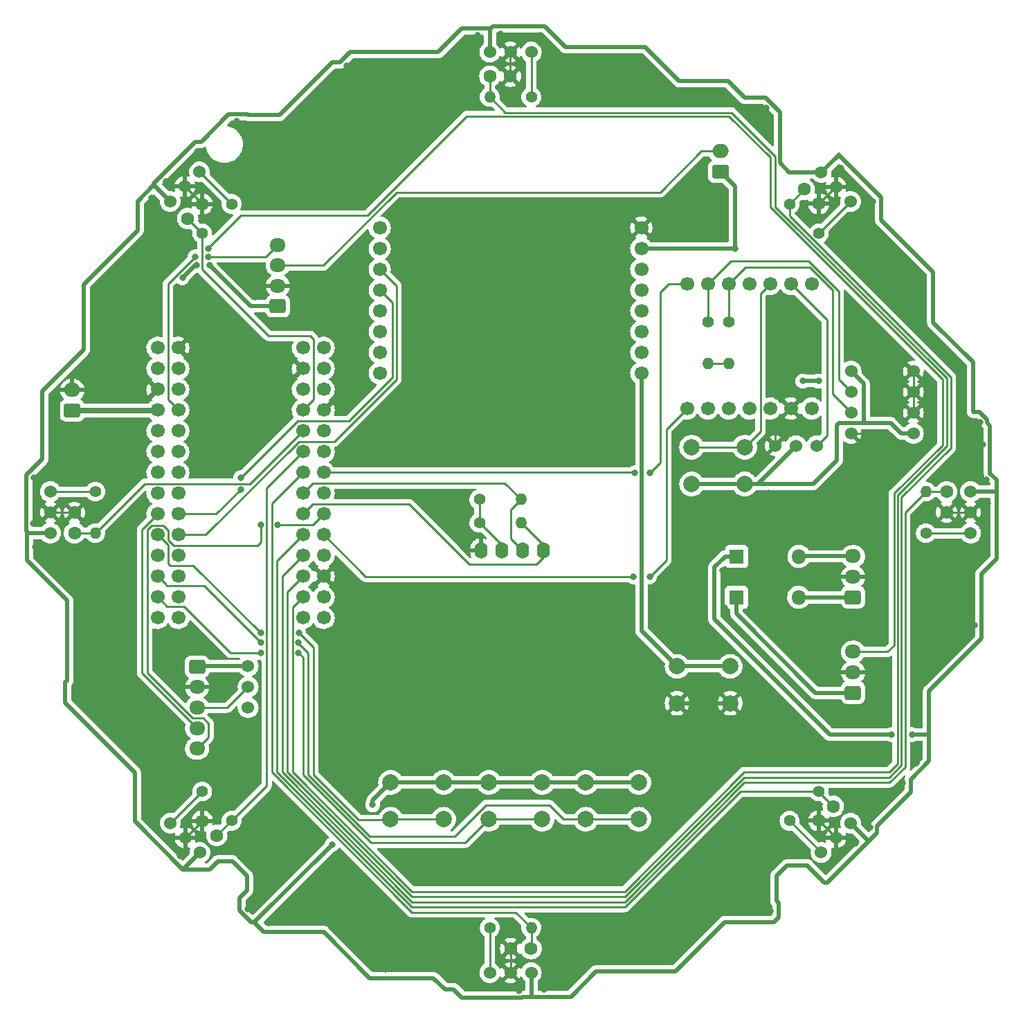
<source format=gbr>
%TF.GenerationSoftware,KiCad,Pcbnew,(6.0.11)*%
%TF.CreationDate,2023-09-02T12:48:20+09:00*%
%TF.ProjectId,main_board,6d61696e-5f62-46f6-9172-642e6b696361,rev?*%
%TF.SameCoordinates,Original*%
%TF.FileFunction,Copper,L1,Top*%
%TF.FilePolarity,Positive*%
%FSLAX46Y46*%
G04 Gerber Fmt 4.6, Leading zero omitted, Abs format (unit mm)*
G04 Created by KiCad (PCBNEW (6.0.11)) date 2023-09-02 12:48:20*
%MOMM*%
%LPD*%
G01*
G04 APERTURE LIST*
G04 Aperture macros list*
%AMRoundRect*
0 Rectangle with rounded corners*
0 $1 Rounding radius*
0 $2 $3 $4 $5 $6 $7 $8 $9 X,Y pos of 4 corners*
0 Add a 4 corners polygon primitive as box body*
4,1,4,$2,$3,$4,$5,$6,$7,$8,$9,$2,$3,0*
0 Add four circle primitives for the rounded corners*
1,1,$1+$1,$2,$3*
1,1,$1+$1,$4,$5*
1,1,$1+$1,$6,$7*
1,1,$1+$1,$8,$9*
0 Add four rect primitives between the rounded corners*
20,1,$1+$1,$2,$3,$4,$5,0*
20,1,$1+$1,$4,$5,$6,$7,0*
20,1,$1+$1,$6,$7,$8,$9,0*
20,1,$1+$1,$8,$9,$2,$3,0*%
%AMHorizOval*
0 Thick line with rounded ends*
0 $1 width*
0 $2 $3 position (X,Y) of the first rounded end (center of the circle)*
0 $4 $5 position (X,Y) of the second rounded end (center of the circle)*
0 Add line between two ends*
20,1,$1,$2,$3,$4,$5,0*
0 Add two circle primitives to create the rounded ends*
1,1,$1,$2,$3*
1,1,$1,$4,$5*%
G04 Aperture macros list end*
%TA.AperFunction,ComponentPad*%
%ADD10C,2.000000*%
%TD*%
%TA.AperFunction,ComponentPad*%
%ADD11C,1.524000*%
%TD*%
%TA.AperFunction,ComponentPad*%
%ADD12C,1.700000*%
%TD*%
%TA.AperFunction,ComponentPad*%
%ADD13C,1.400000*%
%TD*%
%TA.AperFunction,ComponentPad*%
%ADD14HorizOval,1.400000X0.000000X0.000000X0.000000X0.000000X0*%
%TD*%
%TA.AperFunction,ComponentPad*%
%ADD15HorizOval,1.400000X0.000000X0.000000X0.000000X0.000000X0*%
%TD*%
%TA.AperFunction,ComponentPad*%
%ADD16RoundRect,0.250000X0.725000X-0.600000X0.725000X0.600000X-0.725000X0.600000X-0.725000X-0.600000X0*%
%TD*%
%TA.AperFunction,ComponentPad*%
%ADD17O,1.950000X1.700000*%
%TD*%
%TA.AperFunction,ComponentPad*%
%ADD18C,1.600000*%
%TD*%
%TA.AperFunction,ComponentPad*%
%ADD19RoundRect,0.250000X0.750000X-0.600000X0.750000X0.600000X-0.750000X0.600000X-0.750000X-0.600000X0*%
%TD*%
%TA.AperFunction,ComponentPad*%
%ADD20O,2.000000X1.700000*%
%TD*%
%TA.AperFunction,ComponentPad*%
%ADD21O,1.400000X1.400000*%
%TD*%
%TA.AperFunction,ComponentPad*%
%ADD22HorizOval,1.400000X0.000000X0.000000X0.000000X0.000000X0*%
%TD*%
%TA.AperFunction,ComponentPad*%
%ADD23RoundRect,0.250000X-0.725000X0.600000X-0.725000X-0.600000X0.725000X-0.600000X0.725000X0.600000X0*%
%TD*%
%TA.AperFunction,ComponentPad*%
%ADD24R,1.800000X1.800000*%
%TD*%
%TA.AperFunction,ComponentPad*%
%ADD25O,1.800000X1.800000*%
%TD*%
%TA.AperFunction,ComponentPad*%
%ADD26HorizOval,1.400000X0.000000X0.000000X0.000000X0.000000X0*%
%TD*%
%TA.AperFunction,ComponentPad*%
%ADD27O,1.600000X2.000000*%
%TD*%
%TA.AperFunction,ViaPad*%
%ADD28C,0.800000*%
%TD*%
%TA.AperFunction,Conductor*%
%ADD29C,0.250000*%
%TD*%
%TA.AperFunction,Conductor*%
%ADD30C,0.500000*%
%TD*%
%TA.AperFunction,Conductor*%
%ADD31C,0.700000*%
%TD*%
G04 APERTURE END LIST*
D10*
%TO.P,SW3,1,1*%
%TO.N,+3.3V*%
X196036000Y-134620000D03*
X189536000Y-134620000D03*
%TO.P,SW3,2,2*%
%TO.N,PUSH_RIGHT*%
X196036000Y-139120000D03*
X189536000Y-139120000D03*
%TD*%
D11*
%TO.P,U11,0,Vin*%
%TO.N,+3.3V*%
X236622185Y-99060000D03*
%TO.P,U11,1,GND*%
%TO.N,GND*%
X236622185Y-101600000D03*
%TO.P,U11,2,OUT*%
%TO.N,Net-(100k7-Pad1)*%
X236622185Y-104140000D03*
%TD*%
D12*
%TO.P,U2,1,gnd*%
%TO.N,GND*%
X196340000Y-66802000D03*
%TO.P,U2,2,vin*%
%TO.N,+5V*%
X196340000Y-69342000D03*
%TO.P,U2,3,seru01*%
%TO.N,unconnected-(U2-Pad3)*%
X196340000Y-71882000D03*
%TO.P,U2,4,seru02*%
%TO.N,unconnected-(U2-Pad4)*%
X196340000Y-74422000D03*
%TO.P,U2,5,seru03*%
%TO.N,unconnected-(U2-Pad5)*%
X196340000Y-76962000D03*
%TO.P,U2,6,syn*%
%TO.N,unconnected-(U2-Pad6)*%
X196340000Y-79502000D03*
%TO.P,U2,7,boot*%
%TO.N,unconnected-(U2-Pad7)*%
X196340000Y-82042000D03*
%TO.P,U2,8,rst*%
%TO.N,Net-(SW4-Pad1)*%
X196340000Y-84582000D03*
%TO.P,U2,9,mosi*%
%TO.N,unconnected-(U2-Pad9)*%
X164340000Y-84582000D03*
%TO.P,U2,10,sclk*%
%TO.N,unconnected-(U2-Pad10)*%
X164340000Y-82042000D03*
%TO.P,U2,11,miso*%
%TO.N,unconnected-(U2-Pad11)*%
X164340000Y-79502000D03*
%TO.P,U2,12,ss*%
%TO.N,unconnected-(U2-Pad12)*%
X164340000Y-76962000D03*
%TO.P,U2,13,txo/scl*%
%TO.N,Cam_TX*%
X164340000Y-74422000D03*
%TO.P,U2,14,rxd/sca*%
%TO.N,Cam_RX*%
X164340000Y-71882000D03*
%TO.P,U2,15,adc/dac*%
%TO.N,unconnected-(U2-Pad15)*%
X164340000Y-69342000D03*
%TO.P,U2,16,3.3v*%
%TO.N,unconnected-(U2-Pad16)*%
X164340000Y-66802000D03*
%TD*%
D13*
%TO.P,100k2,1*%
%TO.N,Net-(100k2-Pad1)*%
X142622924Y-135724973D03*
D14*
%TO.P,100k2,2*%
%TO.N,IR5*%
X146215026Y-139317075D03*
%TD*%
D13*
%TO.P,100k8,1*%
%TO.N,Net-(100k8-Pad1)*%
X214464973Y-139317076D03*
D15*
%TO.P,100k8,2*%
%TO.N,IR3*%
X218057075Y-135724974D03*
%TD*%
D11*
%TO.P,U6,0,Vin*%
%TO.N,+3.3V*%
X142338537Y-143193566D03*
%TO.P,U6,1,GND*%
%TO.N,GND*%
X140542486Y-141397514D03*
%TO.P,U6,2,OUT*%
%TO.N,Net-(100k2-Pad1)*%
X138746434Y-139601463D03*
%TD*%
D16*
%TO.P,J2,1,Pin_1*%
%TO.N,+3.3V*%
X151875000Y-76394000D03*
D17*
%TO.P,J2,2,Pin_2*%
%TO.N,GND*%
X151875000Y-73894000D03*
%TO.P,J2,3,Pin_3*%
%TO.N,Touch_LED*%
X151875000Y-71394000D03*
%TO.P,J2,4,Pin_4*%
%TO.N,Touch_Sensor*%
X151875000Y-68894000D03*
%TD*%
D18*
%TO.P,C7,1*%
%TO.N,GND*%
X233680000Y-101580000D03*
%TO.P,C7,2*%
%TO.N,IR2*%
X233680000Y-99080000D03*
%TD*%
D19*
%TO.P,J6,1,Pin_1*%
%TO.N,Kicker_FET*%
X126729000Y-89134000D03*
D20*
%TO.P,J6,2,Pin_2*%
%TO.N,GND*%
X126729000Y-86634000D03*
%TD*%
D13*
%TO.P,100k7,1*%
%TO.N,Net-(100k7-Pad1)*%
X231140000Y-104140000D03*
D21*
%TO.P,100k7,2*%
%TO.N,IR2*%
X231140000Y-99060000D03*
%TD*%
D11*
%TO.P,U7,0,Vin*%
%TO.N,+3.3V*%
X124057815Y-104140000D03*
%TO.P,U7,1,GND*%
%TO.N,GND*%
X124057815Y-101600000D03*
%TO.P,U7,2,OUT*%
%TO.N,Net-(100k3-Pad1)*%
X124057815Y-99060000D03*
%TD*%
%TO.P,U5,0,Vin*%
%TO.N,+3.3V*%
X182880000Y-157882185D03*
%TO.P,U5,1,GND*%
%TO.N,GND*%
X180340000Y-157882185D03*
%TO.P,U5,2,OUT*%
%TO.N,Net-(100k1-Pad1)*%
X177800000Y-157882185D03*
%TD*%
D13*
%TO.P,R2,1*%
%TO.N,+3.3V*%
X176530000Y-102870000D03*
D21*
%TO.P,R2,2*%
%TO.N,SDA*%
X181610000Y-102870000D03*
%TD*%
D18*
%TO.P,C8,1*%
%TO.N,GND*%
X218057076Y-139317076D03*
%TO.P,C8,2*%
%TO.N,IR3*%
X219824843Y-137549309D03*
%TD*%
D11*
%TO.P,U4,1,VCC*%
%TO.N,Seeeduino_3V3*%
X221996000Y-84328000D03*
%TO.P,U4,2,SCL*%
%TO.N,Gyro_SCL*%
X221996000Y-86868000D03*
%TO.P,U4,3,SDA*%
%TO.N,Gyro_SDA*%
X221996000Y-89408000D03*
%TO.P,U4,4,SA0*%
%TO.N,GND*%
X221996000Y-91948000D03*
%TO.P,U4,5,GND*%
X229616000Y-84328000D03*
%TO.P,U4,6,INT1*%
X229616000Y-86868000D03*
%TO.P,U4,7,INT2*%
X229616000Y-89408000D03*
%TO.P,U4,8,CS*%
%TO.N,Seeeduino_3V3*%
X229616000Y-91948000D03*
%TD*%
D13*
%TO.P,R3,1*%
%TO.N,Gyro_SDA*%
X207010000Y-78348000D03*
D21*
%TO.P,R3,2*%
%TO.N,Seeeduino_3V3*%
X207010000Y-83428000D03*
%TD*%
D11*
%TO.P,U10,0,Vin*%
%TO.N,+3.3V*%
X218341463Y-60006434D03*
%TO.P,U10,1,GND*%
%TO.N,GND*%
X220137514Y-61802486D03*
%TO.P,U10,2,OUT*%
%TO.N,Net-(100k6-Pad1)*%
X221933566Y-63598537D03*
%TD*%
D16*
%TO.P,J1,1,Pin_1*%
%TO.N,+5V*%
X222233000Y-123658000D03*
D17*
%TO.P,J1,2,Pin_2*%
%TO.N,GND*%
X222233000Y-121158000D03*
%TO.P,J1,3,Pin_3*%
%TO.N,Motor_Driver*%
X222233000Y-118658000D03*
%TD*%
D13*
%TO.P,100k4,1*%
%TO.N,Net-(100k4-Pad1)*%
X146215027Y-63882924D03*
D22*
%TO.P,100k4,2*%
%TO.N,IR7*%
X142622925Y-67475026D03*
%TD*%
D10*
%TO.P,SW1,1,1*%
%TO.N,+3.3V*%
X177694800Y-134620000D03*
X184194800Y-134620000D03*
%TO.P,SW1,2,2*%
%TO.N,PUSH_RUN*%
X184194800Y-139120000D03*
X177694800Y-139120000D03*
%TD*%
D18*
%TO.P,C2,1*%
%TO.N,GND*%
X142637066Y-139331218D03*
%TO.P,C2,2*%
%TO.N,IR5*%
X144404833Y-141098985D03*
%TD*%
D13*
%TO.P,100k5,1*%
%TO.N,Net-(100k5-Pad1)*%
X182880000Y-50800000D03*
D21*
%TO.P,100k5,2*%
%TO.N,IR0*%
X177800000Y-50800000D03*
%TD*%
D13*
%TO.P,R4,1*%
%TO.N,Gyro_SCL*%
X204470000Y-78348000D03*
D21*
%TO.P,R4,2*%
%TO.N,Seeeduino_3V3*%
X204470000Y-83428000D03*
%TD*%
D23*
%TO.P,J4,1,Pin_1*%
%TO.N,+5V*%
X142003000Y-120476000D03*
D17*
%TO.P,J4,2,Pin_2*%
%TO.N,GND*%
X142003000Y-122976000D03*
%TO.P,J4,3,Pin_3*%
%TO.N,Net-(J4-Pad3)*%
X142003000Y-125476000D03*
%TO.P,J4,4,Pin_4*%
%TO.N,LineSensor_RX*%
X142003000Y-127976000D03*
%TO.P,J4,5,Pin_5*%
%TO.N,LineSensor_TX*%
X142003000Y-130476000D03*
%TD*%
D10*
%TO.P,SW2,1,1*%
%TO.N,+3.3V*%
X165660000Y-134620000D03*
X172160000Y-134620000D03*
%TO.P,SW2,2,2*%
%TO.N,PUSH_LEFT*%
X172160000Y-139120000D03*
X165660000Y-139120000D03*
%TD*%
D12*
%TO.P,U1,1,GND*%
%TO.N,GND*%
X157480000Y-109426000D03*
X137160000Y-86566000D03*
X157480000Y-89106000D03*
X154940000Y-84026000D03*
X157480000Y-91646000D03*
X139700000Y-81486000D03*
%TO.P,U1,2,0_RX1_CRX2_CS1*%
%TO.N,unconnected-(U1-Pad2)*%
X139700000Y-84026000D03*
%TO.P,U1,3,1_TX1_CTX2_MISO1*%
%TO.N,Motor_Driver*%
X139700000Y-86566000D03*
%TO.P,U1,4,2_OUT2*%
%TO.N,Touch_Sensor*%
X139700000Y-89106000D03*
%TO.P,U1,5,3_LRCLK2*%
%TO.N,unconnected-(U1-Pad5)*%
X139700000Y-91646000D03*
%TO.P,U1,6,4_BCLK2*%
%TO.N,unconnected-(U1-Pad6)*%
X139700000Y-94186000D03*
%TO.P,U1,7,5_IN2*%
%TO.N,unconnected-(U1-Pad7)*%
X139700000Y-96726000D03*
%TO.P,U1,8,6_OUT1D*%
%TO.N,unconnected-(U1-Pad8)*%
X139700000Y-99266000D03*
%TO.P,U1,9,7_RX2_OUT1A*%
%TO.N,Cam_TX*%
X139700000Y-101806000D03*
%TO.P,U1,10,8_TX2_IN1*%
%TO.N,Cam_RX*%
X139700000Y-104346000D03*
%TO.P,U1,11,9_OUT1C*%
%TO.N,unconnected-(U1-Pad11)*%
X139700000Y-106886000D03*
%TO.P,U1,12,10_CS_MQSR*%
%TO.N,unconnected-(U1-Pad12)*%
X139700000Y-109426000D03*
%TO.P,U1,13,11_MOSI_CTX1*%
%TO.N,unconnected-(U1-Pad13)*%
X139700000Y-111966000D03*
%TO.P,U1,14,12_MISO_MQSL*%
%TO.N,unconnected-(U1-Pad14)*%
X139700000Y-114506000D03*
%TO.P,U1,15,VBAT*%
%TO.N,unconnected-(U1-Pad15)*%
X137160000Y-114506000D03*
%TO.P,U1,18,PROGRAM*%
%TO.N,unconnected-(U1-Pad18)*%
X157480000Y-111966000D03*
%TO.P,U1,19,ON_OFF*%
%TO.N,unconnected-(U1-Pad19)*%
X157480000Y-114506000D03*
%TO.P,U1,20,13_SCK_CRX1_LED*%
%TO.N,unconnected-(U1-Pad20)*%
X154940000Y-114506000D03*
%TO.P,U1,21,14_A0_TX3_SPDIF_OUT*%
%TO.N,IR0*%
X154940000Y-111966000D03*
%TO.P,U1,22,15_A1_RX3_SPDIF_IN*%
%TO.N,IR1*%
X154940000Y-109426000D03*
%TO.P,U1,23,16_A2_RX4_SCL1*%
%TO.N,IR2*%
X154940000Y-106886000D03*
%TO.P,U1,24,17_A3_TX4_SDA1*%
%TO.N,IR3*%
X154940000Y-104346000D03*
%TO.P,U1,25,18_A4_SDA0*%
%TO.N,SDA*%
X154940000Y-101806000D03*
%TO.P,U1,26,19_A5_SCL0*%
%TO.N,SCL*%
X154940000Y-99266000D03*
%TO.P,U1,27,20_A6_TX5_LRCLK1*%
%TO.N,IR4*%
X154940000Y-96726000D03*
%TO.P,U1,28,21_A7_RX5_BCLK1*%
%TO.N,IR5*%
X154940000Y-94186000D03*
%TO.P,U1,29,22_A8_CTX1*%
%TO.N,IR6*%
X154940000Y-91646000D03*
%TO.P,U1,30,23_A9_CRX1_MCLK1*%
%TO.N,IR7*%
X154940000Y-89106000D03*
%TO.P,U1,31,3V3*%
%TO.N,unconnected-(U1-Pad31)*%
X157480000Y-106886000D03*
X137160000Y-91646000D03*
X154940000Y-86566000D03*
%TO.P,U1,33,VIN*%
%TO.N,+5V*%
X154940000Y-81486000D03*
%TO.P,U1,34,VUSB*%
%TO.N,unconnected-(U1-Pad34)*%
X157480000Y-81486000D03*
%TO.P,U1,35,24_A10_TX6_SCL2*%
%TO.N,Gyro_RX*%
X157480000Y-104346000D03*
%TO.P,U1,36,25_A11_RX6_SDA2*%
%TO.N,Gyro_TX*%
X157480000Y-96726000D03*
%TO.P,U1,37,26_A12_MOSI1*%
%TO.N,unconnected-(U1-Pad37)*%
X157480000Y-99266000D03*
%TO.P,U1,38,27_A13_SCK1*%
%TO.N,unconnected-(U1-Pad38)*%
X157480000Y-94186000D03*
%TO.P,U1,39,28_RX7*%
%TO.N,LineSensor_TX*%
X157480000Y-101806000D03*
%TO.P,U1,40,29_TX7*%
%TO.N,LineSensor_RX*%
X137160000Y-101806000D03*
%TO.P,U1,41,30_CRX3*%
%TO.N,PUSH_RUN*%
X137160000Y-111966000D03*
%TO.P,U1,42,31_CTX3*%
%TO.N,PUSH_LEFT*%
X137160000Y-104346000D03*
%TO.P,U1,43,32_OUT1B*%
%TO.N,PUSH_RIGHT*%
X137160000Y-109426000D03*
%TO.P,U1,44,33_MCLK2*%
%TO.N,unconnected-(U1-Pad44)*%
X137160000Y-106886000D03*
%TO.P,U1,45,34_DAT1_MISO2*%
%TO.N,unconnected-(U1-Pad45)*%
X137160000Y-81486000D03*
%TO.P,U1,46,35_DAT0_MOSI2*%
%TO.N,unconnected-(U1-Pad46)*%
X137160000Y-84026000D03*
%TO.P,U1,48,36_CLK_CS2*%
%TO.N,Kicker_FET*%
X137160000Y-89106000D03*
%TO.P,U1,50,37_CMD_SCK2*%
%TO.N,unconnected-(U1-Pad50)*%
X137160000Y-94186000D03*
%TO.P,U1,51,38_DAT3_RX5*%
%TO.N,unconnected-(U1-Pad51)*%
X137160000Y-96726000D03*
%TO.P,U1,52,39_DAT2_TX5*%
%TO.N,unconnected-(U1-Pad52)*%
X137160000Y-99266000D03*
%TO.P,U1,53,D-*%
%TO.N,unconnected-(U1-Pad53)*%
X157480000Y-84026000D03*
%TO.P,U1,54,D+*%
%TO.N,unconnected-(U1-Pad54)*%
X157480000Y-86566000D03*
%TD*%
%TO.P,U3,1,PA02_A0_D0*%
%TO.N,unconnected-(U3-Pad1)*%
X217170000Y-73660000D03*
%TO.P,U3,2,PA4_A1_D1*%
%TO.N,Gyro_Analog1*%
X214630000Y-73660000D03*
%TO.P,U3,3,PA10_A2_D2*%
%TO.N,Gyro_Analog2*%
X212090000Y-73660000D03*
%TO.P,U3,4,PA11_A3_D3*%
%TO.N,unconnected-(U3-Pad4)*%
X209550000Y-73660000D03*
%TO.P,U3,5,PA8_A4_D4_SDA*%
%TO.N,Gyro_SDA*%
X207010000Y-73660000D03*
%TO.P,U3,6,PA9_A5_D5_SCL*%
%TO.N,Gyro_SCL*%
X204470000Y-73660000D03*
%TO.P,U3,7,PB08_A6_D6_TX*%
%TO.N,Gyro_TX*%
X201930000Y-73660000D03*
%TO.P,U3,8,PB09_A7_D7_RX*%
%TO.N,Gyro_RX*%
X201930000Y-88900000D03*
%TO.P,U3,9,PA7_A8_D8_SCK*%
%TO.N,unconnected-(U3-Pad9)*%
X204470000Y-88900000D03*
%TO.P,U3,10,PA5_A9_D9_MISO*%
%TO.N,unconnected-(U3-Pad10)*%
X207010000Y-88900000D03*
%TO.P,U3,11,PA6_A10_D10_MOSI*%
%TO.N,unconnected-(U3-Pad11)*%
X209550000Y-88900000D03*
%TO.P,U3,12,3V3*%
%TO.N,Seeeduino_3V3*%
X212090000Y-88900000D03*
%TO.P,U3,13,GND*%
%TO.N,GND*%
X214630000Y-88900000D03*
%TO.P,U3,14,5V*%
%TO.N,+5V*%
X217170000Y-88900000D03*
%TD*%
D10*
%TO.P,SW4,1,1*%
%TO.N,Net-(SW4-Pad1)*%
X207212000Y-120432000D03*
X200712000Y-120432000D03*
%TO.P,SW4,2,2*%
%TO.N,GND*%
X200712000Y-124932000D03*
X207212000Y-124932000D03*
%TD*%
D11*
%TO.P,U8,0,Vin*%
%TO.N,+3.3V*%
X138705807Y-63557910D03*
%TO.P,U8,1,GND*%
%TO.N,GND*%
X140501859Y-61761859D03*
%TO.P,U8,2,OUT*%
%TO.N,Net-(100k4-Pad1)*%
X142297910Y-59965807D03*
%TD*%
D24*
%TO.P,D2,1,K*%
%TO.N,+3.3V*%
X208000600Y-106984800D03*
D25*
%TO.P,D2,2,A*%
%TO.N,Net-(D2-Pad2)*%
X215620600Y-106984800D03*
%TD*%
D18*
%TO.P,C5,1*%
%TO.N,GND*%
X180320000Y-48260000D03*
%TO.P,C5,2*%
%TO.N,IR0*%
X177820000Y-48260000D03*
%TD*%
D10*
%TO.P,SW5,1,1*%
%TO.N,Gyro_Analog2*%
X202490000Y-93635000D03*
X208990000Y-93635000D03*
%TO.P,SW5,2,2*%
%TO.N,Seeeduino_3V3*%
X208990000Y-98135000D03*
X202490000Y-98135000D03*
%TD*%
D13*
%TO.P,100k3,1*%
%TO.N,Net-(100k3-Pad1)*%
X129540000Y-99060000D03*
D21*
%TO.P,100k3,2*%
%TO.N,IR6*%
X129540000Y-104140000D03*
%TD*%
D13*
%TO.P,100k1,1*%
%TO.N,Net-(100k1-Pad1)*%
X177800000Y-152400000D03*
D21*
%TO.P,100k1,2*%
%TO.N,IR4*%
X182880000Y-152400000D03*
%TD*%
D16*
%TO.P,J5,1,Pin_1*%
%TO.N,Net-(D1-Pad2)*%
X222233000Y-111974000D03*
D17*
%TO.P,J5,2,Pin_2*%
%TO.N,GND*%
X222233000Y-109474000D03*
%TO.P,J5,3,Pin_3*%
%TO.N,Net-(D2-Pad2)*%
X222233000Y-106974000D03*
%TD*%
D24*
%TO.P,D1,1,K*%
%TO.N,+5V*%
X207975200Y-111988600D03*
D25*
%TO.P,D1,2,A*%
%TO.N,Net-(D1-Pad2)*%
X215595200Y-111988600D03*
%TD*%
D19*
%TO.P,J3,1,Pin_1*%
%TO.N,+5V*%
X205994000Y-59944000D03*
D20*
%TO.P,J3,2,Pin_2*%
%TO.N,Touch_LED*%
X205994000Y-57444000D03*
%TD*%
D18*
%TO.P,C6,1*%
%TO.N,GND*%
X218042934Y-63868782D03*
%TO.P,C6,2*%
%TO.N,IR1*%
X216275167Y-62101015D03*
%TD*%
D13*
%TO.P,100k6,1*%
%TO.N,Net-(100k6-Pad1)*%
X218057076Y-67475027D03*
D26*
%TO.P,100k6,2*%
%TO.N,IR1*%
X214464974Y-63882925D03*
%TD*%
D11*
%TO.P,R5,1*%
%TO.N,+5V*%
X148240000Y-120396000D03*
%TO.P,R5,2*%
%TO.N,Net-(J4-Pad3)*%
X148240000Y-122936000D03*
%TO.P,R5,3*%
%TO.N,N/C*%
X148240000Y-125476000D03*
%TD*%
D18*
%TO.P,C3,1*%
%TO.N,GND*%
X127000000Y-101620000D03*
%TO.P,C3,2*%
%TO.N,IR6*%
X127000000Y-104120000D03*
%TD*%
%TO.P,C1,1*%
%TO.N,GND*%
X180360000Y-154940000D03*
%TO.P,C1,2*%
%TO.N,IR4*%
X182860000Y-154940000D03*
%TD*%
D11*
%TO.P,RV1,1,1*%
%TO.N,Gyro_Analog1*%
X217805000Y-93440000D03*
%TO.P,RV1,2,2*%
%TO.N,Seeeduino_3V3*%
X215265000Y-93440000D03*
%TO.P,RV1,3,3*%
%TO.N,GND*%
X212725000Y-93440000D03*
%TD*%
%TO.P,U9,0,Vin*%
%TO.N,+3.3V*%
X177800000Y-45317815D03*
%TO.P,U9,1,GND*%
%TO.N,GND*%
X180340000Y-45317815D03*
%TO.P,U9,2,OUT*%
%TO.N,Net-(100k5-Pad1)*%
X182880000Y-45317815D03*
%TD*%
D13*
%TO.P,R1,1*%
%TO.N,+3.3V*%
X176530000Y-100025000D03*
D21*
%TO.P,R1,2*%
%TO.N,SCL*%
X181610000Y-100025000D03*
%TD*%
D27*
%TO.P,Brd1,1,GND*%
%TO.N,GND*%
X176720000Y-106240000D03*
%TO.P,Brd1,2,VCC*%
%TO.N,+3.3V*%
X179260000Y-106240000D03*
%TO.P,Brd1,3,SCL*%
%TO.N,SCL*%
X181800000Y-106240000D03*
%TO.P,Brd1,4,SDA*%
%TO.N,SDA*%
X184340000Y-106240000D03*
%TD*%
D18*
%TO.P,C4,1*%
%TO.N,GND*%
X142608782Y-63897066D03*
%TO.P,C4,2*%
%TO.N,IR7*%
X140841015Y-65664833D03*
%TD*%
D11*
%TO.P,U12,0,Vin*%
%TO.N,+3.3V*%
X221933566Y-139601463D03*
%TO.P,U12,1,GND*%
%TO.N,GND*%
X220137514Y-141397514D03*
%TO.P,U12,2,OUT*%
%TO.N,Net-(100k8-Pad1)*%
X218341463Y-143193566D03*
%TD*%
D28*
%TO.N,GND*%
X197459600Y-119227600D03*
X161239200Y-95605600D03*
X206756000Y-100533200D03*
X200507600Y-108204000D03*
X209346800Y-104952800D03*
X181406800Y-160070800D03*
X206248000Y-108712000D03*
X229971600Y-115316000D03*
X160274000Y-78689200D03*
X161137600Y-119126000D03*
X136448800Y-63195200D03*
X218744800Y-104952800D03*
X122174000Y-105816400D03*
X212090000Y-75641200D03*
X142290800Y-73304400D03*
X176326800Y-43281600D03*
X237083600Y-115417600D03*
X149148800Y-75285600D03*
X206552800Y-113284000D03*
X216662000Y-136906000D03*
X210667600Y-107594400D03*
X179070000Y-43129200D03*
X207873600Y-51612800D03*
X139903200Y-143611600D03*
X157327600Y-121666000D03*
X145440400Y-142798800D03*
X162610800Y-68021200D03*
X165049200Y-157480000D03*
X222554800Y-142036800D03*
X158038800Y-72339200D03*
X144576800Y-126898400D03*
X122021600Y-97332800D03*
X165252400Y-143256000D03*
X232206800Y-97485200D03*
X226466400Y-131978400D03*
X153924000Y-72491600D03*
X193903600Y-146507200D03*
X137820400Y-125730000D03*
X148183600Y-150114000D03*
X216001600Y-87020400D03*
X235356400Y-90525600D03*
X238709200Y-100482400D03*
X231343200Y-85191600D03*
X157226000Y-141224000D03*
X199593200Y-117348000D03*
X206806800Y-105054400D03*
X195783200Y-117449600D03*
X224840800Y-89357200D03*
X149402800Y-127203200D03*
X162153600Y-64058800D03*
X157632400Y-133248400D03*
X167640000Y-73253600D03*
X147980400Y-64160400D03*
X149961600Y-77774800D03*
X135331200Y-96774000D03*
X209042000Y-137058400D03*
X203657200Y-113284000D03*
X206349600Y-64262000D03*
X134112000Y-103073200D03*
X146304000Y-137261600D03*
X166878000Y-63957200D03*
X161086800Y-92506800D03*
X167487600Y-85801200D03*
X224637600Y-63601600D03*
X197916800Y-63550800D03*
X197713600Y-115468400D03*
X238556800Y-97637600D03*
X130860800Y-101346000D03*
X200609200Y-100482400D03*
X215239600Y-100330000D03*
X135382000Y-100076000D03*
X184607200Y-51511200D03*
X228295200Y-134721600D03*
X208838800Y-109067600D03*
X176225200Y-52019200D03*
X167386000Y-151536400D03*
X160985200Y-88341200D03*
X221640400Y-75641200D03*
X159562800Y-143560800D03*
X137769600Y-72491600D03*
X151638000Y-135890000D03*
X145440400Y-71526400D03*
X215798400Y-77368400D03*
X138226800Y-61163200D03*
X175869600Y-151587200D03*
X161493200Y-137261600D03*
X137464800Y-65024000D03*
X213004400Y-102209600D03*
X221691200Y-82194400D03*
X224282000Y-140106400D03*
X197561200Y-111150400D03*
X163271200Y-86004400D03*
X229768400Y-102158800D03*
X142087600Y-133807200D03*
X175818800Y-142849600D03*
X198374000Y-140614400D03*
X208635600Y-132029200D03*
X134416800Y-121869200D03*
X149910800Y-81076800D03*
X194919600Y-95453200D03*
X209143600Y-101244400D03*
X229971600Y-132232400D03*
X235356400Y-93319600D03*
X197967600Y-68021200D03*
X184556400Y-151079200D03*
X186182000Y-140716000D03*
X153822400Y-78841600D03*
X212140800Y-150368000D03*
X228447600Y-82448400D03*
X149758400Y-71678800D03*
X194818000Y-110693200D03*
X168605200Y-146659600D03*
X194767200Y-151079200D03*
X211886800Y-99263200D03*
X141630400Y-96621600D03*
X135839200Y-139242800D03*
X153162000Y-81127600D03*
X235762800Y-84683600D03*
X211582000Y-52120800D03*
X161086800Y-109626400D03*
X206552800Y-68122800D03*
X220776800Y-59486800D03*
X213106000Y-105003600D03*
X227584000Y-89306400D03*
X231749600Y-90474800D03*
X152908000Y-89357200D03*
X184404000Y-159918400D03*
X221437200Y-93776800D03*
X147015200Y-95859600D03*
X238150400Y-93319600D03*
X141579600Y-86309200D03*
X121970800Y-102920800D03*
X219100400Y-145288000D03*
X219557600Y-68580000D03*
X237744000Y-90576400D03*
X194259200Y-63550800D03*
X183896000Y-43281600D03*
X219964000Y-135737600D03*
X224688400Y-85242400D03*
X177800000Y-141071600D03*
X144780000Y-133756400D03*
X226517200Y-119888000D03*
X194106800Y-118973600D03*
X160274000Y-46990000D03*
X211582000Y-55168800D03*
X149250400Y-134518400D03*
X137972800Y-133908800D03*
X212090000Y-87020400D03*
X150723600Y-151841200D03*
X141986000Y-57505600D03*
X173990000Y-51968400D03*
X146862800Y-53797200D03*
%TO.N,+3.3V*%
X163474400Y-137363200D03*
X140212299Y-72902299D03*
X141898425Y-71374000D03*
X226923600Y-128778000D03*
X158496000Y-142240000D03*
X229463600Y-128778000D03*
X143510000Y-71374000D03*
%TO.N,+5V*%
X207772000Y-69342000D03*
%TO.N,Motor_Driver*%
X143347425Y-69342000D03*
%TO.N,Touch_Sensor*%
X141732000Y-70358000D03*
X143347425Y-70358000D03*
%TO.N,LineSensor_TX*%
X149770500Y-103124000D03*
X151854500Y-103124000D03*
%TO.N,PUSH_RUN*%
X149770500Y-118745000D03*
X154397292Y-118745000D03*
%TO.N,PUSH_LEFT*%
X149770500Y-116332000D03*
X154432000Y-116332000D03*
%TO.N,PUSH_RIGHT*%
X154397292Y-117475000D03*
X149770500Y-117475000D03*
%TO.N,Cam_TX*%
X147320000Y-97366500D03*
X147320000Y-98815500D03*
%TO.N,Gyro_RX*%
X197358000Y-109474000D03*
X195326000Y-109474000D03*
%TO.N,Gyro_TX*%
X195490500Y-96774000D03*
X197358000Y-96774000D03*
%TO.N,Seeeduino_3V3*%
X218033600Y-85547200D03*
X216103200Y-85547200D03*
%TD*%
D29*
%TO.N,Net-(100k1-Pad1)*%
X177800000Y-157882185D02*
X177800000Y-152400000D01*
%TO.N,IR4*%
X151130000Y-100536000D02*
X154940000Y-96726000D01*
X182880000Y-152400000D02*
X180975000Y-150495000D01*
X151130000Y-133350000D02*
X151130000Y-100536000D01*
X168275000Y-150495000D02*
X151130000Y-133350000D01*
X182880000Y-152400000D02*
X182880000Y-154920000D01*
X180975000Y-150495000D02*
X168275000Y-150495000D01*
X182880000Y-154920000D02*
X182860000Y-154940000D01*
%TO.N,Net-(100k2-Pad1)*%
X138746434Y-139601463D02*
X142622924Y-135724973D01*
%TO.N,IR5*%
X150495000Y-135037101D02*
X150495000Y-98631000D01*
X144404833Y-141098985D02*
X146186743Y-139317075D01*
X146186743Y-139317075D02*
X146215026Y-139317075D01*
X146215026Y-139317075D02*
X150495000Y-135037101D01*
X150495000Y-98631000D02*
X154940000Y-94186000D01*
%TO.N,Net-(100k3-Pad1)*%
X124057815Y-99060000D02*
X129540000Y-99060000D01*
%TO.N,IR6*%
X127000000Y-104120000D02*
X129520000Y-104120000D01*
X148495000Y-98091000D02*
X154940000Y-91646000D01*
X129540000Y-104140000D02*
X135589000Y-98091000D01*
X135589000Y-98091000D02*
X148495000Y-98091000D01*
X129520000Y-104120000D02*
X129540000Y-104140000D01*
%TO.N,Net-(100k4-Pad1)*%
X142297910Y-59965807D02*
X146215027Y-63882924D01*
%TO.N,IR7*%
X142622925Y-67446743D02*
X142622925Y-67475026D01*
X142622925Y-67475026D02*
X142622925Y-71883925D01*
X156210000Y-80391000D02*
X156210000Y-87836000D01*
X155829000Y-80010000D02*
X156210000Y-80391000D01*
X150749000Y-80010000D02*
X155829000Y-80010000D01*
X142622925Y-71883925D02*
X150749000Y-80010000D01*
X156210000Y-87836000D02*
X154940000Y-89106000D01*
X140841015Y-65664833D02*
X142622925Y-67446743D01*
%TO.N,Net-(100k5-Pad1)*%
X182880000Y-45317815D02*
X182880000Y-50800000D01*
%TO.N,IR0*%
X233680000Y-85183916D02*
X233680000Y-93472000D01*
X208910812Y-133350000D02*
X194305812Y-147955000D01*
X227700000Y-99452000D02*
X227700000Y-132342208D01*
X194305812Y-147955000D02*
X168280584Y-147955000D01*
X177820000Y-50780000D02*
X177800000Y-50800000D01*
X226692208Y-133350000D02*
X208910812Y-133350000D01*
X233680000Y-93472000D02*
X227700000Y-99452000D01*
X153672792Y-133347208D02*
X153672792Y-113233208D01*
X177820000Y-48260000D02*
X177820000Y-50780000D01*
X207391000Y-52705000D02*
X212725000Y-58039000D01*
X212725000Y-64228916D02*
X233680000Y-85183916D01*
X212725000Y-58039000D02*
X212725000Y-64228916D01*
X168280584Y-147955000D02*
X153672792Y-133347208D01*
X177800000Y-50800000D02*
X179705000Y-52705000D01*
X153672792Y-113233208D02*
X154940000Y-111966000D01*
X227700000Y-132342208D02*
X226692208Y-133350000D01*
X179705000Y-52705000D02*
X207391000Y-52705000D01*
%TO.N,Net-(100k6-Pad1)*%
X218057076Y-67475027D02*
X221933566Y-63598537D01*
%TO.N,IR1*%
X214464974Y-65332494D02*
X234188000Y-85055520D01*
X234188000Y-93726000D02*
X228150000Y-99764000D01*
X194307208Y-148590000D02*
X168279188Y-148590000D01*
X216275167Y-62101015D02*
X214493257Y-63882925D01*
X168279188Y-148590000D02*
X153035000Y-133345812D01*
X228150000Y-99764000D02*
X228150000Y-132528604D01*
X153035000Y-133345812D02*
X153035000Y-111331000D01*
X234188000Y-85055520D02*
X234188000Y-93726000D01*
X214493257Y-63882925D02*
X214464974Y-63882925D01*
X226693604Y-133985000D02*
X208912208Y-133985000D01*
X214464974Y-63882925D02*
X214464974Y-65332494D01*
X153035000Y-111331000D02*
X154940000Y-109426000D01*
X228150000Y-132528604D02*
X226693604Y-133985000D01*
X208912208Y-133985000D02*
X194307208Y-148590000D01*
%TO.N,Net-(100k7-Pad1)*%
X231140000Y-104140000D02*
X236622185Y-104140000D01*
%TO.N,IR2*%
X168277792Y-149225000D02*
X152400000Y-133347208D01*
X231140000Y-99060000D02*
X228600000Y-101600000D01*
X228600000Y-101600000D02*
X228600000Y-132715000D01*
X152400000Y-109426000D02*
X154940000Y-106886000D01*
X231160000Y-99080000D02*
X231140000Y-99060000D01*
X226695000Y-134620000D02*
X208913604Y-134620000D01*
X194308604Y-149225000D02*
X168277792Y-149225000D01*
X228600000Y-132715000D02*
X226695000Y-134620000D01*
X208913604Y-134620000D02*
X194308604Y-149225000D01*
X233680000Y-99080000D02*
X231160000Y-99080000D01*
X152400000Y-133347208D02*
X152400000Y-109426000D01*
%TO.N,Net-(100k8-Pad1)*%
X214464973Y-139317076D02*
X218341463Y-143193566D01*
%TO.N,IR3*%
X194310000Y-149860000D02*
X168276396Y-149860000D01*
X218057075Y-135781541D02*
X218057075Y-135724974D01*
X219824843Y-137549309D02*
X218057075Y-135781541D01*
X168276396Y-149860000D02*
X151765000Y-133348604D01*
X151765000Y-107521000D02*
X154940000Y-104346000D01*
X208445026Y-135724974D02*
X194310000Y-149860000D01*
X151765000Y-133348604D02*
X151765000Y-107521000D01*
X218057075Y-135724974D02*
X208445026Y-135724974D01*
%TO.N,SDA*%
X167894000Y-100584000D02*
X156162000Y-100584000D01*
X184340000Y-106240000D02*
X184340000Y-107125000D01*
X184340000Y-107125000D02*
X183515000Y-107950000D01*
X184340000Y-105600000D02*
X184340000Y-106240000D01*
X156162000Y-100584000D02*
X154940000Y-101806000D01*
X175260000Y-107950000D02*
X167894000Y-100584000D01*
X183515000Y-107950000D02*
X175260000Y-107950000D01*
X181610000Y-102870000D02*
X184340000Y-105600000D01*
%TO.N,SCL*%
X180340000Y-104780000D02*
X181800000Y-106240000D01*
X180340000Y-101295000D02*
X180340000Y-104780000D01*
X179629000Y-98044000D02*
X156162000Y-98044000D01*
X181610000Y-100025000D02*
X179629000Y-98044000D01*
X156162000Y-98044000D02*
X154940000Y-99266000D01*
X181610000Y-100025000D02*
X180340000Y-101295000D01*
%TO.N,GND*%
X229616000Y-89408000D02*
X231140000Y-90932000D01*
X220137514Y-141397514D02*
X218057076Y-139317076D01*
X236622185Y-101600000D02*
X233700000Y-101600000D01*
X180360000Y-157862185D02*
X180340000Y-157882185D01*
X212725000Y-93440000D02*
X212725000Y-90805000D01*
X229616000Y-84328000D02*
X229616000Y-89408000D01*
X140501859Y-61761859D02*
X142608782Y-63868782D01*
X231140000Y-90932000D02*
X231140000Y-93218000D01*
X231140000Y-93218000D02*
X230632000Y-93726000D01*
X142608782Y-63868782D02*
X142608782Y-63897066D01*
X226822000Y-91948000D02*
X221996000Y-91948000D01*
X180320000Y-45337815D02*
X180340000Y-45317815D01*
X220109230Y-61802486D02*
X220137514Y-61802486D01*
X124057815Y-101600000D02*
X126980000Y-101600000D01*
X218042934Y-63868782D02*
X220109230Y-61802486D01*
X233700000Y-101600000D02*
X233680000Y-101580000D01*
X126980000Y-101600000D02*
X127000000Y-101620000D01*
X228600000Y-93726000D02*
X226822000Y-91948000D01*
D30*
X200712000Y-124932000D02*
X207212000Y-124932000D01*
D29*
X142608782Y-139331218D02*
X142637066Y-139331218D01*
X180360000Y-154940000D02*
X180360000Y-157862185D01*
X230632000Y-93726000D02*
X228600000Y-93726000D01*
X180320000Y-48260000D02*
X180320000Y-45337815D01*
X212725000Y-90805000D02*
X214630000Y-88900000D01*
X140542486Y-141397514D02*
X142608782Y-139331218D01*
D30*
%TO.N,+3.3V*%
X184505600Y-42164000D02*
X187045600Y-44704000D01*
X152095200Y-52984400D02*
X158496000Y-46583600D01*
X163474400Y-137363200D02*
X163474400Y-136805600D01*
X121412000Y-104140000D02*
X121310400Y-104038400D01*
X143517349Y-145280651D02*
X144526000Y-144272000D01*
X157480000Y-152908000D02*
X150164800Y-152908000D01*
X231495600Y-128778000D02*
X231546400Y-128828800D01*
X147167600Y-150300082D02*
X148607118Y-151739600D01*
X213300000Y-52636718D02*
X213300000Y-58868000D01*
X144018000Y-71882000D02*
X143510000Y-71374000D01*
X128117600Y-81737200D02*
X128117600Y-73710800D01*
X177800000Y-42496000D02*
X177735600Y-42431600D01*
X170922264Y-158546800D02*
X163118800Y-158546800D01*
X213106000Y-149352000D02*
X213106000Y-151130000D01*
X231546400Y-132029200D02*
X229311200Y-134264400D01*
X148082000Y-147828000D02*
X147167600Y-148742400D01*
X134721600Y-63550800D02*
X136710149Y-61562251D01*
X229463600Y-128778000D02*
X231495600Y-128778000D01*
X121158000Y-107442000D02*
X121158000Y-104190800D01*
X172160000Y-134620000D02*
X196036000Y-134620000D01*
X214438434Y-60006434D02*
X218341463Y-60006434D01*
X224147651Y-141815549D02*
X221933566Y-139601463D01*
X200507600Y-157734000D02*
X190804800Y-157734000D01*
X239000400Y-91020000D02*
X239000400Y-96879118D01*
D29*
X176530000Y-102870000D02*
X179260000Y-105600000D01*
D30*
X220472000Y-57861200D02*
X220472000Y-57875897D01*
X173380400Y-159918400D02*
X172293864Y-159918400D01*
X216661999Y-144830799D02*
X216661999Y-144780000D01*
X206959200Y-48869600D02*
X208991200Y-50901600D01*
X218694000Y-146862800D02*
X216661999Y-144830799D01*
X141782800Y-56286400D02*
X142494000Y-56286400D01*
X239776000Y-97654718D02*
X239776000Y-99060000D01*
X140251451Y-145280651D02*
X134366000Y-139395200D01*
X220472000Y-57875897D02*
X218341463Y-60006434D01*
X181698000Y-160934400D02*
X174396400Y-160934400D01*
X182727600Y-160832800D02*
X181799600Y-160832800D01*
X134366000Y-133400800D02*
X125882400Y-124917200D01*
X125882400Y-124917200D02*
X125882400Y-122377200D01*
X226161600Y-128778000D02*
X226923600Y-128778000D01*
X148197200Y-52947200D02*
X148234400Y-52984400D01*
X159478318Y-46583600D02*
X160748318Y-45313600D01*
X158496000Y-46583600D02*
X159478318Y-46583600D01*
X229311200Y-135788400D02*
X225132000Y-139967600D01*
X212852000Y-149098000D02*
X213106000Y-149352000D01*
X141898425Y-71374000D02*
X141740598Y-71374000D01*
X206552800Y-151688800D02*
X200507600Y-157734000D01*
X208991200Y-50901600D02*
X211564882Y-50901600D01*
X190804800Y-157734000D02*
X187706000Y-160832800D01*
X181799600Y-160832800D02*
X181698000Y-160934400D01*
X165660000Y-134620000D02*
X172160000Y-134620000D01*
X225704400Y-63108297D02*
X225704400Y-65887600D01*
X213300000Y-58868000D02*
X214438434Y-60006434D01*
X237947200Y-117043200D02*
X231546400Y-123444000D01*
X238607600Y-90627200D02*
X239000400Y-91020000D01*
X216661999Y-144780000D02*
X214122000Y-144780000D01*
X148530000Y-76394000D02*
X144018000Y-71882000D01*
X134366000Y-139395200D02*
X134366000Y-133400800D01*
X142494000Y-56286400D02*
X145833200Y-52947200D01*
X123037600Y-95097600D02*
X123037600Y-86817200D01*
X150164800Y-152908000D02*
X148996400Y-151739600D01*
X213106000Y-151130000D02*
X212547200Y-151688800D01*
X160748318Y-45313600D02*
X171500800Y-45313600D01*
X146304000Y-144272000D02*
X148082000Y-146050000D01*
X140251451Y-145280651D02*
X143517349Y-145280651D01*
X151875000Y-76394000D02*
X148530000Y-76394000D01*
X236931200Y-89306400D02*
X237676082Y-89306400D01*
X148996400Y-151739600D02*
X158496000Y-142240000D01*
X224180400Y-141732000D02*
X224180400Y-141782800D01*
X123037600Y-86817200D02*
X128117600Y-81737200D01*
X177800000Y-42496000D02*
X178132000Y-42164000D01*
X205282800Y-114655600D02*
X219405200Y-128778000D01*
X144526000Y-144272000D02*
X146304000Y-144272000D01*
X196799200Y-44704000D02*
X200964800Y-48869600D01*
X187706000Y-160832800D02*
X182727600Y-160832800D01*
X121158000Y-104190800D02*
X121310400Y-104038400D01*
X126085600Y-112369600D02*
X121158000Y-107442000D01*
X225704400Y-65887600D02*
X232054400Y-72237600D01*
X219405200Y-128778000D02*
X219608400Y-128778000D01*
X211564882Y-50901600D02*
X213300000Y-52636718D01*
X232054400Y-78384400D02*
X236931200Y-83261200D01*
X148607118Y-151739600D02*
X148996400Y-151739600D01*
X136710149Y-61562251D02*
X136710149Y-61359051D01*
X219100400Y-146862800D02*
X218694000Y-146862800D01*
X239776000Y-107289600D02*
X237947200Y-109118400D01*
X141740598Y-71374000D02*
X140212299Y-72902299D01*
X187045600Y-44704000D02*
X196799200Y-44704000D01*
X225132000Y-139967600D02*
X225132000Y-140831200D01*
X163474400Y-136805600D02*
X165660000Y-134620000D01*
X172293864Y-159918400D02*
X170922264Y-158546800D01*
X239776000Y-99060000D02*
X239776000Y-107289600D01*
X231546400Y-123444000D02*
X231546400Y-128828800D01*
X148082000Y-146050000D02*
X148082000Y-147828000D01*
X224180400Y-141782800D02*
X224147651Y-141815549D01*
X171500800Y-45313600D02*
X174382800Y-42431600D01*
X237947200Y-109118400D02*
X237947200Y-117043200D01*
X182880000Y-157882185D02*
X182880000Y-160680400D01*
D29*
X179260000Y-105600000D02*
X179260000Y-106240000D01*
D30*
X182880000Y-160680400D02*
X182727600Y-160832800D01*
X174396400Y-160934400D02*
X173380400Y-159918400D01*
X121120800Y-103848800D02*
X121120800Y-97014400D01*
X239000400Y-96879118D02*
X239776000Y-97654718D01*
X174382800Y-42431600D02*
X177735600Y-42431600D01*
X238607600Y-90237918D02*
X238607600Y-90627200D01*
X205282800Y-108302600D02*
X205282800Y-114655600D01*
X237676082Y-89306400D02*
X238607600Y-90237918D01*
X121310400Y-104038400D02*
X121120800Y-103848800D01*
X212547200Y-151688800D02*
X206552800Y-151688800D01*
D29*
X176530000Y-100025000D02*
X176530000Y-102870000D01*
D30*
X126085600Y-122174000D02*
X126085600Y-112369600D01*
X128117600Y-73710800D02*
X134721600Y-67106800D01*
X136710149Y-61562251D02*
X138705807Y-63557910D01*
X142338537Y-143193566D02*
X140251451Y-145280651D01*
X229311200Y-134264400D02*
X229311200Y-135788400D01*
X212852000Y-146050000D02*
X212852000Y-149098000D01*
X231546400Y-128828800D02*
X231546400Y-132029200D01*
X163118800Y-158546800D02*
X157480000Y-152908000D01*
X206600600Y-106984800D02*
X205282800Y-108302600D01*
X124057815Y-104140000D02*
X121412000Y-104140000D01*
X200964800Y-48869600D02*
X206959200Y-48869600D01*
X236931200Y-83261200D02*
X236931200Y-89306400D01*
X136710149Y-61359051D02*
X141782800Y-56286400D01*
X220472000Y-57875897D02*
X225704400Y-63108297D01*
X224147651Y-141815549D02*
X219100400Y-146862800D01*
X239776000Y-99060000D02*
X236622185Y-99060000D01*
X219608400Y-128778000D02*
X226161600Y-128778000D01*
X178132000Y-42164000D02*
X184505600Y-42164000D01*
X208000600Y-106984800D02*
X206600600Y-106984800D01*
X145833200Y-52947200D02*
X148197200Y-52947200D01*
X121120800Y-97014400D02*
X123037600Y-95097600D01*
X177800000Y-45317815D02*
X177800000Y-42496000D01*
X232054400Y-72237600D02*
X232054400Y-78384400D01*
X214122000Y-144780000D02*
X212852000Y-146050000D01*
X125882400Y-122377200D02*
X126085600Y-122174000D01*
X134721600Y-67106800D02*
X134721600Y-63550800D01*
X147167600Y-148742400D02*
X147167600Y-150300082D01*
X148234400Y-52984400D02*
X152095200Y-52984400D01*
X225132000Y-140831200D02*
X224147651Y-141815549D01*
%TO.N,+5V*%
X217638000Y-123658000D02*
X207975200Y-113995200D01*
X142083000Y-120396000D02*
X142003000Y-120476000D01*
X207772000Y-69342000D02*
X207772000Y-61722000D01*
X148240000Y-120396000D02*
X142083000Y-120396000D01*
X207975200Y-113995200D02*
X207975200Y-111988600D01*
X222233000Y-123658000D02*
X217638000Y-123658000D01*
X196340000Y-69342000D02*
X207772000Y-69342000D01*
X207772000Y-61722000D02*
X205994000Y-59944000D01*
D29*
%TO.N,Motor_Driver*%
X233172000Y-85344000D02*
X233172000Y-93343604D01*
X227250000Y-99265604D02*
X227250000Y-117856000D01*
X207079000Y-53155000D02*
X212090000Y-58166000D01*
X162814000Y-65278000D02*
X174937000Y-53155000D01*
X233172000Y-93343604D02*
X227250000Y-99265604D01*
X143347425Y-69342000D02*
X143347425Y-69250575D01*
X143347425Y-69250575D02*
X147320000Y-65278000D01*
X226448000Y-118658000D02*
X222233000Y-118658000D01*
X227250000Y-117856000D02*
X226448000Y-118658000D01*
X147320000Y-65278000D02*
X162814000Y-65278000D01*
X174937000Y-53155000D02*
X207079000Y-53155000D01*
X212090000Y-58166000D02*
X212090000Y-64262000D01*
X212090000Y-64262000D02*
X233172000Y-85344000D01*
%TO.N,Touch_LED*%
X203668000Y-57444000D02*
X198668000Y-62444000D01*
X157460000Y-71394000D02*
X151875000Y-71394000D01*
X166410000Y-62444000D02*
X157460000Y-71394000D01*
X198668000Y-62444000D02*
X166410000Y-62444000D01*
X205994000Y-57444000D02*
X203668000Y-57444000D01*
%TO.N,Touch_Sensor*%
X150368000Y-70358000D02*
X143347425Y-70358000D01*
X151875000Y-68894000D02*
X151832000Y-68894000D01*
X138430000Y-73660000D02*
X138430000Y-87836000D01*
X141732000Y-70358000D02*
X138430000Y-73660000D01*
X151832000Y-68894000D02*
X150368000Y-70358000D01*
X138430000Y-87836000D02*
X139700000Y-89106000D01*
%TO.N,Net-(J4-Pad3)*%
X142003000Y-125476000D02*
X145700000Y-125476000D01*
X145700000Y-125476000D02*
X148240000Y-122936000D01*
%TO.N,LineSensor_RX*%
X135255000Y-103711000D02*
X137160000Y-101806000D01*
X142003000Y-127976000D02*
X135255000Y-121228000D01*
X135255000Y-121228000D02*
X135255000Y-103711000D01*
%TO.N,LineSensor_TX*%
X135890000Y-103712396D02*
X136431396Y-103171000D01*
X136431396Y-103171000D02*
X137842000Y-103171000D01*
X143383000Y-127381000D02*
X142748000Y-126746000D01*
X149770500Y-105245500D02*
X149770500Y-103124000D01*
X142748000Y-126746000D02*
X141409396Y-126746000D01*
X139114396Y-105664000D02*
X149352000Y-105664000D01*
X149723500Y-103171000D02*
X149770500Y-103124000D01*
X141409396Y-126746000D02*
X135890000Y-121226604D01*
X142003000Y-130476000D02*
X143383000Y-129096000D01*
X149352000Y-105664000D02*
X149770500Y-105245500D01*
X138430000Y-103759000D02*
X138430000Y-104979604D01*
X135890000Y-121226604D02*
X135890000Y-103712396D01*
X151854500Y-103124000D02*
X156162000Y-103124000D01*
X143383000Y-129096000D02*
X143383000Y-127381000D01*
X137842000Y-103171000D02*
X138430000Y-103759000D01*
X138430000Y-104979604D02*
X139114396Y-105664000D01*
X156162000Y-103124000D02*
X157480000Y-101806000D01*
%TO.N,Gyro_SCL*%
X221996000Y-86868000D02*
X220472000Y-85344000D01*
X207264000Y-70866000D02*
X204470000Y-73660000D01*
X216790396Y-70866000D02*
X207264000Y-70866000D01*
X220472000Y-74547604D02*
X216790396Y-70866000D01*
X220472000Y-85344000D02*
X220472000Y-74547604D01*
X204470000Y-78348000D02*
X204470000Y-73660000D01*
%TO.N,Gyro_Analog1*%
X219049600Y-92195400D02*
X219049600Y-78079600D01*
X219049600Y-78079600D02*
X214630000Y-73660000D01*
X217805000Y-93440000D02*
X219049600Y-92195400D01*
%TO.N,PUSH_RUN*%
X149770500Y-118745000D02*
X146050000Y-118745000D01*
X146050000Y-118745000D02*
X140446000Y-113141000D01*
X140446000Y-113141000D02*
X138335000Y-113141000D01*
X174828800Y-141986000D02*
X177694800Y-139120000D01*
X177694800Y-139120000D02*
X184194800Y-139120000D01*
X138335000Y-113141000D02*
X137160000Y-111966000D01*
X154397292Y-118745000D02*
X154940000Y-119287708D01*
X154940000Y-119287708D02*
X154940000Y-133664708D01*
X164338000Y-141986000D02*
X174828800Y-141986000D01*
X163261292Y-141986000D02*
X164338000Y-141986000D01*
X154940000Y-133664708D02*
X163261292Y-141986000D01*
%TO.N,PUSH_LEFT*%
X165588000Y-139192000D02*
X161740084Y-139192000D01*
X156210000Y-118110000D02*
X154432000Y-116332000D01*
X165660000Y-139120000D02*
X165588000Y-139192000D01*
X156210000Y-133661916D02*
X156210000Y-118110000D01*
X137160000Y-104346000D02*
X138430000Y-105616000D01*
X161740084Y-139192000D02*
X156210000Y-133661916D01*
X138430000Y-105616000D02*
X138430000Y-107823000D01*
X141515500Y-108077000D02*
X149770500Y-116332000D01*
X138684000Y-108077000D02*
X141515500Y-108077000D01*
X172160000Y-139120000D02*
X165660000Y-139120000D01*
X138430000Y-107823000D02*
X138684000Y-108077000D01*
%TO.N,PUSH_RIGHT*%
X186806400Y-139120000D02*
X185089800Y-137403400D01*
X189536000Y-139120000D02*
X196036000Y-139120000D01*
X154305000Y-117475000D02*
X154397292Y-117475000D01*
X163135688Y-141224000D02*
X155575000Y-133663312D01*
X138287000Y-110601000D02*
X138176000Y-110490000D01*
X185089800Y-137403400D02*
X177302600Y-137403400D01*
X155575000Y-118745000D02*
X154305000Y-117475000D01*
X177302600Y-137403400D02*
X173482000Y-141224000D01*
X155575000Y-133663312D02*
X155575000Y-118745000D01*
X164592000Y-141224000D02*
X163135688Y-141224000D01*
X138176000Y-110442000D02*
X137160000Y-109426000D01*
X149770500Y-117475000D02*
X142896500Y-110601000D01*
X142896500Y-110601000D02*
X138287000Y-110601000D01*
X173482000Y-141224000D02*
X164467088Y-141224000D01*
X138176000Y-110490000D02*
X138176000Y-110442000D01*
X189536000Y-139120000D02*
X186806400Y-139120000D01*
D30*
%TO.N,Net-(SW4-Pad1)*%
X207212000Y-120432000D02*
X200712000Y-120432000D01*
X196596000Y-116332000D02*
X196340000Y-116076000D01*
X196340000Y-116076000D02*
X196340000Y-84582000D01*
X196612000Y-116332000D02*
X196596000Y-116332000D01*
X200712000Y-120432000D02*
X196612000Y-116332000D01*
D29*
%TO.N,Gyro_Analog2*%
X210915000Y-74835000D02*
X212090000Y-73660000D01*
X202490000Y-93635000D02*
X208990000Y-93635000D01*
X208990000Y-93635000D02*
X210915000Y-91710000D01*
X210915000Y-91710000D02*
X210915000Y-74835000D01*
%TO.N,Cam_RX*%
X139700000Y-104346000D02*
X143050000Y-104346000D01*
X166370000Y-85344000D02*
X166370000Y-73912000D01*
X158750000Y-92964000D02*
X166370000Y-85344000D01*
X143050000Y-104346000D02*
X154432000Y-92964000D01*
X166370000Y-73912000D02*
X164340000Y-71882000D01*
X154432000Y-92964000D02*
X158750000Y-92964000D01*
%TO.N,Cam_TX*%
X139700000Y-101806000D02*
X144320000Y-101806000D01*
X154262500Y-90424000D02*
X160528000Y-90424000D01*
X165862000Y-85090000D02*
X165862000Y-75944000D01*
X165862000Y-75944000D02*
X164340000Y-74422000D01*
X147320000Y-97366500D02*
X154262500Y-90424000D01*
X160528000Y-90424000D02*
X165862000Y-85090000D01*
X147320000Y-98806000D02*
X147320000Y-98815500D01*
X144320000Y-101806000D02*
X147320000Y-98806000D01*
D30*
%TO.N,Net-(D1-Pad2)*%
X222218400Y-111988600D02*
X215595200Y-111988600D01*
X222233000Y-111974000D02*
X222218400Y-111988600D01*
%TO.N,Net-(D2-Pad2)*%
X222233000Y-106974000D02*
X215631400Y-106974000D01*
X215631400Y-106974000D02*
X215620600Y-106984800D01*
D29*
%TO.N,Gyro_RX*%
X195326000Y-109474000D02*
X162608000Y-109474000D01*
X162608000Y-109474000D02*
X157480000Y-104346000D01*
X199390000Y-107442000D02*
X197358000Y-109474000D01*
X199390000Y-91440000D02*
X199390000Y-107442000D01*
X201930000Y-88900000D02*
X199390000Y-91440000D01*
%TO.N,Gyro_TX*%
X199644000Y-73660000D02*
X201930000Y-73660000D01*
X195442500Y-96726000D02*
X195490500Y-96774000D01*
X197358000Y-96774000D02*
X198628000Y-95504000D01*
X198628000Y-74676000D02*
X199644000Y-73660000D01*
X198628000Y-95504000D02*
X198628000Y-74676000D01*
X157480000Y-96726000D02*
X195442500Y-96726000D01*
D30*
%TO.N,Seeeduino_3V3*%
X223520000Y-90678000D02*
X226822000Y-90678000D01*
X220472000Y-90678000D02*
X223520000Y-90678000D01*
X223520000Y-85852000D02*
X223520000Y-90678000D01*
X226822000Y-90678000D02*
X228092000Y-91948000D01*
X210570000Y-98135000D02*
X215265000Y-93440000D01*
X210570000Y-98135000D02*
X217333000Y-98135000D01*
X202490000Y-98135000D02*
X208990000Y-98135000D01*
X220218000Y-95250000D02*
X220218000Y-90932000D01*
X216103200Y-85547200D02*
X218033600Y-85547200D01*
X228092000Y-91948000D02*
X229616000Y-91948000D01*
D29*
X204470000Y-83428000D02*
X207010000Y-83428000D01*
D30*
X217333000Y-98135000D02*
X220218000Y-95250000D01*
X221996000Y-84328000D02*
X223520000Y-85852000D01*
X208990000Y-98135000D02*
X210570000Y-98135000D01*
X220218000Y-90932000D02*
X220472000Y-90678000D01*
D29*
%TO.N,Gyro_SDA*%
X219710000Y-74422000D02*
X216916000Y-71628000D01*
X221996000Y-89408000D02*
X219710000Y-87122000D01*
X209042000Y-71628000D02*
X207010000Y-73660000D01*
X216916000Y-71628000D02*
X209042000Y-71628000D01*
X207010000Y-78348000D02*
X207010000Y-73660000D01*
X219710000Y-87122000D02*
X219710000Y-74422000D01*
D31*
%TO.N,Kicker_FET*%
X126729000Y-89134000D02*
X126749000Y-89154000D01*
X126749000Y-89154000D02*
X137112000Y-89154000D01*
X137112000Y-89154000D02*
X137160000Y-89106000D01*
%TD*%
%TA.AperFunction,Conductor*%
%TO.N,GND*%
G36*
X228563264Y-133751808D02*
G01*
X228620099Y-133794355D01*
X228644910Y-133860875D01*
X228633380Y-133923211D01*
X228630546Y-133929274D01*
X228628642Y-133933169D01*
X228595431Y-133998208D01*
X228593692Y-134005316D01*
X228591593Y-134010959D01*
X228589676Y-134016722D01*
X228586578Y-134023350D01*
X228585088Y-134030512D01*
X228585088Y-134030513D01*
X228571714Y-134094812D01*
X228570744Y-134099096D01*
X228553392Y-134170010D01*
X228552700Y-134181164D01*
X228552664Y-134181162D01*
X228552425Y-134185155D01*
X228552051Y-134189347D01*
X228550560Y-134196515D01*
X228550758Y-134203832D01*
X228552654Y-134273921D01*
X228552700Y-134277328D01*
X228552700Y-135422029D01*
X228532698Y-135490150D01*
X228515795Y-135511124D01*
X224643089Y-139383830D01*
X224628677Y-139396216D01*
X224617082Y-139404749D01*
X224617077Y-139404754D01*
X224611182Y-139409092D01*
X224606443Y-139414670D01*
X224606440Y-139414673D01*
X224576965Y-139449368D01*
X224570035Y-139456884D01*
X224564340Y-139462579D01*
X224562060Y-139465461D01*
X224546719Y-139484851D01*
X224543928Y-139488255D01*
X224501975Y-139537637D01*
X224496667Y-139543885D01*
X224493339Y-139550401D01*
X224489972Y-139555450D01*
X224486805Y-139560579D01*
X224482266Y-139566316D01*
X224451345Y-139632475D01*
X224449442Y-139636369D01*
X224416231Y-139701408D01*
X224414492Y-139708516D01*
X224412393Y-139714159D01*
X224410476Y-139719922D01*
X224407378Y-139726550D01*
X224392576Y-139797716D01*
X224392514Y-139798012D01*
X224391544Y-139802296D01*
X224374192Y-139873210D01*
X224373500Y-139884364D01*
X224373464Y-139884362D01*
X224373225Y-139888355D01*
X224372851Y-139892547D01*
X224371360Y-139899715D01*
X224371558Y-139907032D01*
X224373454Y-139977121D01*
X224373500Y-139980528D01*
X224373500Y-140464829D01*
X224353498Y-140532950D01*
X224336595Y-140553924D01*
X224236746Y-140653773D01*
X224174434Y-140687799D01*
X224103619Y-140682734D01*
X224058556Y-140653773D01*
X223234161Y-139829378D01*
X223200135Y-139767066D01*
X223197735Y-139729302D01*
X223208440Y-139606939D01*
X223208440Y-139606938D01*
X223208919Y-139601463D01*
X223189544Y-139380000D01*
X223142577Y-139204718D01*
X223133429Y-139170577D01*
X223133428Y-139170575D01*
X223132006Y-139165267D01*
X223119467Y-139138377D01*
X223040380Y-138968774D01*
X223040377Y-138968769D01*
X223038054Y-138963787D01*
X222991418Y-138897184D01*
X222913702Y-138786193D01*
X222913700Y-138786190D01*
X222910543Y-138781682D01*
X222753347Y-138624486D01*
X222748839Y-138621329D01*
X222748836Y-138621327D01*
X222659347Y-138558666D01*
X222571243Y-138496975D01*
X222566261Y-138494652D01*
X222566256Y-138494649D01*
X222374744Y-138405346D01*
X222374743Y-138405345D01*
X222369762Y-138403023D01*
X222364454Y-138401601D01*
X222364452Y-138401600D01*
X222264347Y-138374777D01*
X222155029Y-138345485D01*
X221933566Y-138326110D01*
X221712103Y-138345485D01*
X221602785Y-138374777D01*
X221502680Y-138401600D01*
X221502678Y-138401601D01*
X221497370Y-138403023D01*
X221492389Y-138405345D01*
X221492388Y-138405346D01*
X221300877Y-138494649D01*
X221300872Y-138494652D01*
X221295890Y-138496975D01*
X221291383Y-138500131D01*
X221291381Y-138500132D01*
X221118296Y-138621327D01*
X221118293Y-138621329D01*
X221113785Y-138624486D01*
X220956589Y-138781682D01*
X220953432Y-138786190D01*
X220953430Y-138786193D01*
X220875714Y-138897184D01*
X220829078Y-138963787D01*
X220826755Y-138968769D01*
X220826752Y-138968774D01*
X220747665Y-139138377D01*
X220735126Y-139165267D01*
X220733704Y-139170575D01*
X220733703Y-139170577D01*
X220724555Y-139204718D01*
X220677588Y-139380000D01*
X220658213Y-139601463D01*
X220677588Y-139822926D01*
X220735126Y-140037659D01*
X220736165Y-140039886D01*
X220740610Y-140109802D01*
X220706093Y-140171843D01*
X220643513Y-140205374D01*
X220574608Y-140200445D01*
X220568231Y-140198124D01*
X220409011Y-140155461D01*
X220394915Y-140155797D01*
X220391514Y-140163739D01*
X220391514Y-141125399D01*
X220395989Y-141140638D01*
X220397379Y-141141843D01*
X220405062Y-141143514D01*
X221366140Y-141143514D01*
X221379671Y-141139541D01*
X221380900Y-141130992D01*
X221336904Y-140966796D01*
X221334582Y-140960416D01*
X221330081Y-140889562D01*
X221364600Y-140827522D01*
X221427181Y-140793994D01*
X221495124Y-140798855D01*
X221497370Y-140799903D01*
X221712103Y-140857441D01*
X221933566Y-140876816D01*
X221939041Y-140876337D01*
X221939042Y-140876337D01*
X222061403Y-140865632D01*
X222131007Y-140879621D01*
X222161479Y-140902058D01*
X222985875Y-141726454D01*
X223019901Y-141788766D01*
X223014836Y-141859581D01*
X222985875Y-141904644D01*
X218986295Y-145904224D01*
X218923983Y-145938250D01*
X218853168Y-145933185D01*
X218808105Y-145904224D01*
X217359500Y-144455619D01*
X217343219Y-144435603D01*
X217339623Y-144430118D01*
X217329066Y-144410385D01*
X217328212Y-144408377D01*
X217328205Y-144408365D01*
X217325342Y-144401636D01*
X217321006Y-144395744D01*
X217321003Y-144395739D01*
X217287099Y-144349668D01*
X217283209Y-144344072D01*
X217253038Y-144298054D01*
X217247855Y-144290148D01*
X217240960Y-144283616D01*
X217226138Y-144266834D01*
X217220507Y-144259182D01*
X217214934Y-144254447D01*
X217214927Y-144254440D01*
X217171350Y-144217419D01*
X217166276Y-144212867D01*
X217124765Y-144173543D01*
X217124764Y-144173542D01*
X217119452Y-144168510D01*
X217113125Y-144164835D01*
X217113116Y-144164828D01*
X217111231Y-144163733D01*
X217092952Y-144150815D01*
X217091293Y-144149406D01*
X217091290Y-144149404D01*
X217085714Y-144144667D01*
X217079200Y-144141341D01*
X217079196Y-144141338D01*
X217028263Y-144115330D01*
X217022280Y-144112068D01*
X216972840Y-144083351D01*
X216972838Y-144083350D01*
X216966509Y-144079674D01*
X216959505Y-144077553D01*
X216959501Y-144077551D01*
X216957424Y-144076922D01*
X216936648Y-144068549D01*
X216928191Y-144064231D01*
X216865504Y-144048892D01*
X216858987Y-144047109D01*
X216797232Y-144028405D01*
X216787982Y-144027831D01*
X216787753Y-144027817D01*
X216765616Y-144024449D01*
X216761845Y-144023526D01*
X216761833Y-144023524D01*
X216756389Y-144022192D01*
X216748538Y-144021705D01*
X216747174Y-144021620D01*
X216747164Y-144021620D01*
X216745235Y-144021500D01*
X216689834Y-144021500D01*
X216682032Y-144021258D01*
X216620701Y-144017453D01*
X216607739Y-144019680D01*
X216586403Y-144021500D01*
X214189069Y-144021500D01*
X214170121Y-144020067D01*
X214161088Y-144018693D01*
X214155883Y-144017901D01*
X214155881Y-144017901D01*
X214148651Y-144016801D01*
X214141359Y-144017394D01*
X214141356Y-144017394D01*
X214095982Y-144021085D01*
X214085767Y-144021500D01*
X214077707Y-144021500D01*
X214064417Y-144023049D01*
X214049493Y-144024789D01*
X214045118Y-144025222D01*
X213979661Y-144030546D01*
X213979658Y-144030547D01*
X213972363Y-144031140D01*
X213965399Y-144033396D01*
X213959440Y-144034587D01*
X213953585Y-144035971D01*
X213946319Y-144036818D01*
X213877673Y-144061735D01*
X213873545Y-144063152D01*
X213811064Y-144083393D01*
X213811062Y-144083394D01*
X213804101Y-144085649D01*
X213797846Y-144089445D01*
X213792372Y-144091951D01*
X213786942Y-144094670D01*
X213780063Y-144097167D01*
X213719016Y-144137191D01*
X213715327Y-144139518D01*
X213712329Y-144141338D01*
X213657693Y-144174491D01*
X213657688Y-144174495D01*
X213652892Y-144177405D01*
X213644516Y-144184803D01*
X213644493Y-144184777D01*
X213641503Y-144187426D01*
X213638264Y-144190134D01*
X213632148Y-144194144D01*
X213627121Y-144199451D01*
X213627117Y-144199454D01*
X213578872Y-144250383D01*
X213576494Y-144252825D01*
X212363089Y-145466230D01*
X212348677Y-145478616D01*
X212337082Y-145487149D01*
X212337077Y-145487154D01*
X212331182Y-145491492D01*
X212326443Y-145497070D01*
X212326440Y-145497073D01*
X212296965Y-145531768D01*
X212290035Y-145539284D01*
X212284340Y-145544979D01*
X212282060Y-145547861D01*
X212266719Y-145567251D01*
X212263928Y-145570655D01*
X212251155Y-145585690D01*
X212216667Y-145626285D01*
X212213339Y-145632801D01*
X212209972Y-145637850D01*
X212206805Y-145642979D01*
X212202266Y-145648716D01*
X212171345Y-145714875D01*
X212169442Y-145718769D01*
X212136231Y-145783808D01*
X212134492Y-145790916D01*
X212132393Y-145796559D01*
X212130476Y-145802322D01*
X212127378Y-145808950D01*
X212125888Y-145816112D01*
X212125888Y-145816113D01*
X212112514Y-145880412D01*
X212111544Y-145884696D01*
X212094192Y-145955610D01*
X212093500Y-145966764D01*
X212093464Y-145966762D01*
X212093225Y-145970755D01*
X212092851Y-145974947D01*
X212091360Y-145982115D01*
X212091558Y-145989432D01*
X212093454Y-146059521D01*
X212093500Y-146062928D01*
X212093500Y-149030930D01*
X212092067Y-149049880D01*
X212091048Y-149056581D01*
X212088801Y-149071349D01*
X212089394Y-149078641D01*
X212089394Y-149078644D01*
X212093085Y-149124018D01*
X212093500Y-149134233D01*
X212093500Y-149142293D01*
X212093925Y-149145937D01*
X212096789Y-149170507D01*
X212097222Y-149174882D01*
X212098937Y-149195960D01*
X212103140Y-149247637D01*
X212105396Y-149254601D01*
X212106587Y-149260560D01*
X212107971Y-149266415D01*
X212108818Y-149273681D01*
X212133735Y-149342327D01*
X212135152Y-149346455D01*
X212152537Y-149400118D01*
X212157649Y-149415899D01*
X212161445Y-149422154D01*
X212163951Y-149427628D01*
X212166670Y-149433058D01*
X212169167Y-149439937D01*
X212173180Y-149446057D01*
X212173180Y-149446058D01*
X212209186Y-149500976D01*
X212211523Y-149504680D01*
X212249405Y-149567107D01*
X212253121Y-149571315D01*
X212253122Y-149571316D01*
X212256803Y-149575484D01*
X212256776Y-149575508D01*
X212259429Y-149578500D01*
X212262132Y-149581733D01*
X212266144Y-149587852D01*
X212271456Y-149592884D01*
X212308154Y-149627649D01*
X212343851Y-149689018D01*
X212347500Y-149719121D01*
X212347500Y-150763629D01*
X212327498Y-150831750D01*
X212310595Y-150852724D01*
X212269924Y-150893395D01*
X212207612Y-150927421D01*
X212180829Y-150930300D01*
X206619870Y-150930300D01*
X206600920Y-150928867D01*
X206586685Y-150926701D01*
X206586681Y-150926701D01*
X206579451Y-150925601D01*
X206572159Y-150926194D01*
X206572156Y-150926194D01*
X206526782Y-150929885D01*
X206516567Y-150930300D01*
X206508507Y-150930300D01*
X206504873Y-150930724D01*
X206504867Y-150930724D01*
X206491842Y-150932243D01*
X206480280Y-150933591D01*
X206475932Y-150934021D01*
X206403164Y-150939940D01*
X206396203Y-150942195D01*
X206390263Y-150943382D01*
X206384388Y-150944771D01*
X206377119Y-150945618D01*
X206308470Y-150970536D01*
X206304342Y-150971953D01*
X206241864Y-150992193D01*
X206241862Y-150992194D01*
X206234901Y-150994449D01*
X206228646Y-150998245D01*
X206223172Y-151000751D01*
X206217742Y-151003470D01*
X206210863Y-151005967D01*
X206204743Y-151009980D01*
X206204742Y-151009980D01*
X206149824Y-151045986D01*
X206146120Y-151048323D01*
X206083693Y-151086205D01*
X206079485Y-151089921D01*
X206079484Y-151089922D01*
X206075347Y-151093576D01*
X206075316Y-151093603D01*
X206075292Y-151093576D01*
X206072300Y-151096229D01*
X206069067Y-151098932D01*
X206062948Y-151102944D01*
X206038209Y-151129059D01*
X206009672Y-151159183D01*
X206007294Y-151161625D01*
X200230324Y-156938595D01*
X200168012Y-156972621D01*
X200141229Y-156975500D01*
X190871870Y-156975500D01*
X190852920Y-156974067D01*
X190838685Y-156971901D01*
X190838681Y-156971901D01*
X190831451Y-156970801D01*
X190824159Y-156971394D01*
X190824156Y-156971394D01*
X190778782Y-156975085D01*
X190768567Y-156975500D01*
X190760507Y-156975500D01*
X190747217Y-156977049D01*
X190732293Y-156978789D01*
X190727918Y-156979222D01*
X190662461Y-156984546D01*
X190662458Y-156984547D01*
X190655163Y-156985140D01*
X190648199Y-156987396D01*
X190642240Y-156988587D01*
X190636385Y-156989971D01*
X190629119Y-156990818D01*
X190560473Y-157015735D01*
X190556345Y-157017152D01*
X190493864Y-157037393D01*
X190493862Y-157037394D01*
X190486901Y-157039649D01*
X190480646Y-157043445D01*
X190475172Y-157045951D01*
X190469742Y-157048670D01*
X190462863Y-157051167D01*
X190456743Y-157055180D01*
X190456742Y-157055180D01*
X190401824Y-157091186D01*
X190398120Y-157093523D01*
X190335693Y-157131405D01*
X190327316Y-157138803D01*
X190327292Y-157138776D01*
X190324300Y-157141429D01*
X190321067Y-157144132D01*
X190314948Y-157148144D01*
X190309916Y-157153456D01*
X190261672Y-157204383D01*
X190259294Y-157206825D01*
X187428724Y-160037395D01*
X187366412Y-160071421D01*
X187339629Y-160074300D01*
X183764500Y-160074300D01*
X183696379Y-160054298D01*
X183649886Y-160000642D01*
X183638500Y-159948300D01*
X183638500Y-158967663D01*
X183658502Y-158899542D01*
X183692229Y-158864450D01*
X183695270Y-158862321D01*
X183695272Y-158862319D01*
X183699781Y-158859162D01*
X183856977Y-158701966D01*
X183902865Y-158636432D01*
X183981331Y-158524370D01*
X183981332Y-158524368D01*
X183984488Y-158519861D01*
X183986811Y-158514879D01*
X183986814Y-158514874D01*
X184076117Y-158323363D01*
X184076118Y-158323362D01*
X184078440Y-158318381D01*
X184135978Y-158103648D01*
X184155353Y-157882185D01*
X184135978Y-157660722D01*
X184095636Y-157510163D01*
X184079863Y-157451299D01*
X184079862Y-157451297D01*
X184078440Y-157445989D01*
X184036081Y-157355150D01*
X183986814Y-157249496D01*
X183986811Y-157249491D01*
X183984488Y-157244509D01*
X183981331Y-157240000D01*
X183860136Y-157066915D01*
X183860134Y-157066912D01*
X183856977Y-157062404D01*
X183699781Y-156905208D01*
X183695273Y-156902051D01*
X183695270Y-156902049D01*
X183619505Y-156848998D01*
X183517677Y-156777697D01*
X183512695Y-156775374D01*
X183512690Y-156775371D01*
X183321178Y-156686068D01*
X183321177Y-156686067D01*
X183316196Y-156683745D01*
X183310888Y-156682323D01*
X183310886Y-156682322D01*
X183245051Y-156664682D01*
X183101463Y-156626207D01*
X182880000Y-156606832D01*
X182658537Y-156626207D01*
X182514949Y-156664682D01*
X182449114Y-156682322D01*
X182449112Y-156682323D01*
X182443804Y-156683745D01*
X182438823Y-156686067D01*
X182438822Y-156686068D01*
X182247311Y-156775371D01*
X182247306Y-156775374D01*
X182242324Y-156777697D01*
X182237817Y-156780853D01*
X182237815Y-156780854D01*
X182064730Y-156902049D01*
X182064727Y-156902051D01*
X182060219Y-156905208D01*
X181903023Y-157062404D01*
X181899866Y-157066912D01*
X181899864Y-157066915D01*
X181778669Y-157240000D01*
X181775512Y-157244509D01*
X181773189Y-157249491D01*
X181773186Y-157249496D01*
X181723919Y-157355150D01*
X181677001Y-157408435D01*
X181608724Y-157427896D01*
X181540764Y-157407354D01*
X181495529Y-157355150D01*
X181446377Y-157249744D01*
X181440897Y-157240253D01*
X181410206Y-157196420D01*
X181399729Y-157188045D01*
X181386282Y-157195113D01*
X180712022Y-157869373D01*
X180704408Y-157883317D01*
X180704539Y-157885150D01*
X180708790Y-157891765D01*
X181387003Y-158569978D01*
X181398777Y-158576408D01*
X181410793Y-158567111D01*
X181440897Y-158524117D01*
X181446377Y-158514626D01*
X181495529Y-158409220D01*
X181542447Y-158355935D01*
X181610724Y-158336474D01*
X181678684Y-158357016D01*
X181723919Y-158409220D01*
X181773186Y-158514874D01*
X181773189Y-158514879D01*
X181775512Y-158519861D01*
X181778668Y-158524368D01*
X181778669Y-158524370D01*
X181857136Y-158636432D01*
X181903023Y-158701966D01*
X182060219Y-158859162D01*
X182064728Y-158862319D01*
X182064730Y-158862321D01*
X182067771Y-158864450D01*
X182068797Y-158865733D01*
X182068943Y-158865856D01*
X182068918Y-158865885D01*
X182112099Y-158919907D01*
X182121500Y-158967663D01*
X182121500Y-159948300D01*
X182101498Y-160016421D01*
X182047842Y-160062914D01*
X181995500Y-160074300D01*
X181866670Y-160074300D01*
X181847720Y-160072867D01*
X181833485Y-160070701D01*
X181833481Y-160070701D01*
X181826251Y-160069601D01*
X181818959Y-160070194D01*
X181818956Y-160070194D01*
X181773582Y-160073885D01*
X181763367Y-160074300D01*
X181755307Y-160074300D01*
X181742017Y-160075849D01*
X181727093Y-160077589D01*
X181722718Y-160078022D01*
X181657261Y-160083346D01*
X181657258Y-160083347D01*
X181649963Y-160083940D01*
X181642999Y-160086196D01*
X181637040Y-160087387D01*
X181631185Y-160088771D01*
X181623919Y-160089618D01*
X181555273Y-160114535D01*
X181551145Y-160115952D01*
X181488664Y-160136193D01*
X181488662Y-160136194D01*
X181481701Y-160138449D01*
X181475445Y-160142245D01*
X181469983Y-160144746D01*
X181464546Y-160147469D01*
X181457663Y-160149967D01*
X181451539Y-160153982D01*
X181449571Y-160155272D01*
X181448063Y-160155722D01*
X181444994Y-160157259D01*
X181444724Y-160156719D01*
X181380486Y-160175900D01*
X174762771Y-160175900D01*
X174694650Y-160155898D01*
X174673676Y-160138995D01*
X173964170Y-159429489D01*
X173951784Y-159415077D01*
X173943251Y-159403482D01*
X173943246Y-159403477D01*
X173938908Y-159397582D01*
X173933330Y-159392843D01*
X173933327Y-159392840D01*
X173898632Y-159363365D01*
X173891116Y-159356435D01*
X173885421Y-159350740D01*
X173874633Y-159342205D01*
X173863149Y-159333119D01*
X173859745Y-159330328D01*
X173809697Y-159287809D01*
X173809695Y-159287808D01*
X173804115Y-159283067D01*
X173797599Y-159279739D01*
X173792550Y-159276372D01*
X173787421Y-159273205D01*
X173781684Y-159268666D01*
X173715525Y-159237745D01*
X173711625Y-159235839D01*
X173646592Y-159202631D01*
X173639484Y-159200892D01*
X173633841Y-159198793D01*
X173628078Y-159196876D01*
X173621450Y-159193778D01*
X173549983Y-159178913D01*
X173545699Y-159177943D01*
X173474790Y-159160592D01*
X173469188Y-159160244D01*
X173469185Y-159160244D01*
X173463636Y-159159900D01*
X173463638Y-159159864D01*
X173459645Y-159159625D01*
X173455453Y-159159251D01*
X173448285Y-159157760D01*
X173382075Y-159159551D01*
X173370879Y-159159854D01*
X173367472Y-159159900D01*
X172660235Y-159159900D01*
X172592114Y-159139898D01*
X172571140Y-159122995D01*
X171506034Y-158057889D01*
X171493648Y-158043477D01*
X171485115Y-158031882D01*
X171485110Y-158031877D01*
X171480772Y-158025982D01*
X171475194Y-158021243D01*
X171475191Y-158021240D01*
X171440496Y-157991765D01*
X171432980Y-157984835D01*
X171427285Y-157979140D01*
X171421144Y-157974282D01*
X171405013Y-157961519D01*
X171401609Y-157958728D01*
X171351561Y-157916209D01*
X171351559Y-157916208D01*
X171345979Y-157911467D01*
X171339463Y-157908139D01*
X171334414Y-157904772D01*
X171329285Y-157901605D01*
X171323548Y-157897066D01*
X171257389Y-157866145D01*
X171253489Y-157864239D01*
X171188456Y-157831031D01*
X171181348Y-157829292D01*
X171175705Y-157827193D01*
X171169942Y-157825276D01*
X171163314Y-157822178D01*
X171091847Y-157807313D01*
X171087563Y-157806343D01*
X171016654Y-157788992D01*
X171011052Y-157788644D01*
X171011049Y-157788644D01*
X171005500Y-157788300D01*
X171005502Y-157788264D01*
X171001509Y-157788025D01*
X170997317Y-157787651D01*
X170990149Y-157786160D01*
X170923939Y-157787951D01*
X170912743Y-157788254D01*
X170909336Y-157788300D01*
X163485171Y-157788300D01*
X163417050Y-157768298D01*
X163396076Y-157751395D01*
X158063770Y-152419089D01*
X158051384Y-152404677D01*
X158042851Y-152393082D01*
X158042846Y-152393077D01*
X158038508Y-152387182D01*
X158032930Y-152382443D01*
X158032927Y-152382440D01*
X157998232Y-152352965D01*
X157990716Y-152346035D01*
X157985021Y-152340340D01*
X157978880Y-152335482D01*
X157962749Y-152322719D01*
X157959345Y-152319928D01*
X157909297Y-152277409D01*
X157909295Y-152277408D01*
X157903715Y-152272667D01*
X157897199Y-152269339D01*
X157892150Y-152265972D01*
X157887021Y-152262805D01*
X157881284Y-152258266D01*
X157815125Y-152227345D01*
X157811225Y-152225439D01*
X157746192Y-152192231D01*
X157739084Y-152190492D01*
X157733441Y-152188393D01*
X157727678Y-152186476D01*
X157721050Y-152183378D01*
X157702113Y-152179439D01*
X157649588Y-152168514D01*
X157645299Y-152167543D01*
X157574390Y-152150192D01*
X157568788Y-152149844D01*
X157568785Y-152149844D01*
X157563236Y-152149500D01*
X157563238Y-152149464D01*
X157559245Y-152149225D01*
X157555053Y-152148851D01*
X157547885Y-152147360D01*
X157481675Y-152149151D01*
X157470479Y-152149454D01*
X157467072Y-152149500D01*
X150531171Y-152149500D01*
X150463050Y-152129498D01*
X150442076Y-152112595D01*
X150158176Y-151828695D01*
X150124150Y-151766383D01*
X150129215Y-151695568D01*
X150158176Y-151650505D01*
X158652331Y-143156350D01*
X158715228Y-143122199D01*
X158771824Y-143110169D01*
X158771833Y-143110166D01*
X158778288Y-143108794D01*
X158784319Y-143106109D01*
X158946722Y-143033803D01*
X158946724Y-143033802D01*
X158952752Y-143031118D01*
X159107253Y-142918866D01*
X159235040Y-142776944D01*
X159308864Y-142649077D01*
X159360246Y-142600084D01*
X159429960Y-142586648D01*
X159495871Y-142613034D01*
X159507078Y-142622982D01*
X167771343Y-150887247D01*
X167778887Y-150895537D01*
X167783000Y-150902018D01*
X167788777Y-150907443D01*
X167832667Y-150948658D01*
X167835509Y-150951413D01*
X167855231Y-150971135D01*
X167858355Y-150973558D01*
X167858359Y-150973562D01*
X167858424Y-150973612D01*
X167867445Y-150981317D01*
X167899679Y-151011586D01*
X167906627Y-151015405D01*
X167906629Y-151015407D01*
X167917432Y-151021346D01*
X167933959Y-151032202D01*
X167943698Y-151039757D01*
X167943700Y-151039758D01*
X167949960Y-151044614D01*
X167990540Y-151062174D01*
X168001188Y-151067391D01*
X168039940Y-151088695D01*
X168047616Y-151090666D01*
X168047619Y-151090667D01*
X168056969Y-151093067D01*
X168059056Y-151093603D01*
X168059562Y-151093733D01*
X168078267Y-151100137D01*
X168096855Y-151108181D01*
X168104678Y-151109420D01*
X168104688Y-151109423D01*
X168140524Y-151115099D01*
X168152144Y-151117505D01*
X168187289Y-151126528D01*
X168194970Y-151128500D01*
X168215224Y-151128500D01*
X168234934Y-151130051D01*
X168254943Y-151133220D01*
X168262835Y-151132474D01*
X168298961Y-151129059D01*
X168310819Y-151128500D01*
X177109315Y-151128500D01*
X177177436Y-151148502D01*
X177223929Y-151202158D01*
X177234033Y-151272432D01*
X177204539Y-151337012D01*
X177181588Y-151357711D01*
X177020224Y-151470699D01*
X176870699Y-151620224D01*
X176749411Y-151793442D01*
X176660044Y-151985090D01*
X176658622Y-151990398D01*
X176658621Y-151990400D01*
X176607968Y-152179439D01*
X176605314Y-152189345D01*
X176586884Y-152400000D01*
X176605314Y-152610655D01*
X176606738Y-152615968D01*
X176606738Y-152615970D01*
X176627446Y-152693251D01*
X176660044Y-152814910D01*
X176749411Y-153006558D01*
X176870699Y-153179776D01*
X177020224Y-153329301D01*
X177024736Y-153332460D01*
X177112770Y-153394102D01*
X177157099Y-153449559D01*
X177166500Y-153497315D01*
X177166500Y-156709181D01*
X177146498Y-156777302D01*
X177112771Y-156812394D01*
X176984730Y-156902049D01*
X176984727Y-156902051D01*
X176980219Y-156905208D01*
X176823023Y-157062404D01*
X176819866Y-157066912D01*
X176819864Y-157066915D01*
X176698669Y-157240000D01*
X176695512Y-157244509D01*
X176693189Y-157249491D01*
X176693186Y-157249496D01*
X176643919Y-157355150D01*
X176601560Y-157445989D01*
X176600138Y-157451297D01*
X176600137Y-157451299D01*
X176584364Y-157510163D01*
X176544022Y-157660722D01*
X176524647Y-157882185D01*
X176544022Y-158103648D01*
X176601560Y-158318381D01*
X176603882Y-158323362D01*
X176603883Y-158323363D01*
X176693186Y-158514874D01*
X176693189Y-158514879D01*
X176695512Y-158519861D01*
X176698668Y-158524368D01*
X176698669Y-158524370D01*
X176777136Y-158636432D01*
X176823023Y-158701966D01*
X176980219Y-158859162D01*
X176984727Y-158862319D01*
X176984730Y-158862321D01*
X177039084Y-158900380D01*
X177162323Y-158986673D01*
X177167305Y-158988996D01*
X177167310Y-158988999D01*
X177357810Y-159077830D01*
X177363804Y-159080625D01*
X177369112Y-159082047D01*
X177369114Y-159082048D01*
X177434949Y-159099688D01*
X177578537Y-159138163D01*
X177800000Y-159157538D01*
X178021463Y-159138163D01*
X178165051Y-159099688D01*
X178230886Y-159082048D01*
X178230888Y-159082047D01*
X178236196Y-159080625D01*
X178242190Y-159077830D01*
X178432690Y-158988999D01*
X178432695Y-158988996D01*
X178437677Y-158986673D01*
X178502959Y-158940962D01*
X179645777Y-158940962D01*
X179655074Y-158952978D01*
X179698069Y-158983083D01*
X179707555Y-158988561D01*
X179898993Y-159077830D01*
X179909285Y-159081576D01*
X180113309Y-159136244D01*
X180124104Y-159138147D01*
X180334525Y-159156557D01*
X180345475Y-159156557D01*
X180555896Y-159138147D01*
X180566691Y-159136244D01*
X180770715Y-159081576D01*
X180781007Y-159077830D01*
X180972445Y-158988561D01*
X180981931Y-158983083D01*
X181025764Y-158952392D01*
X181034139Y-158941914D01*
X181027071Y-158928466D01*
X180352812Y-158254207D01*
X180338868Y-158246593D01*
X180337035Y-158246724D01*
X180330420Y-158250975D01*
X179652207Y-158929188D01*
X179645777Y-158940962D01*
X178502959Y-158940962D01*
X178560916Y-158900380D01*
X178615270Y-158862321D01*
X178615273Y-158862319D01*
X178619781Y-158859162D01*
X178776977Y-158701966D01*
X178822865Y-158636432D01*
X178901331Y-158524370D01*
X178901332Y-158524368D01*
X178904488Y-158519861D01*
X178906811Y-158514879D01*
X178906814Y-158514874D01*
X178956081Y-158409220D01*
X179002999Y-158355935D01*
X179071276Y-158336474D01*
X179139236Y-158357016D01*
X179184471Y-158409220D01*
X179233623Y-158514626D01*
X179239103Y-158524117D01*
X179269794Y-158567950D01*
X179280271Y-158576325D01*
X179293718Y-158569257D01*
X179967978Y-157894997D01*
X179975592Y-157881053D01*
X179975461Y-157879220D01*
X179971210Y-157872605D01*
X179292997Y-157194392D01*
X179281223Y-157187962D01*
X179269207Y-157197259D01*
X179239103Y-157240253D01*
X179233623Y-157249744D01*
X179184471Y-157355150D01*
X179137553Y-157408435D01*
X179069276Y-157427896D01*
X179001316Y-157407354D01*
X178956081Y-157355150D01*
X178906814Y-157249496D01*
X178906811Y-157249491D01*
X178904488Y-157244509D01*
X178901331Y-157240000D01*
X178780136Y-157066915D01*
X178780134Y-157066912D01*
X178776977Y-157062404D01*
X178619781Y-156905208D01*
X178615273Y-156902051D01*
X178615270Y-156902049D01*
X178534275Y-156845336D01*
X178501599Y-156822456D01*
X179645860Y-156822456D01*
X179652928Y-156835903D01*
X180327188Y-157510163D01*
X180341132Y-157517777D01*
X180342965Y-157517646D01*
X180349580Y-157513395D01*
X181027793Y-156835182D01*
X181034223Y-156823408D01*
X181024926Y-156811392D01*
X180981931Y-156781287D01*
X180972445Y-156775809D01*
X180781007Y-156686540D01*
X180770715Y-156682794D01*
X180566691Y-156628126D01*
X180555896Y-156626223D01*
X180345475Y-156607813D01*
X180334525Y-156607813D01*
X180124104Y-156626223D01*
X180113309Y-156628126D01*
X179909285Y-156682794D01*
X179898993Y-156686540D01*
X179707559Y-156775808D01*
X179698068Y-156781288D01*
X179654235Y-156811979D01*
X179645860Y-156822456D01*
X178501599Y-156822456D01*
X178487229Y-156812394D01*
X178442901Y-156756937D01*
X178433500Y-156709181D01*
X178433500Y-156026062D01*
X179638493Y-156026062D01*
X179647789Y-156038077D01*
X179698994Y-156073931D01*
X179708489Y-156079414D01*
X179905947Y-156171490D01*
X179916239Y-156175236D01*
X180126688Y-156231625D01*
X180137481Y-156233528D01*
X180354525Y-156252517D01*
X180365475Y-156252517D01*
X180582519Y-156233528D01*
X180593312Y-156231625D01*
X180803761Y-156175236D01*
X180814053Y-156171490D01*
X181011511Y-156079414D01*
X181021006Y-156073931D01*
X181073048Y-156037491D01*
X181081424Y-156027012D01*
X181074356Y-156013566D01*
X180372812Y-155312022D01*
X180358868Y-155304408D01*
X180357035Y-155304539D01*
X180350420Y-155308790D01*
X179644923Y-156014287D01*
X179638493Y-156026062D01*
X178433500Y-156026062D01*
X178433500Y-154945475D01*
X179047483Y-154945475D01*
X179066472Y-155162519D01*
X179068375Y-155173312D01*
X179124764Y-155383761D01*
X179128510Y-155394053D01*
X179220586Y-155591511D01*
X179226069Y-155601006D01*
X179262509Y-155653048D01*
X179272988Y-155661424D01*
X179286434Y-155654356D01*
X179987978Y-154952812D01*
X179995592Y-154938868D01*
X179995461Y-154937035D01*
X179991210Y-154930420D01*
X179285713Y-154224923D01*
X179273938Y-154218493D01*
X179261923Y-154227789D01*
X179226069Y-154278994D01*
X179220586Y-154288489D01*
X179128510Y-154485947D01*
X179124764Y-154496239D01*
X179068375Y-154706688D01*
X179066472Y-154717481D01*
X179047483Y-154934525D01*
X179047483Y-154945475D01*
X178433500Y-154945475D01*
X178433500Y-153852988D01*
X179638576Y-153852988D01*
X179645644Y-153866434D01*
X180347188Y-154567978D01*
X180361132Y-154575592D01*
X180362965Y-154575461D01*
X180369580Y-154571210D01*
X181075077Y-153865713D01*
X181081507Y-153853938D01*
X181072211Y-153841923D01*
X181021006Y-153806069D01*
X181011511Y-153800586D01*
X180814053Y-153708510D01*
X180803761Y-153704764D01*
X180593312Y-153648375D01*
X180582519Y-153646472D01*
X180365475Y-153627483D01*
X180354525Y-153627483D01*
X180137481Y-153646472D01*
X180126688Y-153648375D01*
X179916239Y-153704764D01*
X179905947Y-153708510D01*
X179708489Y-153800586D01*
X179698994Y-153806069D01*
X179646952Y-153842509D01*
X179638576Y-153852988D01*
X178433500Y-153852988D01*
X178433500Y-153497315D01*
X178453502Y-153429194D01*
X178487230Y-153394102D01*
X178575264Y-153332460D01*
X178579776Y-153329301D01*
X178729301Y-153179776D01*
X178850589Y-153006558D01*
X178939956Y-152814910D01*
X178972555Y-152693251D01*
X178993262Y-152615970D01*
X178993262Y-152615968D01*
X178994686Y-152610655D01*
X179013116Y-152400000D01*
X178994686Y-152189345D01*
X178992032Y-152179439D01*
X178941379Y-151990400D01*
X178941378Y-151990398D01*
X178939956Y-151985090D01*
X178850589Y-151793442D01*
X178729301Y-151620224D01*
X178579776Y-151470699D01*
X178418413Y-151357712D01*
X178374086Y-151302256D01*
X178366777Y-151231637D01*
X178398808Y-151168276D01*
X178460009Y-151132291D01*
X178490685Y-151128500D01*
X180660406Y-151128500D01*
X180728527Y-151148502D01*
X180749497Y-151165401D01*
X181652559Y-152068464D01*
X181686583Y-152130774D01*
X181687547Y-152179439D01*
X181686736Y-152184039D01*
X181685314Y-152189345D01*
X181684836Y-152194812D01*
X181684835Y-152194816D01*
X181670999Y-152352965D01*
X181666884Y-152400000D01*
X181685314Y-152610655D01*
X181686738Y-152615968D01*
X181686738Y-152615970D01*
X181707446Y-152693251D01*
X181740044Y-152814910D01*
X181829411Y-153006558D01*
X181950699Y-153179776D01*
X182100224Y-153329301D01*
X182104736Y-153332460D01*
X182192770Y-153394102D01*
X182237099Y-153449559D01*
X182246500Y-153497315D01*
X182246500Y-153706602D01*
X182226498Y-153774723D01*
X182192771Y-153809815D01*
X182020211Y-153930643D01*
X182020208Y-153930645D01*
X182015700Y-153933802D01*
X181853802Y-154095700D01*
X181722477Y-154283251D01*
X181720153Y-154288235D01*
X181718829Y-154290528D01*
X181667447Y-154339521D01*
X181597733Y-154352957D01*
X181531822Y-154326571D01*
X181500591Y-154290528D01*
X181493934Y-154278998D01*
X181457491Y-154226952D01*
X181447012Y-154218576D01*
X181433566Y-154225644D01*
X180732022Y-154927188D01*
X180724408Y-154941132D01*
X180724539Y-154942965D01*
X180728790Y-154949580D01*
X181434287Y-155655077D01*
X181446062Y-155661507D01*
X181458077Y-155652211D01*
X181493934Y-155601002D01*
X181500591Y-155589472D01*
X181551973Y-155540479D01*
X181621687Y-155527042D01*
X181687598Y-155553429D01*
X181718829Y-155589472D01*
X181720153Y-155591765D01*
X181722477Y-155596749D01*
X181853802Y-155784300D01*
X182015700Y-155946198D01*
X182020208Y-155949355D01*
X182020211Y-155949357D01*
X182098389Y-156004098D01*
X182203251Y-156077523D01*
X182208233Y-156079846D01*
X182208238Y-156079849D01*
X182286621Y-156116399D01*
X182410757Y-156174284D01*
X182416065Y-156175706D01*
X182416067Y-156175707D01*
X182626598Y-156232119D01*
X182626600Y-156232119D01*
X182631913Y-156233543D01*
X182860000Y-156253498D01*
X183088087Y-156233543D01*
X183093400Y-156232119D01*
X183093402Y-156232119D01*
X183303933Y-156175707D01*
X183303935Y-156175706D01*
X183309243Y-156174284D01*
X183433379Y-156116399D01*
X183511762Y-156079849D01*
X183511767Y-156079846D01*
X183516749Y-156077523D01*
X183621611Y-156004098D01*
X183699789Y-155949357D01*
X183699792Y-155949355D01*
X183704300Y-155946198D01*
X183866198Y-155784300D01*
X183997523Y-155596749D01*
X183999846Y-155591767D01*
X183999849Y-155591762D01*
X184091961Y-155394225D01*
X184091961Y-155394224D01*
X184094284Y-155389243D01*
X184107102Y-155341408D01*
X184152119Y-155173402D01*
X184152119Y-155173400D01*
X184153543Y-155168087D01*
X184173498Y-154940000D01*
X184153543Y-154711913D01*
X184116981Y-154575461D01*
X184095707Y-154496067D01*
X184095706Y-154496065D01*
X184094284Y-154490757D01*
X184062961Y-154423584D01*
X183999849Y-154288238D01*
X183999846Y-154288233D01*
X183997523Y-154283251D01*
X183866198Y-154095700D01*
X183704300Y-153933802D01*
X183699792Y-153930645D01*
X183699789Y-153930643D01*
X183607059Y-153865713D01*
X183567228Y-153837823D01*
X183522901Y-153782367D01*
X183513500Y-153734611D01*
X183513500Y-153497315D01*
X183533502Y-153429194D01*
X183567230Y-153394102D01*
X183655264Y-153332460D01*
X183659776Y-153329301D01*
X183809301Y-153179776D01*
X183930589Y-153006558D01*
X184019956Y-152814910D01*
X184052555Y-152693251D01*
X184073262Y-152615970D01*
X184073262Y-152615968D01*
X184074686Y-152610655D01*
X184093116Y-152400000D01*
X184074686Y-152189345D01*
X184072032Y-152179439D01*
X184021379Y-151990400D01*
X184021378Y-151990398D01*
X184019956Y-151985090D01*
X183930589Y-151793442D01*
X183809301Y-151620224D01*
X183659776Y-151470699D01*
X183486558Y-151349411D01*
X183481580Y-151347090D01*
X183481577Y-151347088D01*
X183299892Y-151262367D01*
X183299891Y-151262366D01*
X183294910Y-151260044D01*
X183289602Y-151258622D01*
X183289600Y-151258621D01*
X183095970Y-151206738D01*
X183095968Y-151206738D01*
X183090655Y-151205314D01*
X182880000Y-151186884D01*
X182874525Y-151187363D01*
X182674816Y-151204835D01*
X182674812Y-151204836D01*
X182669345Y-151205314D01*
X182664039Y-151206736D01*
X182659439Y-151207547D01*
X182588879Y-151199679D01*
X182548462Y-151172557D01*
X182084500Y-150708595D01*
X182050474Y-150646283D01*
X182055539Y-150575468D01*
X182098086Y-150518632D01*
X182164606Y-150493821D01*
X182173595Y-150493500D01*
X194231233Y-150493500D01*
X194242416Y-150494027D01*
X194249909Y-150495702D01*
X194257835Y-150495453D01*
X194257836Y-150495453D01*
X194317986Y-150493562D01*
X194321945Y-150493500D01*
X194349856Y-150493500D01*
X194353791Y-150493003D01*
X194353856Y-150492995D01*
X194365693Y-150492062D01*
X194397951Y-150491048D01*
X194401970Y-150490922D01*
X194409889Y-150490673D01*
X194429343Y-150485021D01*
X194448700Y-150481013D01*
X194460930Y-150479468D01*
X194460931Y-150479468D01*
X194468797Y-150478474D01*
X194476168Y-150475555D01*
X194476170Y-150475555D01*
X194509912Y-150462196D01*
X194521142Y-150458351D01*
X194555983Y-150448229D01*
X194555984Y-150448229D01*
X194563593Y-150446018D01*
X194570412Y-150441985D01*
X194570417Y-150441983D01*
X194581028Y-150435707D01*
X194598776Y-150427012D01*
X194617617Y-150419552D01*
X194653387Y-150393564D01*
X194663307Y-150387048D01*
X194694535Y-150368580D01*
X194694538Y-150368578D01*
X194701362Y-150364542D01*
X194715683Y-150350221D01*
X194730717Y-150337380D01*
X194747107Y-150325472D01*
X194775298Y-150291395D01*
X194783288Y-150282616D01*
X205748828Y-139317076D01*
X213251857Y-139317076D01*
X213270287Y-139527731D01*
X213271711Y-139533044D01*
X213271711Y-139533046D01*
X213322127Y-139721199D01*
X213325017Y-139731986D01*
X213327339Y-139736967D01*
X213327340Y-139736968D01*
X213406846Y-139907468D01*
X213414384Y-139923634D01*
X213535672Y-140096852D01*
X213685197Y-140246377D01*
X213858415Y-140367665D01*
X213863393Y-140369986D01*
X213863396Y-140369988D01*
X214018333Y-140442236D01*
X214050063Y-140457032D01*
X214055371Y-140458454D01*
X214055373Y-140458455D01*
X214249003Y-140510338D01*
X214249005Y-140510338D01*
X214254318Y-140511762D01*
X214464973Y-140530192D01*
X214470448Y-140529713D01*
X214670157Y-140512241D01*
X214670161Y-140512240D01*
X214675628Y-140511762D01*
X214680934Y-140510340D01*
X214685534Y-140509529D01*
X214756094Y-140517397D01*
X214796511Y-140544519D01*
X217063337Y-142811345D01*
X217097363Y-142873657D01*
X217095948Y-142933052D01*
X217086910Y-142966783D01*
X217086909Y-142966789D01*
X217085485Y-142972103D01*
X217066110Y-143193566D01*
X217085485Y-143415029D01*
X217115376Y-143526582D01*
X217132146Y-143589167D01*
X217143023Y-143629762D01*
X217145345Y-143634743D01*
X217145346Y-143634744D01*
X217234649Y-143826255D01*
X217234652Y-143826260D01*
X217236975Y-143831242D01*
X217364486Y-144013347D01*
X217521682Y-144170543D01*
X217526190Y-144173700D01*
X217526193Y-144173702D01*
X217582127Y-144212867D01*
X217703786Y-144298054D01*
X217708768Y-144300377D01*
X217708773Y-144300380D01*
X217899931Y-144389518D01*
X217905267Y-144392006D01*
X217910575Y-144393428D01*
X217910577Y-144393429D01*
X217941206Y-144401636D01*
X218120000Y-144449544D01*
X218341463Y-144468919D01*
X218562926Y-144449544D01*
X218741720Y-144401636D01*
X218772349Y-144393429D01*
X218772351Y-144393428D01*
X218777659Y-144392006D01*
X218782995Y-144389518D01*
X218974153Y-144300380D01*
X218974158Y-144300377D01*
X218979140Y-144298054D01*
X219100799Y-144212867D01*
X219156733Y-144173702D01*
X219156736Y-144173700D01*
X219161244Y-144170543D01*
X219318440Y-144013347D01*
X219445951Y-143831242D01*
X219448274Y-143826260D01*
X219448277Y-143826255D01*
X219537580Y-143634744D01*
X219537581Y-143634743D01*
X219539903Y-143629762D01*
X219550781Y-143589167D01*
X219567550Y-143526582D01*
X219597441Y-143415029D01*
X219616816Y-143193566D01*
X219597441Y-142972103D01*
X219539903Y-142757370D01*
X219538864Y-142755143D01*
X219534419Y-142685227D01*
X219568936Y-142623186D01*
X219631516Y-142589655D01*
X219700416Y-142594582D01*
X219706796Y-142596904D01*
X219866017Y-142639567D01*
X219880113Y-142639231D01*
X219883514Y-142631289D01*
X219883514Y-142626140D01*
X220391514Y-142626140D01*
X220395487Y-142639671D01*
X220404036Y-142640900D01*
X220568229Y-142596905D01*
X220578521Y-142593159D01*
X220769953Y-142503893D01*
X220779449Y-142498410D01*
X220952461Y-142377266D01*
X220960869Y-142370210D01*
X221110212Y-142220867D01*
X221117266Y-142212460D01*
X221238412Y-142039444D01*
X221243890Y-142029958D01*
X221333159Y-141838521D01*
X221336905Y-141828229D01*
X221379567Y-141669011D01*
X221379231Y-141654915D01*
X221371289Y-141651514D01*
X220409629Y-141651514D01*
X220394390Y-141655989D01*
X220393185Y-141657379D01*
X220391514Y-141665062D01*
X220391514Y-142626140D01*
X219883514Y-142626140D01*
X219883514Y-141669629D01*
X219879039Y-141654390D01*
X219877649Y-141653185D01*
X219869966Y-141651514D01*
X218908888Y-141651514D01*
X218895357Y-141655487D01*
X218894128Y-141664036D01*
X218938124Y-141828231D01*
X218940445Y-141834608D01*
X218944950Y-141905461D01*
X218910433Y-141967502D01*
X218847854Y-142001033D01*
X218779905Y-141996173D01*
X218777659Y-141995126D01*
X218562926Y-141937588D01*
X218341463Y-141918213D01*
X218120000Y-141937588D01*
X218114685Y-141939012D01*
X218114686Y-141939012D01*
X218080947Y-141948052D01*
X218009970Y-141946362D01*
X217959241Y-141915440D01*
X217169818Y-141126017D01*
X218895461Y-141126017D01*
X218895797Y-141140113D01*
X218903739Y-141143514D01*
X219865399Y-141143514D01*
X219880638Y-141139039D01*
X219881843Y-141137649D01*
X219883514Y-141129966D01*
X219883514Y-140168888D01*
X219879541Y-140155357D01*
X219870992Y-140154128D01*
X219706799Y-140198123D01*
X219696507Y-140201869D01*
X219505070Y-140291138D01*
X219495584Y-140296616D01*
X219322568Y-140417762D01*
X219314161Y-140424816D01*
X219164816Y-140574161D01*
X219157762Y-140582568D01*
X219036616Y-140755584D01*
X219031138Y-140765070D01*
X218941869Y-140956507D01*
X218938123Y-140966799D01*
X218895461Y-141126017D01*
X217169818Y-141126017D01*
X215692416Y-139648614D01*
X215658390Y-139586302D01*
X215658336Y-139583598D01*
X216774349Y-139583598D01*
X216821840Y-139760837D01*
X216825586Y-139771129D01*
X216917662Y-139968587D01*
X216923145Y-139978083D01*
X217048104Y-140156543D01*
X217055160Y-140164951D01*
X217209201Y-140318992D01*
X217217609Y-140326048D01*
X217396069Y-140451007D01*
X217405565Y-140456490D01*
X217603023Y-140548566D01*
X217613315Y-140552312D01*
X217785579Y-140598470D01*
X217799675Y-140598134D01*
X217803076Y-140590192D01*
X217803076Y-140585043D01*
X218311076Y-140585043D01*
X218315049Y-140598574D01*
X218323598Y-140599803D01*
X218500837Y-140552312D01*
X218511129Y-140548566D01*
X218708587Y-140456490D01*
X218718083Y-140451007D01*
X218896543Y-140326048D01*
X218904951Y-140318992D01*
X219058992Y-140164951D01*
X219066048Y-140156543D01*
X219191007Y-139978083D01*
X219196490Y-139968587D01*
X219288566Y-139771129D01*
X219292312Y-139760837D01*
X219338470Y-139588573D01*
X219338134Y-139574477D01*
X219330192Y-139571076D01*
X218329191Y-139571076D01*
X218313952Y-139575551D01*
X218312747Y-139576941D01*
X218311076Y-139584624D01*
X218311076Y-140585043D01*
X217803076Y-140585043D01*
X217803076Y-139589191D01*
X217798601Y-139573952D01*
X217797211Y-139572747D01*
X217789528Y-139571076D01*
X216789109Y-139571076D01*
X216775578Y-139575049D01*
X216774349Y-139583598D01*
X215658336Y-139583598D01*
X215657426Y-139537637D01*
X215658237Y-139533037D01*
X215659659Y-139527731D01*
X215660139Y-139522251D01*
X215677610Y-139322551D01*
X215677610Y-139322550D01*
X215678089Y-139317076D01*
X215659659Y-139106421D01*
X215651386Y-139075547D01*
X215643356Y-139045579D01*
X216775682Y-139045579D01*
X216776018Y-139059675D01*
X216783960Y-139063076D01*
X217784961Y-139063076D01*
X217800200Y-139058601D01*
X217801405Y-139057211D01*
X217803076Y-139049528D01*
X217803076Y-138049109D01*
X217799103Y-138035578D01*
X217790554Y-138034349D01*
X217613315Y-138081840D01*
X217603023Y-138085586D01*
X217405565Y-138177662D01*
X217396069Y-138183145D01*
X217217609Y-138308104D01*
X217209201Y-138315160D01*
X217055160Y-138469201D01*
X217048104Y-138477609D01*
X216923145Y-138656069D01*
X216917662Y-138665565D01*
X216825586Y-138863023D01*
X216821840Y-138873315D01*
X216775682Y-139045579D01*
X215643356Y-139045579D01*
X215606352Y-138907476D01*
X215606351Y-138907474D01*
X215604929Y-138902166D01*
X215602606Y-138897184D01*
X215517885Y-138715499D01*
X215517883Y-138715496D01*
X215515562Y-138710518D01*
X215394274Y-138537300D01*
X215244749Y-138387775D01*
X215071531Y-138266487D01*
X215066553Y-138264166D01*
X215066550Y-138264164D01*
X214884865Y-138179443D01*
X214884864Y-138179442D01*
X214879883Y-138177120D01*
X214874575Y-138175698D01*
X214874573Y-138175697D01*
X214680943Y-138123814D01*
X214680941Y-138123814D01*
X214675628Y-138122390D01*
X214464973Y-138103960D01*
X214254318Y-138122390D01*
X214249005Y-138123814D01*
X214249003Y-138123814D01*
X214055373Y-138175697D01*
X214055371Y-138175698D01*
X214050063Y-138177120D01*
X214045082Y-138179442D01*
X214045081Y-138179443D01*
X213863396Y-138264164D01*
X213863393Y-138264166D01*
X213858415Y-138266487D01*
X213685197Y-138387775D01*
X213535672Y-138537300D01*
X213414384Y-138710518D01*
X213412063Y-138715496D01*
X213412061Y-138715499D01*
X213327340Y-138897184D01*
X213325017Y-138902166D01*
X213323595Y-138907474D01*
X213323594Y-138907476D01*
X213278560Y-139075547D01*
X213270287Y-139106421D01*
X213251857Y-139317076D01*
X205748828Y-139317076D01*
X208670525Y-136395379D01*
X208732837Y-136361353D01*
X208759620Y-136358474D01*
X216959760Y-136358474D01*
X217027881Y-136378476D01*
X217062973Y-136412204D01*
X217127774Y-136504750D01*
X217277299Y-136654275D01*
X217450517Y-136775563D01*
X217455495Y-136777884D01*
X217455498Y-136777886D01*
X217628680Y-136858642D01*
X217642165Y-136864930D01*
X217647473Y-136866352D01*
X217647475Y-136866353D01*
X217841105Y-136918236D01*
X217841107Y-136918236D01*
X217846420Y-136919660D01*
X218057075Y-136938090D01*
X218062550Y-136937611D01*
X218062551Y-136937611D01*
X218238222Y-136922242D01*
X218307826Y-136936231D01*
X218338298Y-136958668D01*
X218515691Y-137136061D01*
X218549717Y-137198373D01*
X218548302Y-137257768D01*
X218532725Y-137315900D01*
X218532724Y-137315907D01*
X218531300Y-137321222D01*
X218511345Y-137549309D01*
X218531300Y-137777396D01*
X218565058Y-137903380D01*
X218563368Y-137974357D01*
X218523574Y-138033153D01*
X218458310Y-138061101D01*
X218410740Y-138057699D01*
X218328573Y-138035682D01*
X218314477Y-138036018D01*
X218311076Y-138043960D01*
X218311076Y-139044961D01*
X218315551Y-139060200D01*
X218316941Y-139061405D01*
X218324624Y-139063076D01*
X219325043Y-139063076D01*
X219338574Y-139059103D01*
X219339803Y-139050554D01*
X219316453Y-138963412D01*
X219318143Y-138892436D01*
X219357937Y-138833640D01*
X219423201Y-138805692D01*
X219470770Y-138809094D01*
X219596756Y-138842852D01*
X219824843Y-138862807D01*
X220052930Y-138842852D01*
X220058243Y-138841428D01*
X220058245Y-138841428D01*
X220268776Y-138785016D01*
X220268778Y-138785015D01*
X220274086Y-138783593D01*
X220279068Y-138781270D01*
X220476605Y-138689158D01*
X220476610Y-138689155D01*
X220481592Y-138686832D01*
X220586454Y-138613407D01*
X220664632Y-138558666D01*
X220664635Y-138558664D01*
X220669143Y-138555507D01*
X220831041Y-138393609D01*
X220844228Y-138374777D01*
X220916403Y-138271700D01*
X220962366Y-138206058D01*
X220964689Y-138201076D01*
X220964692Y-138201071D01*
X221056804Y-138003534D01*
X221056804Y-138003533D01*
X221059127Y-137998552D01*
X221084181Y-137905052D01*
X221116962Y-137782711D01*
X221116963Y-137782708D01*
X221118386Y-137777396D01*
X221138341Y-137549309D01*
X221118386Y-137321222D01*
X221116960Y-137315900D01*
X221060550Y-137105376D01*
X221060549Y-137105374D01*
X221059127Y-137100066D01*
X221010779Y-136996382D01*
X220964692Y-136897547D01*
X220964689Y-136897542D01*
X220962366Y-136892560D01*
X220882070Y-136777886D01*
X220834200Y-136709520D01*
X220834198Y-136709517D01*
X220831041Y-136705009D01*
X220669143Y-136543111D01*
X220664635Y-136539954D01*
X220664632Y-136539952D01*
X220565334Y-136470423D01*
X220481592Y-136411786D01*
X220476610Y-136409463D01*
X220476605Y-136409460D01*
X220279068Y-136317348D01*
X220279067Y-136317348D01*
X220274086Y-136315025D01*
X220268778Y-136313603D01*
X220268776Y-136313602D01*
X220058245Y-136257190D01*
X220058243Y-136257190D01*
X220052930Y-136255766D01*
X219824843Y-136235811D01*
X219596756Y-136255766D01*
X219533301Y-136272769D01*
X219462325Y-136271079D01*
X219411596Y-136240157D01*
X219272624Y-136101185D01*
X219238598Y-136038873D01*
X219240012Y-135979480D01*
X219250336Y-135940948D01*
X219250337Y-135940943D01*
X219251761Y-135935629D01*
X219270191Y-135724974D01*
X219251761Y-135514319D01*
X219224374Y-135412110D01*
X219226064Y-135341135D01*
X219265858Y-135282339D01*
X219331122Y-135254391D01*
X219346081Y-135253500D01*
X226616233Y-135253500D01*
X226627416Y-135254027D01*
X226634909Y-135255702D01*
X226642835Y-135255453D01*
X226642836Y-135255453D01*
X226702986Y-135253562D01*
X226706945Y-135253500D01*
X226734856Y-135253500D01*
X226738791Y-135253003D01*
X226738856Y-135252995D01*
X226750693Y-135252062D01*
X226782951Y-135251048D01*
X226786970Y-135250922D01*
X226794889Y-135250673D01*
X226814343Y-135245021D01*
X226833700Y-135241013D01*
X226845930Y-135239468D01*
X226845931Y-135239468D01*
X226853797Y-135238474D01*
X226861168Y-135235555D01*
X226861170Y-135235555D01*
X226894912Y-135222196D01*
X226906142Y-135218351D01*
X226940983Y-135208229D01*
X226940984Y-135208229D01*
X226948593Y-135206018D01*
X226955412Y-135201985D01*
X226955417Y-135201983D01*
X226966028Y-135195707D01*
X226983776Y-135187012D01*
X227002617Y-135179552D01*
X227021667Y-135165712D01*
X227038387Y-135153564D01*
X227048307Y-135147048D01*
X227079535Y-135128580D01*
X227079538Y-135128578D01*
X227086362Y-135124542D01*
X227100683Y-135110221D01*
X227115717Y-135097380D01*
X227125694Y-135090131D01*
X227132107Y-135085472D01*
X227160298Y-135051395D01*
X227168288Y-135042616D01*
X228430136Y-133780769D01*
X228492448Y-133746743D01*
X228563264Y-133751808D01*
G37*
%TD.AperFunction*%
%TA.AperFunction,Conductor*%
G36*
X184207350Y-42942502D02*
G01*
X184228324Y-42959405D01*
X186461830Y-45192911D01*
X186474216Y-45207323D01*
X186482749Y-45218918D01*
X186482754Y-45218923D01*
X186487092Y-45224818D01*
X186492670Y-45229557D01*
X186492673Y-45229560D01*
X186527368Y-45259035D01*
X186534884Y-45265965D01*
X186540579Y-45271660D01*
X186543461Y-45273940D01*
X186562851Y-45289281D01*
X186566255Y-45292072D01*
X186603001Y-45323290D01*
X186621885Y-45339333D01*
X186628401Y-45342661D01*
X186633438Y-45346020D01*
X186638577Y-45349194D01*
X186644316Y-45353734D01*
X186650949Y-45356834D01*
X186710437Y-45384636D01*
X186714391Y-45386569D01*
X186779408Y-45419769D01*
X186786524Y-45421510D01*
X186792154Y-45423604D01*
X186797921Y-45425523D01*
X186804550Y-45428621D01*
X186811710Y-45430110D01*
X186811712Y-45430111D01*
X186875996Y-45443482D01*
X186880280Y-45444452D01*
X186951210Y-45461808D01*
X186956812Y-45462156D01*
X186956815Y-45462156D01*
X186962364Y-45462500D01*
X186962362Y-45462536D01*
X186966352Y-45462775D01*
X186970550Y-45463150D01*
X186977715Y-45464640D01*
X187055120Y-45462546D01*
X187058528Y-45462500D01*
X196432829Y-45462500D01*
X196500950Y-45482502D01*
X196521924Y-45499405D01*
X200381030Y-49358511D01*
X200393416Y-49372923D01*
X200401949Y-49384518D01*
X200401954Y-49384523D01*
X200406292Y-49390418D01*
X200411870Y-49395157D01*
X200411873Y-49395160D01*
X200446568Y-49424635D01*
X200454084Y-49431565D01*
X200459779Y-49437260D01*
X200462661Y-49439540D01*
X200482051Y-49454881D01*
X200485455Y-49457672D01*
X200529671Y-49495236D01*
X200541085Y-49504933D01*
X200547601Y-49508261D01*
X200552650Y-49511628D01*
X200557779Y-49514795D01*
X200563516Y-49519334D01*
X200629675Y-49550255D01*
X200633569Y-49552158D01*
X200698608Y-49585369D01*
X200705716Y-49587108D01*
X200711359Y-49589207D01*
X200717122Y-49591124D01*
X200723750Y-49594222D01*
X200730912Y-49595712D01*
X200730913Y-49595712D01*
X200795212Y-49609086D01*
X200799496Y-49610056D01*
X200870410Y-49627408D01*
X200876012Y-49627756D01*
X200876015Y-49627756D01*
X200881564Y-49628100D01*
X200881562Y-49628136D01*
X200885555Y-49628375D01*
X200889747Y-49628749D01*
X200896915Y-49630240D01*
X200974320Y-49628146D01*
X200977728Y-49628100D01*
X206592829Y-49628100D01*
X206660950Y-49648102D01*
X206681924Y-49665005D01*
X208407430Y-51390511D01*
X208419816Y-51404923D01*
X208428349Y-51416518D01*
X208428354Y-51416523D01*
X208432692Y-51422418D01*
X208438270Y-51427157D01*
X208438273Y-51427160D01*
X208472968Y-51456635D01*
X208480484Y-51463565D01*
X208486179Y-51469260D01*
X208489061Y-51471540D01*
X208508451Y-51486881D01*
X208511855Y-51489672D01*
X208561903Y-51532191D01*
X208567485Y-51536933D01*
X208574001Y-51540261D01*
X208579050Y-51543628D01*
X208584179Y-51546795D01*
X208589916Y-51551334D01*
X208656075Y-51582255D01*
X208659969Y-51584158D01*
X208725008Y-51617369D01*
X208732116Y-51619108D01*
X208737759Y-51621207D01*
X208743522Y-51623124D01*
X208750150Y-51626222D01*
X208757312Y-51627712D01*
X208757313Y-51627712D01*
X208821612Y-51641086D01*
X208825896Y-51642056D01*
X208896810Y-51659408D01*
X208902412Y-51659756D01*
X208902415Y-51659756D01*
X208907964Y-51660100D01*
X208907962Y-51660136D01*
X208911955Y-51660375D01*
X208916147Y-51660749D01*
X208923315Y-51662240D01*
X209000720Y-51660146D01*
X209004128Y-51660100D01*
X211198511Y-51660100D01*
X211266632Y-51680102D01*
X211287606Y-51697005D01*
X212504595Y-52913994D01*
X212538621Y-52976306D01*
X212541500Y-53003089D01*
X212541500Y-56655406D01*
X212521498Y-56723527D01*
X212467842Y-56770020D01*
X212397568Y-56780124D01*
X212332988Y-56750630D01*
X212326405Y-56744501D01*
X210206058Y-54624153D01*
X207894652Y-52312747D01*
X207887112Y-52304461D01*
X207883000Y-52297982D01*
X207833348Y-52251356D01*
X207830507Y-52248602D01*
X207810770Y-52228865D01*
X207807573Y-52226385D01*
X207798551Y-52218680D01*
X207766321Y-52188414D01*
X207759375Y-52184595D01*
X207759372Y-52184593D01*
X207748566Y-52178652D01*
X207732047Y-52167801D01*
X207731583Y-52167441D01*
X207716041Y-52155386D01*
X207708772Y-52152241D01*
X207708768Y-52152238D01*
X207675463Y-52137826D01*
X207664813Y-52132609D01*
X207626060Y-52111305D01*
X207606437Y-52106267D01*
X207587734Y-52099863D01*
X207576420Y-52094967D01*
X207576419Y-52094967D01*
X207569145Y-52091819D01*
X207561322Y-52090580D01*
X207561312Y-52090577D01*
X207525476Y-52084901D01*
X207513856Y-52082495D01*
X207478711Y-52073472D01*
X207478710Y-52073472D01*
X207471030Y-52071500D01*
X207450776Y-52071500D01*
X207431065Y-52069949D01*
X207418886Y-52068020D01*
X207411057Y-52066780D01*
X207403165Y-52067526D01*
X207367039Y-52070941D01*
X207355181Y-52071500D01*
X183570685Y-52071500D01*
X183502564Y-52051498D01*
X183456071Y-51997842D01*
X183445967Y-51927568D01*
X183475461Y-51862988D01*
X183498412Y-51842289D01*
X183659776Y-51729301D01*
X183809301Y-51579776D01*
X183930589Y-51406558D01*
X184019956Y-51214910D01*
X184042296Y-51131538D01*
X184073262Y-51015970D01*
X184073262Y-51015968D01*
X184074686Y-51010655D01*
X184093116Y-50800000D01*
X184074686Y-50589345D01*
X184019956Y-50385090D01*
X184017633Y-50380108D01*
X183932912Y-50198423D01*
X183932910Y-50198420D01*
X183930589Y-50193442D01*
X183809301Y-50020224D01*
X183659776Y-49870699D01*
X183567230Y-49805898D01*
X183522901Y-49750441D01*
X183513500Y-49702685D01*
X183513500Y-46490819D01*
X183533502Y-46422698D01*
X183567229Y-46387606D01*
X183695270Y-46297951D01*
X183695273Y-46297949D01*
X183699781Y-46294792D01*
X183856977Y-46137596D01*
X183899548Y-46076799D01*
X183981331Y-45960000D01*
X183981332Y-45959998D01*
X183984488Y-45955491D01*
X183986811Y-45950509D01*
X183986814Y-45950504D01*
X184076117Y-45758993D01*
X184076118Y-45758992D01*
X184078440Y-45754011D01*
X184135978Y-45539278D01*
X184155353Y-45317815D01*
X184135978Y-45096352D01*
X184078440Y-44881619D01*
X184036081Y-44790780D01*
X183986814Y-44685126D01*
X183986811Y-44685121D01*
X183984488Y-44680139D01*
X183981331Y-44675630D01*
X183860136Y-44502545D01*
X183860134Y-44502542D01*
X183856977Y-44498034D01*
X183699781Y-44340838D01*
X183695273Y-44337681D01*
X183695270Y-44337679D01*
X183613028Y-44280093D01*
X183517677Y-44213327D01*
X183512695Y-44211004D01*
X183512690Y-44211001D01*
X183321178Y-44121698D01*
X183321177Y-44121697D01*
X183316196Y-44119375D01*
X183310888Y-44117953D01*
X183310886Y-44117952D01*
X183245051Y-44100312D01*
X183101463Y-44061837D01*
X182880000Y-44042462D01*
X182658537Y-44061837D01*
X182514949Y-44100312D01*
X182449114Y-44117952D01*
X182449112Y-44117953D01*
X182443804Y-44119375D01*
X182438823Y-44121697D01*
X182438822Y-44121698D01*
X182247311Y-44211001D01*
X182247306Y-44211004D01*
X182242324Y-44213327D01*
X182237817Y-44216483D01*
X182237815Y-44216484D01*
X182064730Y-44337679D01*
X182064727Y-44337681D01*
X182060219Y-44340838D01*
X181903023Y-44498034D01*
X181899866Y-44502542D01*
X181899864Y-44502545D01*
X181778669Y-44675630D01*
X181775512Y-44680139D01*
X181773189Y-44685121D01*
X181773186Y-44685126D01*
X181723919Y-44790780D01*
X181677001Y-44844065D01*
X181608724Y-44863526D01*
X181540764Y-44842984D01*
X181495529Y-44790780D01*
X181446377Y-44685374D01*
X181440897Y-44675883D01*
X181410206Y-44632050D01*
X181399729Y-44623675D01*
X181386282Y-44630743D01*
X180712022Y-45305003D01*
X180704408Y-45318947D01*
X180704539Y-45320780D01*
X180708790Y-45327395D01*
X181387003Y-46005608D01*
X181398777Y-46012038D01*
X181410793Y-46002741D01*
X181440897Y-45959747D01*
X181446377Y-45950256D01*
X181495529Y-45844850D01*
X181542447Y-45791565D01*
X181610724Y-45772104D01*
X181678684Y-45792646D01*
X181723919Y-45844850D01*
X181773186Y-45950504D01*
X181773189Y-45950509D01*
X181775512Y-45955491D01*
X181778668Y-45959998D01*
X181778669Y-45960000D01*
X181860453Y-46076799D01*
X181903023Y-46137596D01*
X182060219Y-46294792D01*
X182064727Y-46297949D01*
X182064730Y-46297951D01*
X182192771Y-46387606D01*
X182237099Y-46443063D01*
X182246500Y-46490819D01*
X182246500Y-49702685D01*
X182226498Y-49770806D01*
X182192770Y-49805898D01*
X182100224Y-49870699D01*
X181950699Y-50020224D01*
X181829411Y-50193442D01*
X181827090Y-50198420D01*
X181827088Y-50198423D01*
X181742367Y-50380108D01*
X181740044Y-50385090D01*
X181685314Y-50589345D01*
X181666884Y-50800000D01*
X181685314Y-51010655D01*
X181686738Y-51015968D01*
X181686738Y-51015970D01*
X181717705Y-51131538D01*
X181740044Y-51214910D01*
X181829411Y-51406558D01*
X181950699Y-51579776D01*
X182100224Y-51729301D01*
X182261587Y-51842288D01*
X182305914Y-51897744D01*
X182313223Y-51968363D01*
X182281192Y-52031724D01*
X182219991Y-52067709D01*
X182189315Y-52071500D01*
X180019594Y-52071500D01*
X179951473Y-52051498D01*
X179930503Y-52034599D01*
X179027441Y-51131536D01*
X178993417Y-51069226D01*
X178992453Y-51020561D01*
X178993264Y-51015961D01*
X178994686Y-51010655D01*
X178995166Y-51005175D01*
X179012637Y-50805475D01*
X179013116Y-50800000D01*
X178994686Y-50589345D01*
X178939956Y-50385090D01*
X178937633Y-50380108D01*
X178852912Y-50198423D01*
X178852910Y-50198420D01*
X178850589Y-50193442D01*
X178729301Y-50020224D01*
X178579776Y-49870699D01*
X178507230Y-49819902D01*
X178462901Y-49764445D01*
X178453500Y-49716689D01*
X178453500Y-49479394D01*
X178473502Y-49411273D01*
X178507229Y-49376181D01*
X178550243Y-49346062D01*
X179598493Y-49346062D01*
X179607789Y-49358077D01*
X179658994Y-49393931D01*
X179668489Y-49399414D01*
X179865947Y-49491490D01*
X179876239Y-49495236D01*
X180086688Y-49551625D01*
X180097481Y-49553528D01*
X180314525Y-49572517D01*
X180325475Y-49572517D01*
X180542519Y-49553528D01*
X180553312Y-49551625D01*
X180763761Y-49495236D01*
X180774053Y-49491490D01*
X180971511Y-49399414D01*
X180981006Y-49393931D01*
X181033048Y-49357491D01*
X181041424Y-49347012D01*
X181034356Y-49333566D01*
X180332812Y-48632022D01*
X180318868Y-48624408D01*
X180317035Y-48624539D01*
X180310420Y-48628790D01*
X179604923Y-49334287D01*
X179598493Y-49346062D01*
X178550243Y-49346062D01*
X178659789Y-49269357D01*
X178659792Y-49269355D01*
X178664300Y-49266198D01*
X178826198Y-49104300D01*
X178957523Y-48916749D01*
X178959847Y-48911765D01*
X178961171Y-48909472D01*
X179012553Y-48860479D01*
X179082267Y-48847043D01*
X179148178Y-48873429D01*
X179179409Y-48909472D01*
X179186066Y-48921002D01*
X179222509Y-48973048D01*
X179232988Y-48981424D01*
X179246434Y-48974356D01*
X179947978Y-48272812D01*
X179954356Y-48261132D01*
X180684408Y-48261132D01*
X180684539Y-48262965D01*
X180688790Y-48269580D01*
X181394287Y-48975077D01*
X181406062Y-48981507D01*
X181418077Y-48972211D01*
X181453931Y-48921006D01*
X181459414Y-48911511D01*
X181551490Y-48714053D01*
X181555236Y-48703761D01*
X181611625Y-48493312D01*
X181613528Y-48482519D01*
X181632517Y-48265475D01*
X181632517Y-48254525D01*
X181613528Y-48037481D01*
X181611625Y-48026688D01*
X181555236Y-47816239D01*
X181551490Y-47805947D01*
X181459414Y-47608489D01*
X181453931Y-47598994D01*
X181417491Y-47546952D01*
X181407012Y-47538576D01*
X181393566Y-47545644D01*
X180692022Y-48247188D01*
X180684408Y-48261132D01*
X179954356Y-48261132D01*
X179955592Y-48258868D01*
X179955461Y-48257035D01*
X179951210Y-48250420D01*
X179245713Y-47544923D01*
X179233938Y-47538493D01*
X179221923Y-47547789D01*
X179186066Y-47598998D01*
X179179409Y-47610528D01*
X179128027Y-47659521D01*
X179058313Y-47672958D01*
X178992402Y-47646571D01*
X178961171Y-47610528D01*
X178959847Y-47608235D01*
X178957523Y-47603251D01*
X178826198Y-47415700D01*
X178664300Y-47253802D01*
X178659792Y-47250645D01*
X178659789Y-47250643D01*
X178562439Y-47182478D01*
X178548886Y-47172988D01*
X179598576Y-47172988D01*
X179605644Y-47186434D01*
X180307188Y-47887978D01*
X180321132Y-47895592D01*
X180322965Y-47895461D01*
X180329580Y-47891210D01*
X181035077Y-47185713D01*
X181041507Y-47173938D01*
X181032211Y-47161923D01*
X180981006Y-47126069D01*
X180971511Y-47120586D01*
X180774053Y-47028510D01*
X180763761Y-47024764D01*
X180553312Y-46968375D01*
X180542519Y-46966472D01*
X180325475Y-46947483D01*
X180314525Y-46947483D01*
X180097481Y-46966472D01*
X180086688Y-46968375D01*
X179876239Y-47024764D01*
X179865947Y-47028510D01*
X179668489Y-47120586D01*
X179658994Y-47126069D01*
X179606952Y-47162509D01*
X179598576Y-47172988D01*
X178548886Y-47172988D01*
X178476749Y-47122477D01*
X178471767Y-47120154D01*
X178471762Y-47120151D01*
X178274225Y-47028039D01*
X178274224Y-47028039D01*
X178269243Y-47025716D01*
X178263935Y-47024294D01*
X178263933Y-47024293D01*
X178053402Y-46967881D01*
X178053400Y-46967881D01*
X178048087Y-46966457D01*
X177820000Y-46946502D01*
X177591913Y-46966457D01*
X177586600Y-46967881D01*
X177586598Y-46967881D01*
X177376067Y-47024293D01*
X177376065Y-47024294D01*
X177370757Y-47025716D01*
X177365776Y-47028039D01*
X177365775Y-47028039D01*
X177168238Y-47120151D01*
X177168233Y-47120154D01*
X177163251Y-47122477D01*
X177077561Y-47182478D01*
X176980211Y-47250643D01*
X176980208Y-47250645D01*
X176975700Y-47253802D01*
X176813802Y-47415700D01*
X176682477Y-47603251D01*
X176680154Y-47608233D01*
X176680151Y-47608238D01*
X176656238Y-47659521D01*
X176585716Y-47810757D01*
X176584294Y-47816065D01*
X176584293Y-47816067D01*
X176527881Y-48026598D01*
X176526457Y-48031913D01*
X176506502Y-48260000D01*
X176526457Y-48488087D01*
X176527881Y-48493400D01*
X176527881Y-48493402D01*
X176565025Y-48632022D01*
X176585716Y-48709243D01*
X176588039Y-48714224D01*
X176588039Y-48714225D01*
X176680151Y-48911762D01*
X176680154Y-48911767D01*
X176682477Y-48916749D01*
X176813802Y-49104300D01*
X176975700Y-49266198D01*
X176980208Y-49269355D01*
X176980211Y-49269357D01*
X177132771Y-49376181D01*
X177177099Y-49431638D01*
X177186500Y-49479394D01*
X177186500Y-49688681D01*
X177166498Y-49756802D01*
X177132770Y-49791894D01*
X177020224Y-49870699D01*
X176870699Y-50020224D01*
X176749411Y-50193442D01*
X176747090Y-50198420D01*
X176747088Y-50198423D01*
X176662367Y-50380108D01*
X176660044Y-50385090D01*
X176605314Y-50589345D01*
X176586884Y-50800000D01*
X176605314Y-51010655D01*
X176606738Y-51015968D01*
X176606738Y-51015970D01*
X176637705Y-51131538D01*
X176660044Y-51214910D01*
X176749411Y-51406558D01*
X176870699Y-51579776D01*
X177020224Y-51729301D01*
X177193442Y-51850589D01*
X177198420Y-51852910D01*
X177198423Y-51852912D01*
X177294566Y-51897744D01*
X177385090Y-51939956D01*
X177390398Y-51941378D01*
X177390400Y-51941379D01*
X177584030Y-51993262D01*
X177584032Y-51993262D01*
X177589345Y-51994686D01*
X177800000Y-52013116D01*
X177805475Y-52012637D01*
X178005184Y-51995165D01*
X178005188Y-51995164D01*
X178010655Y-51994686D01*
X178015961Y-51993264D01*
X178020561Y-51992453D01*
X178091121Y-52000321D01*
X178131538Y-52027443D01*
X178410500Y-52306405D01*
X178444526Y-52368717D01*
X178439461Y-52439532D01*
X178396914Y-52496368D01*
X178330394Y-52521179D01*
X178321405Y-52521500D01*
X175015767Y-52521500D01*
X175004584Y-52520973D01*
X174997091Y-52519298D01*
X174989165Y-52519547D01*
X174989164Y-52519547D01*
X174929014Y-52521438D01*
X174925055Y-52521500D01*
X174897144Y-52521500D01*
X174893210Y-52521997D01*
X174893209Y-52521997D01*
X174893144Y-52522005D01*
X174881307Y-52522938D01*
X174849049Y-52523952D01*
X174845030Y-52524078D01*
X174837111Y-52524327D01*
X174817657Y-52529979D01*
X174798300Y-52533987D01*
X174786070Y-52535532D01*
X174786069Y-52535532D01*
X174778203Y-52536526D01*
X174770832Y-52539445D01*
X174770830Y-52539445D01*
X174737088Y-52552804D01*
X174725858Y-52556649D01*
X174691017Y-52566771D01*
X174691016Y-52566771D01*
X174683407Y-52568982D01*
X174676588Y-52573015D01*
X174676583Y-52573017D01*
X174665972Y-52579293D01*
X174648224Y-52587988D01*
X174629383Y-52595448D01*
X174622967Y-52600110D01*
X174622966Y-52600110D01*
X174593613Y-52621436D01*
X174583693Y-52627952D01*
X174552465Y-52646420D01*
X174552462Y-52646422D01*
X174545638Y-52650458D01*
X174531317Y-52664779D01*
X174516284Y-52677619D01*
X174499893Y-52689528D01*
X174494842Y-52695634D01*
X174471702Y-52723605D01*
X174463712Y-52732384D01*
X162588500Y-64607595D01*
X162526188Y-64641621D01*
X162499405Y-64644500D01*
X147398763Y-64644500D01*
X147387575Y-64643972D01*
X147380091Y-64642299D01*
X147377410Y-64642383D01*
X147313638Y-64616922D01*
X147272402Y-64559128D01*
X147268958Y-64488215D01*
X147277239Y-64464557D01*
X147352660Y-64302816D01*
X147352661Y-64302815D01*
X147354983Y-64297834D01*
X147361917Y-64271958D01*
X147408289Y-64098894D01*
X147408289Y-64098892D01*
X147409713Y-64093579D01*
X147428143Y-63882924D01*
X147409713Y-63672269D01*
X147401440Y-63641395D01*
X147356406Y-63473324D01*
X147356405Y-63473322D01*
X147354983Y-63468014D01*
X147329812Y-63414034D01*
X147267939Y-63281347D01*
X147267937Y-63281344D01*
X147265616Y-63276366D01*
X147144328Y-63103148D01*
X146994803Y-62953623D01*
X146821585Y-62832335D01*
X146816607Y-62830014D01*
X146816604Y-62830012D01*
X146634919Y-62745291D01*
X146634918Y-62745290D01*
X146629937Y-62742968D01*
X146624629Y-62741546D01*
X146624627Y-62741545D01*
X146430997Y-62689662D01*
X146430995Y-62689662D01*
X146425682Y-62688238D01*
X146215027Y-62669808D01*
X146209552Y-62670287D01*
X146009843Y-62687759D01*
X146009839Y-62687760D01*
X146004372Y-62688238D01*
X145999066Y-62689660D01*
X145994466Y-62690471D01*
X145923906Y-62682603D01*
X145883489Y-62655481D01*
X143576036Y-60348028D01*
X143542010Y-60285716D01*
X143543425Y-60226321D01*
X143552463Y-60192590D01*
X143552464Y-60192583D01*
X143553888Y-60187270D01*
X143573263Y-59965807D01*
X143553888Y-59744344D01*
X143496350Y-59529611D01*
X143441548Y-59412088D01*
X143404724Y-59333118D01*
X143404721Y-59333113D01*
X143402398Y-59328131D01*
X143346244Y-59247934D01*
X143278046Y-59150537D01*
X143278044Y-59150534D01*
X143274887Y-59146026D01*
X143117691Y-58988830D01*
X143113183Y-58985673D01*
X143113180Y-58985671D01*
X142990286Y-58899620D01*
X142935587Y-58861319D01*
X142930605Y-58858996D01*
X142930600Y-58858993D01*
X142739088Y-58769690D01*
X142739087Y-58769689D01*
X142734106Y-58767367D01*
X142728798Y-58765945D01*
X142728796Y-58765944D01*
X142652580Y-58745522D01*
X142519373Y-58709829D01*
X142297910Y-58690454D01*
X142076447Y-58709829D01*
X141943240Y-58745522D01*
X141867024Y-58765944D01*
X141867022Y-58765945D01*
X141861714Y-58767367D01*
X141856733Y-58769689D01*
X141856732Y-58769690D01*
X141665221Y-58858993D01*
X141665216Y-58858996D01*
X141660234Y-58861319D01*
X141655727Y-58864475D01*
X141655725Y-58864476D01*
X141482640Y-58985671D01*
X141482637Y-58985673D01*
X141478129Y-58988830D01*
X141320933Y-59146026D01*
X141317776Y-59150534D01*
X141317774Y-59150537D01*
X141249576Y-59247934D01*
X141193422Y-59328131D01*
X141191099Y-59333113D01*
X141191096Y-59333118D01*
X141154272Y-59412088D01*
X141099470Y-59529611D01*
X141041932Y-59744344D01*
X141022557Y-59965807D01*
X141041932Y-60187270D01*
X141099470Y-60402003D01*
X141100509Y-60404230D01*
X141104954Y-60474146D01*
X141070437Y-60536187D01*
X141007857Y-60569718D01*
X140938957Y-60564791D01*
X140932577Y-60562469D01*
X140773356Y-60519806D01*
X140759260Y-60520142D01*
X140755859Y-60528084D01*
X140755859Y-61489744D01*
X140760334Y-61504983D01*
X140761724Y-61506188D01*
X140769407Y-61507859D01*
X141730485Y-61507859D01*
X141744016Y-61503886D01*
X141745245Y-61495337D01*
X141701249Y-61331142D01*
X141698928Y-61324765D01*
X141694423Y-61253912D01*
X141728940Y-61191871D01*
X141791519Y-61158340D01*
X141859468Y-61163200D01*
X141861714Y-61164247D01*
X142076447Y-61221785D01*
X142297910Y-61241160D01*
X142519373Y-61221785D01*
X142535552Y-61217450D01*
X142558426Y-61211321D01*
X142629403Y-61213011D01*
X142680132Y-61243933D01*
X144987584Y-63551386D01*
X145021610Y-63613698D01*
X145022574Y-63662363D01*
X145021763Y-63666963D01*
X145020341Y-63672269D01*
X145019863Y-63677736D01*
X145019862Y-63677740D01*
X145007416Y-63820000D01*
X145001911Y-63882924D01*
X145020341Y-64093579D01*
X145021765Y-64098892D01*
X145021765Y-64098894D01*
X145068138Y-64271958D01*
X145075071Y-64297834D01*
X145077393Y-64302815D01*
X145077394Y-64302816D01*
X145156819Y-64473142D01*
X145164438Y-64489482D01*
X145285726Y-64662700D01*
X145435251Y-64812225D01*
X145608469Y-64933513D01*
X145613447Y-64935834D01*
X145613450Y-64935836D01*
X145780177Y-65013582D01*
X145800117Y-65022880D01*
X145805425Y-65024302D01*
X145805427Y-65024303D01*
X145999057Y-65076186D01*
X145999059Y-65076186D01*
X146004372Y-65077610D01*
X146215027Y-65096040D01*
X146298682Y-65088721D01*
X146368286Y-65102710D01*
X146419278Y-65152109D01*
X146435469Y-65221235D01*
X146411717Y-65288141D01*
X146398758Y-65303337D01*
X144043338Y-67658757D01*
X143981026Y-67692783D01*
X143910211Y-67687718D01*
X143853375Y-67645171D01*
X143828564Y-67578651D01*
X143828722Y-67558680D01*
X143829475Y-67550080D01*
X143836041Y-67475026D01*
X143817611Y-67264371D01*
X143814957Y-67254466D01*
X143764304Y-67065426D01*
X143764303Y-67065424D01*
X143762881Y-67060116D01*
X143724479Y-66977762D01*
X143675837Y-66873449D01*
X143675835Y-66873446D01*
X143673514Y-66868468D01*
X143552226Y-66695250D01*
X143402701Y-66545725D01*
X143229483Y-66424437D01*
X143224505Y-66422116D01*
X143224502Y-66422114D01*
X143042817Y-66337393D01*
X143042816Y-66337392D01*
X143037835Y-66335070D01*
X143032527Y-66333648D01*
X143032525Y-66333647D01*
X142838895Y-66281764D01*
X142838893Y-66281764D01*
X142833580Y-66280340D01*
X142622925Y-66261910D01*
X142415771Y-66280034D01*
X142346167Y-66266045D01*
X142315695Y-66243608D01*
X142150167Y-66078080D01*
X142116141Y-66015768D01*
X142117555Y-65956374D01*
X142119690Y-65948405D01*
X142134558Y-65892920D01*
X142154513Y-65664833D01*
X142134558Y-65436746D01*
X142100800Y-65310760D01*
X142102490Y-65239785D01*
X142142284Y-65180989D01*
X142207548Y-65153041D01*
X142255118Y-65156443D01*
X142337285Y-65178460D01*
X142351381Y-65178124D01*
X142354782Y-65170182D01*
X142354782Y-65165033D01*
X142862782Y-65165033D01*
X142866755Y-65178564D01*
X142875304Y-65179793D01*
X143052543Y-65132302D01*
X143062835Y-65128556D01*
X143260293Y-65036480D01*
X143269789Y-65030997D01*
X143448249Y-64906038D01*
X143456657Y-64898982D01*
X143610698Y-64744941D01*
X143617754Y-64736533D01*
X143742713Y-64558073D01*
X143748196Y-64548577D01*
X143840272Y-64351119D01*
X143844018Y-64340827D01*
X143890176Y-64168563D01*
X143889840Y-64154467D01*
X143881898Y-64151066D01*
X142880897Y-64151066D01*
X142865658Y-64155541D01*
X142864453Y-64156931D01*
X142862782Y-64164614D01*
X142862782Y-65165033D01*
X142354782Y-65165033D01*
X142354782Y-64169181D01*
X142350307Y-64153942D01*
X142348917Y-64152737D01*
X142341234Y-64151066D01*
X141340815Y-64151066D01*
X141327284Y-64155039D01*
X141326055Y-64163588D01*
X141349405Y-64250730D01*
X141347715Y-64321706D01*
X141307921Y-64380502D01*
X141242657Y-64408450D01*
X141195088Y-64405048D01*
X141069102Y-64371290D01*
X140841015Y-64351335D01*
X140612928Y-64371290D01*
X140607615Y-64372714D01*
X140607613Y-64372714D01*
X140397082Y-64429126D01*
X140397080Y-64429127D01*
X140391772Y-64430549D01*
X140386791Y-64432872D01*
X140386790Y-64432872D01*
X140189253Y-64524984D01*
X140189248Y-64524987D01*
X140184266Y-64527310D01*
X140123846Y-64569617D01*
X140001226Y-64655476D01*
X140001223Y-64655478D01*
X139996715Y-64658635D01*
X139834817Y-64820533D01*
X139831660Y-64825041D01*
X139831658Y-64825044D01*
X139811022Y-64854515D01*
X139703492Y-65008084D01*
X139701169Y-65013066D01*
X139701166Y-65013071D01*
X139609054Y-65210608D01*
X139606731Y-65215590D01*
X139605309Y-65220898D01*
X139605308Y-65220900D01*
X139565370Y-65369949D01*
X139547472Y-65436746D01*
X139527517Y-65664833D01*
X139547472Y-65892920D01*
X139548895Y-65898231D01*
X139548896Y-65898235D01*
X139589846Y-66051059D01*
X139606731Y-66114076D01*
X139609054Y-66119057D01*
X139609054Y-66119058D01*
X139701166Y-66316595D01*
X139701169Y-66316600D01*
X139703492Y-66321582D01*
X139834817Y-66509133D01*
X139996715Y-66671031D01*
X140001223Y-66674188D01*
X140001226Y-66674190D01*
X140037737Y-66699755D01*
X140184266Y-66802356D01*
X140189248Y-66804679D01*
X140189253Y-66804682D01*
X140386790Y-66896794D01*
X140391772Y-66899117D01*
X140397080Y-66900539D01*
X140397082Y-66900540D01*
X140607613Y-66956952D01*
X140607615Y-66956952D01*
X140612928Y-66958376D01*
X140841015Y-66978331D01*
X141069102Y-66958376D01*
X141074413Y-66956953D01*
X141074424Y-66956951D01*
X141132556Y-66941374D01*
X141203532Y-66943063D01*
X141254263Y-66973985D01*
X141401399Y-67121121D01*
X141435425Y-67183433D01*
X141434012Y-67242824D01*
X141428239Y-67264371D01*
X141409809Y-67475026D01*
X141428239Y-67685681D01*
X141429663Y-67690994D01*
X141429663Y-67690996D01*
X141468282Y-67835122D01*
X141482969Y-67889936D01*
X141485291Y-67894917D01*
X141485292Y-67894918D01*
X141567482Y-68071174D01*
X141572336Y-68081584D01*
X141693624Y-68254802D01*
X141843149Y-68404327D01*
X141847661Y-68407486D01*
X141935695Y-68469128D01*
X141980024Y-68524585D01*
X141989425Y-68572341D01*
X141989425Y-69328324D01*
X141969423Y-69396445D01*
X141915767Y-69442938D01*
X141845493Y-69453042D01*
X141837222Y-69451569D01*
X141833948Y-69450873D01*
X141833945Y-69450873D01*
X141827487Y-69449500D01*
X141636513Y-69449500D01*
X141630061Y-69450872D01*
X141630056Y-69450872D01*
X141543112Y-69469353D01*
X141449712Y-69489206D01*
X141443682Y-69491891D01*
X141443681Y-69491891D01*
X141281278Y-69564197D01*
X141281276Y-69564198D01*
X141275248Y-69566882D01*
X141120747Y-69679134D01*
X141116326Y-69684044D01*
X141116325Y-69684045D01*
X141082492Y-69721621D01*
X140992960Y-69821056D01*
X140962840Y-69873226D01*
X140912152Y-69961020D01*
X140897473Y-69986444D01*
X140838458Y-70168072D01*
X140837768Y-70174633D01*
X140837768Y-70174635D01*
X140830432Y-70244432D01*
X140823328Y-70312031D01*
X140821093Y-70333292D01*
X140794080Y-70398949D01*
X140784878Y-70409217D01*
X138037747Y-73156348D01*
X138029461Y-73163888D01*
X138022982Y-73168000D01*
X138017557Y-73173777D01*
X137976357Y-73217651D01*
X137973602Y-73220493D01*
X137953865Y-73240230D01*
X137951385Y-73243427D01*
X137943682Y-73252447D01*
X137913414Y-73284679D01*
X137909595Y-73291625D01*
X137909593Y-73291628D01*
X137903652Y-73302434D01*
X137892801Y-73318953D01*
X137880386Y-73334959D01*
X137877241Y-73342228D01*
X137877238Y-73342232D01*
X137862826Y-73375537D01*
X137857609Y-73386187D01*
X137836305Y-73424940D01*
X137831373Y-73444151D01*
X137831267Y-73444562D01*
X137824863Y-73463266D01*
X137816819Y-73481855D01*
X137815580Y-73489678D01*
X137815577Y-73489688D01*
X137809901Y-73525524D01*
X137807495Y-73537144D01*
X137801963Y-73558692D01*
X137796500Y-73579970D01*
X137796500Y-73600224D01*
X137794949Y-73619934D01*
X137791780Y-73639943D01*
X137792526Y-73647835D01*
X137795941Y-73683961D01*
X137796500Y-73695819D01*
X137796500Y-80091871D01*
X137776498Y-80159992D01*
X137722842Y-80206485D01*
X137652568Y-80216589D01*
X137628440Y-80210644D01*
X137616696Y-80206485D01*
X137557639Y-80185572D01*
X137513087Y-80169795D01*
X137513083Y-80169794D01*
X137508212Y-80168069D01*
X137503119Y-80167162D01*
X137503116Y-80167161D01*
X137293373Y-80129800D01*
X137293367Y-80129799D01*
X137288284Y-80128894D01*
X137214452Y-80127992D01*
X137070081Y-80126228D01*
X137070079Y-80126228D01*
X137064911Y-80126165D01*
X136844091Y-80159955D01*
X136631756Y-80229357D01*
X136433607Y-80332507D01*
X136429474Y-80335610D01*
X136429471Y-80335612D01*
X136313823Y-80422443D01*
X136254965Y-80466635D01*
X136100629Y-80628138D01*
X136097715Y-80632410D01*
X136097714Y-80632411D01*
X136042662Y-80713114D01*
X135974743Y-80812680D01*
X135880688Y-81015305D01*
X135820989Y-81230570D01*
X135797251Y-81452695D01*
X135797548Y-81457848D01*
X135797548Y-81457851D01*
X135808091Y-81640701D01*
X135810110Y-81675715D01*
X135811247Y-81680761D01*
X135811248Y-81680767D01*
X135831119Y-81768939D01*
X135859222Y-81893639D01*
X135943266Y-82100616D01*
X135972909Y-82148989D01*
X136057250Y-82286621D01*
X136059987Y-82291088D01*
X136206250Y-82459938D01*
X136378126Y-82602632D01*
X136389063Y-82609023D01*
X136451445Y-82645476D01*
X136500169Y-82697114D01*
X136513240Y-82766897D01*
X136486509Y-82832669D01*
X136446055Y-82866027D01*
X136433607Y-82872507D01*
X136429474Y-82875610D01*
X136429471Y-82875612D01*
X136259100Y-83003530D01*
X136254965Y-83006635D01*
X136100629Y-83168138D01*
X136097715Y-83172410D01*
X136097714Y-83172411D01*
X136042662Y-83253114D01*
X135974743Y-83352680D01*
X135938104Y-83431612D01*
X135888500Y-83538476D01*
X135880688Y-83555305D01*
X135820989Y-83770570D01*
X135797251Y-83992695D01*
X135797548Y-83997848D01*
X135797548Y-83997851D01*
X135806620Y-84155183D01*
X135810110Y-84215715D01*
X135811247Y-84220761D01*
X135811248Y-84220767D01*
X135821942Y-84268217D01*
X135859222Y-84433639D01*
X135904079Y-84544109D01*
X135940906Y-84634803D01*
X135943266Y-84640616D01*
X135948917Y-84649837D01*
X136046784Y-84809542D01*
X136059987Y-84831088D01*
X136206250Y-84999938D01*
X136378126Y-85142632D01*
X136392195Y-85150853D01*
X136451955Y-85185774D01*
X136500679Y-85237412D01*
X136513750Y-85307195D01*
X136487019Y-85372967D01*
X136446562Y-85406327D01*
X136438460Y-85410544D01*
X136429734Y-85416039D01*
X136409677Y-85431099D01*
X136401223Y-85442427D01*
X136407968Y-85454758D01*
X137430115Y-86476905D01*
X137464141Y-86539217D01*
X137459076Y-86610032D01*
X137430115Y-86655095D01*
X136406737Y-87678473D01*
X136399977Y-87690853D01*
X136405258Y-87697907D01*
X136451969Y-87725203D01*
X136500693Y-87776841D01*
X136513764Y-87846624D01*
X136487033Y-87912396D01*
X136446584Y-87945752D01*
X136433607Y-87952507D01*
X136429474Y-87955610D01*
X136429471Y-87955612D01*
X136278399Y-88069040D01*
X136254965Y-88086635D01*
X136251393Y-88090373D01*
X136126049Y-88221538D01*
X136100629Y-88248138D01*
X136099769Y-88249398D01*
X136042226Y-88289147D01*
X136002722Y-88295500D01*
X128289756Y-88295500D01*
X128221635Y-88275498D01*
X128175655Y-88222950D01*
X128172866Y-88216997D01*
X128170550Y-88210054D01*
X128125962Y-88138000D01*
X128081332Y-88065880D01*
X128077478Y-88059652D01*
X127952303Y-87934695D01*
X127916128Y-87912396D01*
X127864602Y-87880635D01*
X127806220Y-87844647D01*
X127758727Y-87791876D01*
X127747303Y-87721804D01*
X127775577Y-87656680D01*
X127785364Y-87646218D01*
X127895906Y-87540766D01*
X127902941Y-87532814D01*
X128034141Y-87356475D01*
X128039745Y-87347438D01*
X128139357Y-87151516D01*
X128143357Y-87141665D01*
X128208534Y-86931760D01*
X128210817Y-86921376D01*
X128212861Y-86905957D01*
X128210665Y-86891793D01*
X128197478Y-86888000D01*
X125262808Y-86888000D01*
X125249277Y-86891973D01*
X125247752Y-86902580D01*
X125272477Y-87020421D01*
X125275537Y-87030617D01*
X125356263Y-87235029D01*
X125360994Y-87244561D01*
X125475016Y-87432462D01*
X125481280Y-87441052D01*
X125625327Y-87607052D01*
X125632956Y-87614470D01*
X125664569Y-87640391D01*
X125704564Y-87699051D01*
X125706496Y-87770021D01*
X125669752Y-87830770D01*
X125650983Y-87844969D01*
X125504652Y-87935522D01*
X125379695Y-88060697D01*
X125375855Y-88066927D01*
X125375854Y-88066928D01*
X125293783Y-88200072D01*
X125286885Y-88211262D01*
X125261052Y-88289147D01*
X125240073Y-88352398D01*
X125231203Y-88379139D01*
X125230503Y-88385975D01*
X125230502Y-88385978D01*
X125227897Y-88411406D01*
X125220500Y-88483600D01*
X125220500Y-89784400D01*
X125220837Y-89787646D01*
X125220837Y-89787650D01*
X125230133Y-89877240D01*
X125231474Y-89890166D01*
X125233655Y-89896702D01*
X125233655Y-89896704D01*
X125274074Y-90017853D01*
X125287450Y-90057946D01*
X125380522Y-90208348D01*
X125505697Y-90333305D01*
X125511927Y-90337145D01*
X125511928Y-90337146D01*
X125649090Y-90421694D01*
X125656262Y-90426115D01*
X125690177Y-90437364D01*
X125817611Y-90479632D01*
X125817613Y-90479632D01*
X125824139Y-90481797D01*
X125830975Y-90482497D01*
X125830978Y-90482498D01*
X125874031Y-90486909D01*
X125928600Y-90492500D01*
X127529400Y-90492500D01*
X127532646Y-90492163D01*
X127532650Y-90492163D01*
X127628308Y-90482238D01*
X127628312Y-90482237D01*
X127635166Y-90481526D01*
X127641702Y-90479345D01*
X127641704Y-90479345D01*
X127773806Y-90435272D01*
X127802946Y-90425550D01*
X127953348Y-90332478D01*
X128078305Y-90207303D01*
X128089532Y-90189089D01*
X128161471Y-90072384D01*
X128214244Y-90024890D01*
X128268731Y-90012500D01*
X136090279Y-90012500D01*
X136158400Y-90032502D01*
X136185516Y-90056002D01*
X136190669Y-90061951D01*
X136202866Y-90076031D01*
X136206250Y-90079938D01*
X136315527Y-90170661D01*
X136362987Y-90210063D01*
X136378126Y-90222632D01*
X136396499Y-90233368D01*
X136451445Y-90265476D01*
X136500169Y-90317114D01*
X136513240Y-90386897D01*
X136486509Y-90452669D01*
X136446055Y-90486027D01*
X136433607Y-90492507D01*
X136429474Y-90495610D01*
X136429471Y-90495612D01*
X136259100Y-90623530D01*
X136254965Y-90626635D01*
X136225043Y-90657947D01*
X136118403Y-90769539D01*
X136100629Y-90788138D01*
X135974743Y-90972680D01*
X135947202Y-91032012D01*
X135883384Y-91169498D01*
X135880688Y-91175305D01*
X135820989Y-91390570D01*
X135797251Y-91612695D01*
X135797548Y-91617848D01*
X135797548Y-91617851D01*
X135806308Y-91769776D01*
X135810110Y-91835715D01*
X135811247Y-91840761D01*
X135811248Y-91840767D01*
X135826115Y-91906734D01*
X135859222Y-92053639D01*
X135943266Y-92260616D01*
X135986091Y-92330500D01*
X136057291Y-92446688D01*
X136059987Y-92451088D01*
X136063367Y-92454990D01*
X136070325Y-92463023D01*
X136206250Y-92619938D01*
X136378126Y-92762632D01*
X136438335Y-92797815D01*
X136451445Y-92805476D01*
X136500169Y-92857114D01*
X136513240Y-92926897D01*
X136486509Y-92992669D01*
X136446055Y-93026027D01*
X136433607Y-93032507D01*
X136429474Y-93035610D01*
X136429471Y-93035612D01*
X136259100Y-93163530D01*
X136254965Y-93166635D01*
X136100629Y-93328138D01*
X136097720Y-93332403D01*
X136097714Y-93332411D01*
X136025094Y-93438868D01*
X135974743Y-93512680D01*
X135941167Y-93585013D01*
X135886843Y-93702046D01*
X135880688Y-93715305D01*
X135820989Y-93930570D01*
X135797251Y-94152695D01*
X135797548Y-94157848D01*
X135797548Y-94157851D01*
X135803011Y-94252590D01*
X135810110Y-94375715D01*
X135811247Y-94380761D01*
X135811248Y-94380767D01*
X135819409Y-94416977D01*
X135859222Y-94593639D01*
X135943266Y-94800616D01*
X135980734Y-94861759D01*
X136057291Y-94986688D01*
X136059987Y-94991088D01*
X136206250Y-95159938D01*
X136378126Y-95302632D01*
X136421836Y-95328174D01*
X136451445Y-95345476D01*
X136500169Y-95397114D01*
X136513240Y-95466897D01*
X136486509Y-95532669D01*
X136446055Y-95566027D01*
X136433607Y-95572507D01*
X136429474Y-95575610D01*
X136429471Y-95575612D01*
X136270573Y-95694916D01*
X136254965Y-95706635D01*
X136218527Y-95744765D01*
X136139917Y-95827026D01*
X136100629Y-95868138D01*
X135974743Y-96052680D01*
X135880688Y-96255305D01*
X135820989Y-96470570D01*
X135797251Y-96692695D01*
X135797548Y-96697848D01*
X135797548Y-96697851D01*
X135802824Y-96789346D01*
X135810110Y-96915715D01*
X135811247Y-96920761D01*
X135811248Y-96920767D01*
X135827965Y-96994944D01*
X135859222Y-97133639D01*
X135861164Y-97138421D01*
X135861165Y-97138425D01*
X135891723Y-97213680D01*
X135920249Y-97283930D01*
X135920316Y-97284096D01*
X135927412Y-97354737D01*
X135895190Y-97418001D01*
X135833880Y-97453801D01*
X135803573Y-97457500D01*
X135667767Y-97457500D01*
X135656584Y-97456973D01*
X135649091Y-97455298D01*
X135641165Y-97455547D01*
X135641164Y-97455547D01*
X135581001Y-97457438D01*
X135577043Y-97457500D01*
X135549144Y-97457500D01*
X135545154Y-97458004D01*
X135533320Y-97458936D01*
X135489111Y-97460326D01*
X135481497Y-97462538D01*
X135481492Y-97462539D01*
X135469659Y-97465977D01*
X135450296Y-97469988D01*
X135430203Y-97472526D01*
X135422836Y-97475443D01*
X135422831Y-97475444D01*
X135389092Y-97488802D01*
X135377865Y-97492646D01*
X135335407Y-97504982D01*
X135328581Y-97509019D01*
X135317972Y-97515293D01*
X135300224Y-97523988D01*
X135281383Y-97531448D01*
X135274967Y-97536110D01*
X135274966Y-97536110D01*
X135245613Y-97557436D01*
X135235693Y-97563952D01*
X135204465Y-97582420D01*
X135204462Y-97582422D01*
X135197638Y-97586458D01*
X135183317Y-97600779D01*
X135168284Y-97613619D01*
X135151893Y-97625528D01*
X135136474Y-97644166D01*
X135123702Y-97659605D01*
X135115712Y-97668384D01*
X129871538Y-102912557D01*
X129809226Y-102946583D01*
X129760561Y-102947547D01*
X129755961Y-102946736D01*
X129750655Y-102945314D01*
X129745188Y-102944836D01*
X129745184Y-102944835D01*
X129545475Y-102927363D01*
X129540000Y-102926884D01*
X129329345Y-102945314D01*
X129324032Y-102946738D01*
X129324030Y-102946738D01*
X129130400Y-102998621D01*
X129130398Y-102998622D01*
X129125090Y-103000044D01*
X129120109Y-103002366D01*
X129120108Y-103002367D01*
X128938423Y-103087088D01*
X128938420Y-103087090D01*
X128933442Y-103089411D01*
X128760224Y-103210699D01*
X128610699Y-103360224D01*
X128592679Y-103385959D01*
X128559902Y-103432770D01*
X128504445Y-103477099D01*
X128456689Y-103486500D01*
X128219394Y-103486500D01*
X128151273Y-103466498D01*
X128116181Y-103432771D01*
X128009357Y-103280211D01*
X128009355Y-103280208D01*
X128006198Y-103275700D01*
X127844300Y-103113802D01*
X127839792Y-103110645D01*
X127839789Y-103110643D01*
X127729169Y-103033186D01*
X127656749Y-102982477D01*
X127651765Y-102980153D01*
X127649472Y-102978829D01*
X127600479Y-102927447D01*
X127587043Y-102857733D01*
X127613429Y-102791822D01*
X127649472Y-102760591D01*
X127661002Y-102753934D01*
X127713048Y-102717491D01*
X127721424Y-102707012D01*
X127714356Y-102693566D01*
X127012812Y-101992022D01*
X126998868Y-101984408D01*
X126997035Y-101984539D01*
X126990420Y-101988790D01*
X126284923Y-102694287D01*
X126278493Y-102706062D01*
X126287789Y-102718077D01*
X126338998Y-102753934D01*
X126350528Y-102760591D01*
X126399521Y-102811973D01*
X126412958Y-102881687D01*
X126386571Y-102947598D01*
X126350528Y-102978829D01*
X126348235Y-102980153D01*
X126343251Y-102982477D01*
X126270831Y-103033186D01*
X126160211Y-103110643D01*
X126160208Y-103110645D01*
X126155700Y-103113802D01*
X125993802Y-103275700D01*
X125990645Y-103280208D01*
X125990643Y-103280211D01*
X125962638Y-103320206D01*
X125862477Y-103463251D01*
X125860154Y-103468233D01*
X125860151Y-103468238D01*
X125768039Y-103665775D01*
X125765716Y-103670757D01*
X125764294Y-103676065D01*
X125764293Y-103676067D01*
X125736938Y-103778158D01*
X125706457Y-103891913D01*
X125686502Y-104120000D01*
X125706457Y-104348087D01*
X125707881Y-104353400D01*
X125707881Y-104353402D01*
X125760453Y-104549600D01*
X125765716Y-104569243D01*
X125768039Y-104574224D01*
X125768039Y-104574225D01*
X125860151Y-104771762D01*
X125860154Y-104771767D01*
X125862477Y-104776749D01*
X125932025Y-104876073D01*
X125990638Y-104959781D01*
X125993802Y-104964300D01*
X126155700Y-105126198D01*
X126160208Y-105129355D01*
X126160211Y-105129357D01*
X126196819Y-105154990D01*
X126343251Y-105257523D01*
X126348233Y-105259846D01*
X126348238Y-105259849D01*
X126545775Y-105351961D01*
X126550757Y-105354284D01*
X126556065Y-105355706D01*
X126556067Y-105355707D01*
X126766598Y-105412119D01*
X126766600Y-105412119D01*
X126771913Y-105413543D01*
X127000000Y-105433498D01*
X127228087Y-105413543D01*
X127233400Y-105412119D01*
X127233402Y-105412119D01*
X127443933Y-105355707D01*
X127443935Y-105355706D01*
X127449243Y-105354284D01*
X127454225Y-105351961D01*
X127651762Y-105259849D01*
X127651767Y-105259846D01*
X127656749Y-105257523D01*
X127803181Y-105154990D01*
X127839789Y-105129357D01*
X127839792Y-105129355D01*
X127844300Y-105126198D01*
X128006198Y-104964300D01*
X128009357Y-104959789D01*
X128116181Y-104807229D01*
X128171638Y-104762901D01*
X128219394Y-104753500D01*
X128428681Y-104753500D01*
X128496802Y-104773502D01*
X128531893Y-104807229D01*
X128610699Y-104919776D01*
X128760224Y-105069301D01*
X128933442Y-105190589D01*
X128938420Y-105192910D01*
X128938423Y-105192912D01*
X129070212Y-105254366D01*
X129125090Y-105279956D01*
X129130398Y-105281378D01*
X129130400Y-105281379D01*
X129324030Y-105333262D01*
X129324032Y-105333262D01*
X129329345Y-105334686D01*
X129540000Y-105353116D01*
X129750655Y-105334686D01*
X129755968Y-105333262D01*
X129755970Y-105333262D01*
X129949600Y-105281379D01*
X129949602Y-105281378D01*
X129954910Y-105279956D01*
X130009788Y-105254366D01*
X130141577Y-105192912D01*
X130141580Y-105192910D01*
X130146558Y-105190589D01*
X130319776Y-105069301D01*
X130469301Y-104919776D01*
X130590589Y-104746558D01*
X130599942Y-104726502D01*
X130677633Y-104559892D01*
X130677634Y-104559891D01*
X130679956Y-104554910D01*
X130717202Y-104415908D01*
X130733262Y-104355970D01*
X130733262Y-104355968D01*
X130734686Y-104350655D01*
X130753116Y-104140000D01*
X130748775Y-104090379D01*
X130735165Y-103934816D01*
X130735164Y-103934812D01*
X130734686Y-103929345D01*
X130733264Y-103924039D01*
X130732453Y-103919439D01*
X130740321Y-103848879D01*
X130767443Y-103808462D01*
X135599283Y-98976622D01*
X135661595Y-98942596D01*
X135732410Y-98947661D01*
X135789246Y-98990208D01*
X135814057Y-99056728D01*
X135813665Y-99079103D01*
X135797251Y-99232695D01*
X135797548Y-99237848D01*
X135797548Y-99237851D01*
X135809812Y-99450546D01*
X135810110Y-99455715D01*
X135811247Y-99460761D01*
X135811248Y-99460767D01*
X135825484Y-99523933D01*
X135859222Y-99673639D01*
X135914198Y-99809030D01*
X135939862Y-99872232D01*
X135943266Y-99880616D01*
X135982414Y-99944500D01*
X136057291Y-100066688D01*
X136059987Y-100071088D01*
X136206250Y-100239938D01*
X136378126Y-100382632D01*
X136388185Y-100388510D01*
X136451445Y-100425476D01*
X136500169Y-100477114D01*
X136513240Y-100546897D01*
X136486509Y-100612669D01*
X136446055Y-100646027D01*
X136433607Y-100652507D01*
X136429474Y-100655610D01*
X136429471Y-100655612D01*
X136405247Y-100673800D01*
X136254965Y-100786635D01*
X136100629Y-100948138D01*
X136097720Y-100952403D01*
X136097714Y-100952411D01*
X136026557Y-101056724D01*
X135974743Y-101132680D01*
X135936257Y-101215592D01*
X135888275Y-101318961D01*
X135880688Y-101335305D01*
X135820989Y-101550570D01*
X135797251Y-101772695D01*
X135797548Y-101777848D01*
X135797548Y-101777851D01*
X135808744Y-101972022D01*
X135810110Y-101995715D01*
X135811247Y-102000761D01*
X135811248Y-102000767D01*
X135843453Y-102143668D01*
X135838917Y-102214520D01*
X135809631Y-102260464D01*
X134862747Y-103207348D01*
X134854461Y-103214888D01*
X134847982Y-103219000D01*
X134842557Y-103224777D01*
X134801357Y-103268651D01*
X134798602Y-103271493D01*
X134778865Y-103291230D01*
X134776385Y-103294427D01*
X134768682Y-103303447D01*
X134738414Y-103335679D01*
X134734595Y-103342625D01*
X134734593Y-103342628D01*
X134728652Y-103353434D01*
X134717801Y-103369953D01*
X134705386Y-103385959D01*
X134702241Y-103393228D01*
X134702238Y-103393232D01*
X134687826Y-103426537D01*
X134682609Y-103437187D01*
X134661305Y-103475940D01*
X134656269Y-103495556D01*
X134656267Y-103495562D01*
X134649863Y-103514266D01*
X134641819Y-103532855D01*
X134640580Y-103540678D01*
X134640577Y-103540688D01*
X134634901Y-103576524D01*
X134632495Y-103588144D01*
X134621500Y-103630970D01*
X134621500Y-103651224D01*
X134619949Y-103670934D01*
X134616780Y-103690943D01*
X134617526Y-103698835D01*
X134620941Y-103734961D01*
X134621500Y-103746819D01*
X134621500Y-121149233D01*
X134620973Y-121160416D01*
X134619298Y-121167909D01*
X134619547Y-121175835D01*
X134619547Y-121175836D01*
X134621438Y-121235986D01*
X134621500Y-121239945D01*
X134621500Y-121267856D01*
X134621997Y-121271790D01*
X134621997Y-121271791D01*
X134622005Y-121271856D01*
X134622938Y-121283693D01*
X134624327Y-121327889D01*
X134629978Y-121347339D01*
X134633987Y-121366700D01*
X134636526Y-121386797D01*
X134639445Y-121394168D01*
X134639445Y-121394170D01*
X134652804Y-121427912D01*
X134656649Y-121439142D01*
X134668982Y-121481593D01*
X134673015Y-121488412D01*
X134673017Y-121488417D01*
X134679293Y-121499028D01*
X134687988Y-121516776D01*
X134695448Y-121535617D01*
X134700110Y-121542033D01*
X134700110Y-121542034D01*
X134721436Y-121571387D01*
X134727952Y-121581307D01*
X134750458Y-121619362D01*
X134764779Y-121633683D01*
X134777619Y-121648716D01*
X134789528Y-121665107D01*
X134806498Y-121679146D01*
X134823605Y-121693298D01*
X134832384Y-121701288D01*
X140556077Y-127424982D01*
X140590103Y-127487294D01*
X140587314Y-127551441D01*
X140546393Y-127683227D01*
X140545692Y-127688516D01*
X140517913Y-127898113D01*
X140516102Y-127911774D01*
X140524751Y-128142158D01*
X140572093Y-128367791D01*
X140574051Y-128372750D01*
X140574052Y-128372752D01*
X140594585Y-128424743D01*
X140656776Y-128582221D01*
X140776377Y-128779317D01*
X140779874Y-128783347D01*
X140792312Y-128797680D01*
X140927477Y-128953445D01*
X140931608Y-128956832D01*
X141101627Y-129096240D01*
X141101633Y-129096244D01*
X141105755Y-129099624D01*
X141137250Y-129117552D01*
X141186555Y-129168632D01*
X141200417Y-129238262D01*
X141174434Y-129304333D01*
X141145284Y-129331573D01*
X141138197Y-129336344D01*
X141023681Y-129413441D01*
X140856865Y-129572576D01*
X140719246Y-129757542D01*
X140614760Y-129963051D01*
X140546393Y-130183227D01*
X140545692Y-130188516D01*
X140530304Y-130304623D01*
X140516102Y-130411774D01*
X140524751Y-130642158D01*
X140572093Y-130867791D01*
X140656776Y-131082221D01*
X140776377Y-131279317D01*
X140779874Y-131283347D01*
X140866438Y-131383103D01*
X140927477Y-131453445D01*
X140931608Y-131456832D01*
X141101627Y-131596240D01*
X141101633Y-131596244D01*
X141105755Y-131599624D01*
X141110391Y-131602263D01*
X141110394Y-131602265D01*
X141216790Y-131662829D01*
X141306114Y-131713675D01*
X141522825Y-131792337D01*
X141528074Y-131793286D01*
X141528077Y-131793287D01*
X141745608Y-131832623D01*
X141745615Y-131832624D01*
X141749692Y-131833361D01*
X141767414Y-131834197D01*
X141772356Y-131834430D01*
X141772363Y-131834430D01*
X141773844Y-131834500D01*
X142185890Y-131834500D01*
X142252809Y-131828822D01*
X142352409Y-131820371D01*
X142352413Y-131820370D01*
X142357720Y-131819920D01*
X142362875Y-131818582D01*
X142362881Y-131818581D01*
X142575703Y-131763343D01*
X142575707Y-131763342D01*
X142580872Y-131762001D01*
X142585738Y-131759809D01*
X142585741Y-131759808D01*
X142786202Y-131669507D01*
X142791075Y-131667312D01*
X142982319Y-131538559D01*
X143149135Y-131379424D01*
X143286754Y-131194458D01*
X143391240Y-130988949D01*
X143427321Y-130872752D01*
X143458024Y-130773871D01*
X143459607Y-130768773D01*
X143460308Y-130763484D01*
X143489198Y-130545511D01*
X143489198Y-130545506D01*
X143489898Y-130540226D01*
X143481249Y-130309842D01*
X143451268Y-130166951D01*
X143435004Y-130089435D01*
X143435002Y-130089430D01*
X143433907Y-130084209D01*
X143423734Y-130058449D01*
X143417316Y-129987743D01*
X143451831Y-129923073D01*
X143775247Y-129599657D01*
X143783537Y-129592113D01*
X143790018Y-129588000D01*
X143836659Y-129538332D01*
X143839413Y-129535491D01*
X143859135Y-129515769D01*
X143861619Y-129512567D01*
X143869317Y-129503555D01*
X143894161Y-129477098D01*
X143899586Y-129471321D01*
X143909347Y-129453566D01*
X143920198Y-129437047D01*
X143932614Y-129421041D01*
X143937192Y-129410461D01*
X143950174Y-129380463D01*
X143955391Y-129369813D01*
X143976695Y-129331060D01*
X143981733Y-129311437D01*
X143988137Y-129292734D01*
X143993033Y-129281420D01*
X143993033Y-129281419D01*
X143996181Y-129274145D01*
X143997420Y-129266322D01*
X143997423Y-129266312D01*
X144003099Y-129230476D01*
X144005505Y-129218856D01*
X144014528Y-129183711D01*
X144014528Y-129183710D01*
X144016500Y-129176030D01*
X144016500Y-129155776D01*
X144018051Y-129136065D01*
X144019980Y-129123886D01*
X144021220Y-129116057D01*
X144017059Y-129072038D01*
X144016500Y-129060181D01*
X144016500Y-127459768D01*
X144017027Y-127448585D01*
X144018702Y-127441092D01*
X144016562Y-127373001D01*
X144016500Y-127369044D01*
X144016500Y-127341144D01*
X144015996Y-127337153D01*
X144015063Y-127325311D01*
X144013923Y-127289036D01*
X144013674Y-127281111D01*
X144008021Y-127261652D01*
X144004012Y-127242293D01*
X144003846Y-127240983D01*
X144001474Y-127222203D01*
X143998558Y-127214837D01*
X143998556Y-127214831D01*
X143985200Y-127181098D01*
X143981355Y-127169868D01*
X143971230Y-127135017D01*
X143971230Y-127135016D01*
X143969019Y-127127407D01*
X143958705Y-127109966D01*
X143950008Y-127092213D01*
X143945472Y-127080758D01*
X143942552Y-127073383D01*
X143916563Y-127037612D01*
X143910047Y-127027692D01*
X143891578Y-126996463D01*
X143887542Y-126989638D01*
X143873221Y-126975317D01*
X143860380Y-126960283D01*
X143853132Y-126950307D01*
X143848472Y-126943893D01*
X143814407Y-126915712D01*
X143805626Y-126907722D01*
X143280797Y-126382892D01*
X143246772Y-126320580D01*
X143251837Y-126249764D01*
X143268803Y-126218585D01*
X143272911Y-126213064D01*
X143286754Y-126194458D01*
X143289170Y-126189706D01*
X143289175Y-126189698D01*
X143294922Y-126178394D01*
X143343625Y-126126737D01*
X143407238Y-126109500D01*
X145621233Y-126109500D01*
X145632416Y-126110027D01*
X145639909Y-126111702D01*
X145647835Y-126111453D01*
X145647836Y-126111453D01*
X145707986Y-126109562D01*
X145711945Y-126109500D01*
X145739856Y-126109500D01*
X145743791Y-126109003D01*
X145743856Y-126108995D01*
X145755693Y-126108062D01*
X145787951Y-126107048D01*
X145791970Y-126106922D01*
X145799889Y-126106673D01*
X145819343Y-126101021D01*
X145838700Y-126097013D01*
X145850930Y-126095468D01*
X145850931Y-126095468D01*
X145858797Y-126094474D01*
X145866168Y-126091555D01*
X145866170Y-126091555D01*
X145899912Y-126078196D01*
X145911142Y-126074351D01*
X145945983Y-126064229D01*
X145945984Y-126064229D01*
X145953593Y-126062018D01*
X145960412Y-126057985D01*
X145960417Y-126057983D01*
X145971028Y-126051707D01*
X145988776Y-126043012D01*
X146007617Y-126035552D01*
X146043387Y-126009564D01*
X146053307Y-126003048D01*
X146084535Y-125984580D01*
X146084538Y-125984578D01*
X146091362Y-125980542D01*
X146105683Y-125966221D01*
X146120717Y-125953380D01*
X146130694Y-125946131D01*
X146137107Y-125941472D01*
X146165298Y-125907395D01*
X146173288Y-125898616D01*
X146755213Y-125316691D01*
X146817525Y-125282665D01*
X146888340Y-125287730D01*
X146945176Y-125330277D01*
X146969987Y-125396797D01*
X146969829Y-125416767D01*
X146964647Y-125476000D01*
X146984022Y-125697463D01*
X147010458Y-125796124D01*
X147039050Y-125902827D01*
X147041560Y-125912196D01*
X147043882Y-125917177D01*
X147043883Y-125917178D01*
X147133186Y-126108689D01*
X147133189Y-126108694D01*
X147135512Y-126113676D01*
X147138668Y-126118183D01*
X147138669Y-126118185D01*
X147230802Y-126249764D01*
X147263023Y-126295781D01*
X147420219Y-126452977D01*
X147424727Y-126456134D01*
X147424730Y-126456136D01*
X147500495Y-126509187D01*
X147602323Y-126580488D01*
X147607305Y-126582811D01*
X147607310Y-126582814D01*
X147798822Y-126672117D01*
X147803804Y-126674440D01*
X147809112Y-126675862D01*
X147809114Y-126675863D01*
X147874949Y-126693503D01*
X148018537Y-126731978D01*
X148240000Y-126751353D01*
X148461463Y-126731978D01*
X148605051Y-126693503D01*
X148670886Y-126675863D01*
X148670888Y-126675862D01*
X148676196Y-126674440D01*
X148681178Y-126672117D01*
X148872690Y-126582814D01*
X148872695Y-126582811D01*
X148877677Y-126580488D01*
X148979505Y-126509187D01*
X149055270Y-126456136D01*
X149055273Y-126456134D01*
X149059781Y-126452977D01*
X149216977Y-126295781D01*
X149249199Y-126249764D01*
X149341331Y-126118185D01*
X149341332Y-126118183D01*
X149344488Y-126113676D01*
X149346811Y-126108694D01*
X149346814Y-126108689D01*
X149436117Y-125917178D01*
X149436118Y-125917177D01*
X149438440Y-125912196D01*
X149440951Y-125902827D01*
X149469542Y-125796124D01*
X149495978Y-125697463D01*
X149515353Y-125476000D01*
X149495978Y-125254537D01*
X149438440Y-125039804D01*
X149421439Y-125003345D01*
X149346814Y-124843311D01*
X149346811Y-124843306D01*
X149344488Y-124838324D01*
X149304956Y-124781866D01*
X149220136Y-124660730D01*
X149220134Y-124660727D01*
X149216977Y-124656219D01*
X149059781Y-124499023D01*
X149055273Y-124495866D01*
X149055270Y-124495864D01*
X148944701Y-124418443D01*
X148877677Y-124371512D01*
X148872695Y-124369189D01*
X148872690Y-124369186D01*
X148767627Y-124320195D01*
X148714342Y-124273278D01*
X148694881Y-124205001D01*
X148715423Y-124137041D01*
X148767627Y-124091805D01*
X148872690Y-124042814D01*
X148872695Y-124042811D01*
X148877677Y-124040488D01*
X149008261Y-123949052D01*
X149055270Y-123916136D01*
X149055273Y-123916134D01*
X149059781Y-123912977D01*
X149216977Y-123755781D01*
X149226452Y-123742250D01*
X149341331Y-123578185D01*
X149341332Y-123578183D01*
X149344488Y-123573676D01*
X149346811Y-123568694D01*
X149346814Y-123568689D01*
X149436117Y-123377178D01*
X149436118Y-123377177D01*
X149438440Y-123372196D01*
X149495978Y-123157463D01*
X149515353Y-122936000D01*
X149495978Y-122714537D01*
X149438440Y-122499804D01*
X149419656Y-122459522D01*
X149346814Y-122303311D01*
X149346811Y-122303306D01*
X149344488Y-122298324D01*
X149333625Y-122282810D01*
X149220136Y-122120730D01*
X149220134Y-122120727D01*
X149216977Y-122116219D01*
X149059781Y-121959023D01*
X149055273Y-121955866D01*
X149055270Y-121955864D01*
X148934221Y-121871105D01*
X148877677Y-121831512D01*
X148872695Y-121829189D01*
X148872690Y-121829186D01*
X148782217Y-121786998D01*
X148767627Y-121780195D01*
X148714342Y-121733278D01*
X148694881Y-121665001D01*
X148715423Y-121597041D01*
X148767627Y-121551805D01*
X148872690Y-121502814D01*
X148872695Y-121502811D01*
X148877677Y-121500488D01*
X149014093Y-121404968D01*
X149055270Y-121376136D01*
X149055273Y-121376134D01*
X149059781Y-121372977D01*
X149216977Y-121215781D01*
X149220674Y-121210502D01*
X149341331Y-121038185D01*
X149341332Y-121038183D01*
X149344488Y-121033676D01*
X149346811Y-121028694D01*
X149346814Y-121028689D01*
X149436117Y-120837178D01*
X149436118Y-120837177D01*
X149438440Y-120832196D01*
X149495978Y-120617463D01*
X149515353Y-120396000D01*
X149495978Y-120174537D01*
X149442334Y-119974337D01*
X149439863Y-119965114D01*
X149439862Y-119965112D01*
X149438440Y-119959804D01*
X149408711Y-119896049D01*
X149360668Y-119793022D01*
X149350007Y-119722830D01*
X149378987Y-119658018D01*
X149438407Y-119619161D01*
X149501060Y-119616525D01*
X149668556Y-119652128D01*
X149668561Y-119652128D01*
X149675013Y-119653500D01*
X149735500Y-119653500D01*
X149803621Y-119673502D01*
X149850114Y-119727158D01*
X149861500Y-119779500D01*
X149861500Y-134722506D01*
X149841498Y-134790627D01*
X149824595Y-134811601D01*
X146546564Y-138089632D01*
X146484252Y-138123658D01*
X146435587Y-138124622D01*
X146430987Y-138123811D01*
X146425681Y-138122389D01*
X146420214Y-138121911D01*
X146420210Y-138121910D01*
X146220501Y-138104438D01*
X146215026Y-138103959D01*
X146004371Y-138122389D01*
X145999058Y-138123813D01*
X145999056Y-138123813D01*
X145805426Y-138175696D01*
X145805424Y-138175697D01*
X145800116Y-138177119D01*
X145795135Y-138179441D01*
X145795134Y-138179442D01*
X145613449Y-138264163D01*
X145613446Y-138264165D01*
X145608468Y-138266486D01*
X145435250Y-138387774D01*
X145285725Y-138537299D01*
X145164437Y-138710517D01*
X145162116Y-138715495D01*
X145162114Y-138715498D01*
X145120056Y-138805692D01*
X145075070Y-138902165D01*
X145073648Y-138907473D01*
X145073647Y-138907475D01*
X145022995Y-139096512D01*
X145020340Y-139106420D01*
X145001910Y-139317075D01*
X145019862Y-139522260D01*
X145020034Y-139524228D01*
X145006045Y-139593833D01*
X144983608Y-139624305D01*
X144818080Y-139789833D01*
X144755768Y-139823859D01*
X144696375Y-139822445D01*
X144632920Y-139805442D01*
X144404833Y-139785487D01*
X144176746Y-139805442D01*
X144050760Y-139839200D01*
X143979785Y-139837510D01*
X143920989Y-139797716D01*
X143893041Y-139732452D01*
X143896443Y-139684882D01*
X143918460Y-139602715D01*
X143918124Y-139588619D01*
X143910182Y-139585218D01*
X142909181Y-139585218D01*
X142893942Y-139589693D01*
X142892737Y-139591083D01*
X142891066Y-139598766D01*
X142891066Y-140599185D01*
X142895039Y-140612716D01*
X142903588Y-140613945D01*
X142990730Y-140590595D01*
X143061706Y-140592285D01*
X143120502Y-140632079D01*
X143148450Y-140697343D01*
X143145048Y-140744912D01*
X143111290Y-140870898D01*
X143091335Y-141098985D01*
X143111290Y-141327072D01*
X143112714Y-141332385D01*
X143112714Y-141332387D01*
X143139663Y-141432959D01*
X143170549Y-141548228D01*
X143172872Y-141553209D01*
X143172872Y-141553210D01*
X143264984Y-141750747D01*
X143264987Y-141750752D01*
X143267310Y-141755734D01*
X143309193Y-141815549D01*
X143394311Y-141937109D01*
X143398635Y-141943285D01*
X143560533Y-142105183D01*
X143565041Y-142108340D01*
X143565044Y-142108342D01*
X143643222Y-142163083D01*
X143748084Y-142236508D01*
X143753066Y-142238831D01*
X143753071Y-142238834D01*
X143950608Y-142330946D01*
X143955590Y-142333269D01*
X143960898Y-142334691D01*
X143960900Y-142334692D01*
X144171431Y-142391104D01*
X144171433Y-142391104D01*
X144176746Y-142392528D01*
X144404833Y-142412483D01*
X144632920Y-142392528D01*
X144638233Y-142391104D01*
X144638235Y-142391104D01*
X144848766Y-142334692D01*
X144848768Y-142334691D01*
X144854076Y-142333269D01*
X144859058Y-142330946D01*
X145056595Y-142238834D01*
X145056600Y-142238831D01*
X145061582Y-142236508D01*
X145166444Y-142163083D01*
X145244622Y-142108342D01*
X145244625Y-142108340D01*
X145249133Y-142105183D01*
X145411031Y-141943285D01*
X145415356Y-141937109D01*
X145500473Y-141815549D01*
X145542356Y-141755734D01*
X145544679Y-141750752D01*
X145544682Y-141750747D01*
X145636794Y-141553210D01*
X145636794Y-141553209D01*
X145639117Y-141548228D01*
X145670004Y-141432959D01*
X145696952Y-141332387D01*
X145696952Y-141332385D01*
X145698376Y-141327072D01*
X145718331Y-141098985D01*
X145698376Y-140870898D01*
X145696953Y-140865586D01*
X145696951Y-140865576D01*
X145681374Y-140807444D01*
X145683063Y-140736468D01*
X145713985Y-140685737D01*
X145861121Y-140538601D01*
X145923433Y-140504575D01*
X145982824Y-140505988D01*
X145999056Y-140510337D01*
X146004371Y-140511761D01*
X146215026Y-140530191D01*
X146425681Y-140511761D01*
X146430994Y-140510337D01*
X146430996Y-140510337D01*
X146624626Y-140458454D01*
X146624628Y-140458453D01*
X146629936Y-140457031D01*
X146634918Y-140454708D01*
X146816603Y-140369987D01*
X146816606Y-140369985D01*
X146821584Y-140367664D01*
X146994802Y-140246376D01*
X147144327Y-140096851D01*
X147265615Y-139923633D01*
X147282066Y-139888355D01*
X147352659Y-139736967D01*
X147352660Y-139736966D01*
X147354982Y-139731985D01*
X147359759Y-139714159D01*
X147408288Y-139533045D01*
X147408288Y-139533043D01*
X147409712Y-139527730D01*
X147428142Y-139317075D01*
X147409712Y-139106420D01*
X147408288Y-139101104D01*
X147407478Y-139096512D01*
X147415347Y-139025952D01*
X147442469Y-138985536D01*
X150887247Y-135540758D01*
X150895537Y-135533214D01*
X150902018Y-135529101D01*
X150924461Y-135505202D01*
X150948658Y-135479434D01*
X150951413Y-135476592D01*
X150971134Y-135456871D01*
X150973612Y-135453676D01*
X150981318Y-135444654D01*
X151006158Y-135418202D01*
X151011586Y-135412422D01*
X151017732Y-135401243D01*
X151021346Y-135394669D01*
X151032199Y-135378146D01*
X151039753Y-135368407D01*
X151044613Y-135362142D01*
X151062176Y-135321558D01*
X151067383Y-135310928D01*
X151088695Y-135272161D01*
X151090666Y-135264484D01*
X151090668Y-135264479D01*
X151093732Y-135252543D01*
X151100138Y-135233831D01*
X151105033Y-135222520D01*
X151108181Y-135215246D01*
X151109421Y-135207418D01*
X151109423Y-135207411D01*
X151115099Y-135171577D01*
X151117505Y-135159957D01*
X151126528Y-135124812D01*
X151126528Y-135124811D01*
X151128500Y-135117131D01*
X151128500Y-135096877D01*
X151130051Y-135077166D01*
X151131980Y-135064987D01*
X151133220Y-135057158D01*
X151129059Y-135013139D01*
X151128500Y-135001282D01*
X151128500Y-134548594D01*
X151148502Y-134480473D01*
X151202158Y-134433980D01*
X151272432Y-134423876D01*
X151337012Y-134453370D01*
X151343595Y-134459499D01*
X158112854Y-141228758D01*
X158146880Y-141291070D01*
X158141815Y-141361885D01*
X158099268Y-141418721D01*
X158075009Y-141432959D01*
X158045283Y-141446194D01*
X158045275Y-141446199D01*
X158039248Y-141448882D01*
X157884747Y-141561134D01*
X157880326Y-141566044D01*
X157880325Y-141566045D01*
X157803369Y-141651514D01*
X157756960Y-141703056D01*
X157661473Y-141868444D01*
X157608994Y-142029958D01*
X157606613Y-142037285D01*
X157575875Y-142087444D01*
X148890854Y-150772465D01*
X148828542Y-150806491D01*
X148757727Y-150801426D01*
X148712664Y-150772465D01*
X147963005Y-150022806D01*
X147928979Y-149960494D01*
X147926100Y-149933711D01*
X147926100Y-149108771D01*
X147946102Y-149040650D01*
X147963005Y-149019676D01*
X148570911Y-148411770D01*
X148585323Y-148399384D01*
X148596918Y-148390851D01*
X148596923Y-148390846D01*
X148602818Y-148386508D01*
X148607557Y-148380930D01*
X148607560Y-148380927D01*
X148637035Y-148346232D01*
X148643965Y-148338716D01*
X148649660Y-148333021D01*
X148667281Y-148310749D01*
X148670072Y-148307345D01*
X148712591Y-148257297D01*
X148712592Y-148257295D01*
X148717333Y-148251715D01*
X148720661Y-148245199D01*
X148724028Y-148240150D01*
X148727195Y-148235021D01*
X148731734Y-148229284D01*
X148762655Y-148163125D01*
X148764561Y-148159225D01*
X148797769Y-148094192D01*
X148799508Y-148087083D01*
X148801604Y-148081449D01*
X148803523Y-148075679D01*
X148806622Y-148069050D01*
X148810368Y-148051044D01*
X148821490Y-147997571D01*
X148822461Y-147993282D01*
X148839808Y-147922390D01*
X148840500Y-147911236D01*
X148840535Y-147911238D01*
X148840775Y-147907266D01*
X148841152Y-147903045D01*
X148842641Y-147895885D01*
X148840546Y-147818458D01*
X148840500Y-147815050D01*
X148840500Y-146117070D01*
X148841933Y-146098120D01*
X148844099Y-146083885D01*
X148844099Y-146083881D01*
X148845199Y-146076651D01*
X148840915Y-146023982D01*
X148840500Y-146013767D01*
X148840500Y-146005707D01*
X148837209Y-145977480D01*
X148836778Y-145973121D01*
X148836261Y-145966762D01*
X148830860Y-145900364D01*
X148828605Y-145893403D01*
X148827418Y-145887463D01*
X148826029Y-145881588D01*
X148825182Y-145874319D01*
X148800264Y-145805670D01*
X148798847Y-145801542D01*
X148778607Y-145739064D01*
X148778606Y-145739062D01*
X148776351Y-145732101D01*
X148772555Y-145725846D01*
X148770049Y-145720372D01*
X148767330Y-145714942D01*
X148764833Y-145708063D01*
X148724814Y-145647024D01*
X148722467Y-145643305D01*
X148708752Y-145620703D01*
X148684595Y-145580893D01*
X148677197Y-145572516D01*
X148677224Y-145572492D01*
X148674571Y-145569500D01*
X148671868Y-145566267D01*
X148667856Y-145560148D01*
X148611617Y-145506872D01*
X148609175Y-145504494D01*
X146887770Y-143783089D01*
X146875384Y-143768677D01*
X146866851Y-143757082D01*
X146866846Y-143757077D01*
X146862508Y-143751182D01*
X146856930Y-143746443D01*
X146856927Y-143746440D01*
X146822232Y-143716965D01*
X146814716Y-143710035D01*
X146809021Y-143704340D01*
X146792736Y-143691456D01*
X146786749Y-143686719D01*
X146783345Y-143683928D01*
X146733297Y-143641409D01*
X146733295Y-143641408D01*
X146727715Y-143636667D01*
X146721199Y-143633339D01*
X146716150Y-143629972D01*
X146711021Y-143626805D01*
X146705284Y-143622266D01*
X146639125Y-143591345D01*
X146635225Y-143589439D01*
X146570192Y-143556231D01*
X146563084Y-143554492D01*
X146557441Y-143552393D01*
X146551678Y-143550476D01*
X146545050Y-143547378D01*
X146473583Y-143532513D01*
X146469299Y-143531543D01*
X146398390Y-143514192D01*
X146392788Y-143513844D01*
X146392785Y-143513844D01*
X146387236Y-143513500D01*
X146387238Y-143513464D01*
X146383245Y-143513225D01*
X146379053Y-143512851D01*
X146371885Y-143511360D01*
X146308120Y-143513085D01*
X146294479Y-143513454D01*
X146291072Y-143513500D01*
X144593070Y-143513500D01*
X144574120Y-143512067D01*
X144559885Y-143509901D01*
X144559881Y-143509901D01*
X144552651Y-143508801D01*
X144545359Y-143509394D01*
X144545356Y-143509394D01*
X144499982Y-143513085D01*
X144489767Y-143513500D01*
X144481707Y-143513500D01*
X144478073Y-143513924D01*
X144478067Y-143513924D01*
X144465042Y-143515443D01*
X144453480Y-143516791D01*
X144449132Y-143517221D01*
X144376364Y-143523140D01*
X144369403Y-143525395D01*
X144363463Y-143526582D01*
X144357588Y-143527971D01*
X144350319Y-143528818D01*
X144281670Y-143553736D01*
X144277542Y-143555153D01*
X144215064Y-143575393D01*
X144215062Y-143575394D01*
X144208101Y-143577649D01*
X144201846Y-143581445D01*
X144196372Y-143583951D01*
X144190942Y-143586670D01*
X144184063Y-143589167D01*
X144177943Y-143593180D01*
X144177942Y-143593180D01*
X144123024Y-143629186D01*
X144119320Y-143631523D01*
X144056893Y-143669405D01*
X144048516Y-143676803D01*
X144048492Y-143676776D01*
X144045500Y-143679429D01*
X144042267Y-143682132D01*
X144036148Y-143686144D01*
X144006951Y-143716965D01*
X143982872Y-143742383D01*
X143980494Y-143744825D01*
X143240073Y-144485246D01*
X143177761Y-144519272D01*
X143150978Y-144522151D01*
X143055791Y-144522151D01*
X142987670Y-144502149D01*
X142941177Y-144448493D01*
X142931073Y-144378219D01*
X142960567Y-144313639D01*
X142983520Y-144292938D01*
X142996834Y-144283616D01*
X143056833Y-144241604D01*
X143153807Y-144173702D01*
X143153810Y-144173700D01*
X143158318Y-144170543D01*
X143315514Y-144013347D01*
X143443025Y-143831242D01*
X143445348Y-143826260D01*
X143445351Y-143826255D01*
X143534654Y-143634744D01*
X143534655Y-143634743D01*
X143536977Y-143629762D01*
X143547855Y-143589167D01*
X143564624Y-143526582D01*
X143594515Y-143415029D01*
X143613890Y-143193566D01*
X143594515Y-142972103D01*
X143536977Y-142757370D01*
X143534654Y-142752388D01*
X143445351Y-142560877D01*
X143445348Y-142560872D01*
X143443025Y-142555890D01*
X143437829Y-142548469D01*
X143318673Y-142378296D01*
X143318671Y-142378293D01*
X143315514Y-142373785D01*
X143158318Y-142216589D01*
X143153810Y-142213432D01*
X143153807Y-142213430D01*
X143078042Y-142160379D01*
X142976214Y-142089078D01*
X142971232Y-142086755D01*
X142971227Y-142086752D01*
X142779715Y-141997449D01*
X142779714Y-141997448D01*
X142774733Y-141995126D01*
X142769425Y-141993704D01*
X142769423Y-141993703D01*
X142703588Y-141976063D01*
X142560000Y-141937588D01*
X142338537Y-141918213D01*
X142117074Y-141937588D01*
X141902341Y-141995126D01*
X141900114Y-141996165D01*
X141830198Y-142000610D01*
X141768157Y-141966093D01*
X141734626Y-141903513D01*
X141739555Y-141834608D01*
X141741876Y-141828231D01*
X141784539Y-141669011D01*
X141784203Y-141654915D01*
X141776261Y-141651514D01*
X140814601Y-141651514D01*
X140799362Y-141655989D01*
X140798157Y-141657379D01*
X140796486Y-141665062D01*
X140796486Y-142626140D01*
X140800459Y-142639671D01*
X140809008Y-142640900D01*
X140973204Y-142596904D01*
X140979584Y-142594582D01*
X141050438Y-142590081D01*
X141112478Y-142624600D01*
X141146006Y-142687181D01*
X141141145Y-142755124D01*
X141140097Y-142757370D01*
X141082559Y-142972103D01*
X141063184Y-143193566D01*
X141063663Y-143199041D01*
X141063663Y-143199042D01*
X141074368Y-143321404D01*
X141060379Y-143391008D01*
X141037942Y-143421480D01*
X140340546Y-144118876D01*
X140278234Y-144152902D01*
X140207419Y-144147837D01*
X140162356Y-144118876D01*
X137707517Y-141664036D01*
X139299100Y-141664036D01*
X139343095Y-141828229D01*
X139346841Y-141838521D01*
X139436110Y-142029958D01*
X139441588Y-142039444D01*
X139562734Y-142212460D01*
X139569788Y-142220867D01*
X139719131Y-142370210D01*
X139727539Y-142377266D01*
X139900551Y-142498410D01*
X139910047Y-142503893D01*
X140101479Y-142593159D01*
X140111771Y-142596905D01*
X140270989Y-142639567D01*
X140285085Y-142639231D01*
X140288486Y-142631289D01*
X140288486Y-141669629D01*
X140284011Y-141654390D01*
X140282621Y-141653185D01*
X140274938Y-141651514D01*
X139313860Y-141651514D01*
X139300329Y-141655487D01*
X139299100Y-141664036D01*
X137707517Y-141664036D01*
X135644944Y-139601463D01*
X137471081Y-139601463D01*
X137490456Y-139822926D01*
X137507267Y-139885665D01*
X137532031Y-139978083D01*
X137547994Y-140037659D01*
X137550316Y-140042640D01*
X137550317Y-140042641D01*
X137639620Y-140234152D01*
X137639623Y-140234157D01*
X137641946Y-140239139D01*
X137645102Y-140243646D01*
X137645103Y-140243648D01*
X137741970Y-140381988D01*
X137769457Y-140421244D01*
X137926653Y-140578440D01*
X137931161Y-140581597D01*
X137931164Y-140581599D01*
X137975604Y-140612716D01*
X138108757Y-140705951D01*
X138113739Y-140708274D01*
X138113744Y-140708277D01*
X138305256Y-140797580D01*
X138310238Y-140799903D01*
X138315546Y-140801325D01*
X138315548Y-140801326D01*
X138338381Y-140807444D01*
X138524971Y-140857441D01*
X138746434Y-140876816D01*
X138967897Y-140857441D01*
X139182630Y-140799903D01*
X139184857Y-140798864D01*
X139254773Y-140794419D01*
X139316814Y-140828936D01*
X139350345Y-140891516D01*
X139345418Y-140960416D01*
X139343096Y-140966796D01*
X139300433Y-141126017D01*
X139300769Y-141140113D01*
X139308711Y-141143514D01*
X140270371Y-141143514D01*
X140285610Y-141139039D01*
X140286815Y-141137649D01*
X140288486Y-141129966D01*
X140288486Y-141125399D01*
X140796486Y-141125399D01*
X140800961Y-141140638D01*
X140802351Y-141141843D01*
X140810034Y-141143514D01*
X141771112Y-141143514D01*
X141784643Y-141139541D01*
X141785872Y-141130992D01*
X141741877Y-140966799D01*
X141738131Y-140956507D01*
X141648862Y-140765070D01*
X141643384Y-140755584D01*
X141522238Y-140582568D01*
X141515184Y-140574161D01*
X141365841Y-140424818D01*
X141357433Y-140417762D01*
X141184421Y-140296618D01*
X141174925Y-140291135D01*
X140983493Y-140201869D01*
X140973201Y-140198123D01*
X140813983Y-140155461D01*
X140799887Y-140155797D01*
X140796486Y-140163739D01*
X140796486Y-141125399D01*
X140288486Y-141125399D01*
X140288486Y-140168888D01*
X140284513Y-140155357D01*
X140275964Y-140154128D01*
X140111769Y-140198124D01*
X140105392Y-140200445D01*
X140034539Y-140204950D01*
X139972498Y-140170433D01*
X139938967Y-140107854D01*
X139943827Y-140039905D01*
X139944874Y-140037659D01*
X140002412Y-139822926D01*
X140021787Y-139601463D01*
X140021461Y-139597740D01*
X141354339Y-139597740D01*
X141401830Y-139774979D01*
X141405576Y-139785271D01*
X141497652Y-139982729D01*
X141503135Y-139992225D01*
X141628094Y-140170685D01*
X141635150Y-140179093D01*
X141789191Y-140333134D01*
X141797599Y-140340190D01*
X141976059Y-140465149D01*
X141985555Y-140470632D01*
X142183013Y-140562708D01*
X142193305Y-140566454D01*
X142365569Y-140612612D01*
X142379665Y-140612276D01*
X142383066Y-140604334D01*
X142383066Y-139603333D01*
X142378591Y-139588094D01*
X142377201Y-139586889D01*
X142369518Y-139585218D01*
X141369099Y-139585218D01*
X141355568Y-139589191D01*
X141354339Y-139597740D01*
X140021461Y-139597740D01*
X140002412Y-139380000D01*
X139991948Y-139340947D01*
X139993638Y-139269970D01*
X140024560Y-139219241D01*
X140184080Y-139059721D01*
X141355672Y-139059721D01*
X141356008Y-139073817D01*
X141363950Y-139077218D01*
X142364951Y-139077218D01*
X142380190Y-139072743D01*
X142381395Y-139071353D01*
X142383066Y-139063670D01*
X142383066Y-139059103D01*
X142891066Y-139059103D01*
X142895541Y-139074342D01*
X142896931Y-139075547D01*
X142904614Y-139077218D01*
X143905033Y-139077218D01*
X143918564Y-139073245D01*
X143919793Y-139064696D01*
X143872302Y-138887457D01*
X143868556Y-138877165D01*
X143776480Y-138679707D01*
X143770997Y-138670211D01*
X143646038Y-138491751D01*
X143638982Y-138483343D01*
X143484941Y-138329302D01*
X143476533Y-138322246D01*
X143298073Y-138197287D01*
X143288577Y-138191804D01*
X143091119Y-138099728D01*
X143080827Y-138095982D01*
X142908563Y-138049824D01*
X142894467Y-138050160D01*
X142891066Y-138058102D01*
X142891066Y-139059103D01*
X142383066Y-139059103D01*
X142383066Y-138063251D01*
X142379093Y-138049720D01*
X142370544Y-138048491D01*
X142193305Y-138095982D01*
X142183013Y-138099728D01*
X141985555Y-138191804D01*
X141976059Y-138197287D01*
X141797599Y-138322246D01*
X141789191Y-138329302D01*
X141635150Y-138483343D01*
X141628094Y-138491751D01*
X141503135Y-138670211D01*
X141497652Y-138679707D01*
X141405576Y-138877165D01*
X141401830Y-138887457D01*
X141355672Y-139059721D01*
X140184080Y-139059721D01*
X142291386Y-136952416D01*
X142353698Y-136918390D01*
X142402363Y-136917426D01*
X142406963Y-136918237D01*
X142412269Y-136919659D01*
X142417736Y-136920137D01*
X142417740Y-136920138D01*
X142617449Y-136937610D01*
X142622924Y-136938089D01*
X142833579Y-136919659D01*
X142838892Y-136918235D01*
X142838894Y-136918235D01*
X143032524Y-136866352D01*
X143032526Y-136866351D01*
X143037834Y-136864929D01*
X143051317Y-136858642D01*
X143224501Y-136777885D01*
X143224504Y-136777883D01*
X143229482Y-136775562D01*
X143402700Y-136654274D01*
X143552225Y-136504749D01*
X143673513Y-136331531D01*
X143675974Y-136326255D01*
X143760557Y-136144865D01*
X143760558Y-136144864D01*
X143762880Y-136139883D01*
X143765907Y-136128588D01*
X143816186Y-135940943D01*
X143816186Y-135940941D01*
X143817610Y-135935628D01*
X143836040Y-135724973D01*
X143817610Y-135514318D01*
X143816186Y-135509003D01*
X143764303Y-135315373D01*
X143764302Y-135315371D01*
X143762880Y-135310063D01*
X143736504Y-135253500D01*
X143675836Y-135123396D01*
X143675834Y-135123393D01*
X143673513Y-135118415D01*
X143552225Y-134945197D01*
X143402700Y-134795672D01*
X143229482Y-134674384D01*
X143224504Y-134672063D01*
X143224501Y-134672061D01*
X143042816Y-134587340D01*
X143042815Y-134587339D01*
X143037834Y-134585017D01*
X143032526Y-134583595D01*
X143032524Y-134583594D01*
X142838894Y-134531711D01*
X142838892Y-134531711D01*
X142833579Y-134530287D01*
X142622924Y-134511857D01*
X142412269Y-134530287D01*
X142406956Y-134531711D01*
X142406954Y-134531711D01*
X142213324Y-134583594D01*
X142213322Y-134583595D01*
X142208014Y-134585017D01*
X142203033Y-134587339D01*
X142203032Y-134587340D01*
X142021347Y-134672061D01*
X142021344Y-134672063D01*
X142016366Y-134674384D01*
X141843148Y-134795672D01*
X141693623Y-134945197D01*
X141572335Y-135118415D01*
X141570014Y-135123393D01*
X141570012Y-135123396D01*
X141509344Y-135253500D01*
X141482968Y-135310063D01*
X141481546Y-135315371D01*
X141481545Y-135315373D01*
X141429662Y-135509003D01*
X141428238Y-135514318D01*
X141409808Y-135724973D01*
X141410287Y-135730448D01*
X141427759Y-135930149D01*
X141428238Y-135935628D01*
X141429660Y-135940934D01*
X141430471Y-135945534D01*
X141422603Y-136016094D01*
X141395481Y-136056511D01*
X139128655Y-138323337D01*
X139066343Y-138357363D01*
X139006948Y-138355948D01*
X138973217Y-138346910D01*
X138973211Y-138346909D01*
X138967897Y-138345485D01*
X138746434Y-138326110D01*
X138524971Y-138345485D01*
X138415653Y-138374777D01*
X138315548Y-138401600D01*
X138315546Y-138401601D01*
X138310238Y-138403023D01*
X138305257Y-138405345D01*
X138305256Y-138405346D01*
X138113745Y-138494649D01*
X138113740Y-138494652D01*
X138108758Y-138496975D01*
X138104251Y-138500131D01*
X138104249Y-138500132D01*
X137931164Y-138621327D01*
X137931161Y-138621329D01*
X137926653Y-138624486D01*
X137769457Y-138781682D01*
X137766300Y-138786190D01*
X137766298Y-138786193D01*
X137688582Y-138897184D01*
X137641946Y-138963787D01*
X137639623Y-138968769D01*
X137639620Y-138968774D01*
X137560533Y-139138377D01*
X137547994Y-139165267D01*
X137546572Y-139170575D01*
X137546571Y-139170577D01*
X137537423Y-139204718D01*
X137490456Y-139380000D01*
X137471081Y-139601463D01*
X135644944Y-139601463D01*
X135161405Y-139117924D01*
X135127379Y-139055612D01*
X135124500Y-139028829D01*
X135124500Y-133467869D01*
X135125933Y-133448918D01*
X135128099Y-133434683D01*
X135128099Y-133434681D01*
X135129199Y-133427451D01*
X135126927Y-133399511D01*
X135124915Y-133374782D01*
X135124500Y-133364567D01*
X135124500Y-133356507D01*
X135121211Y-133328293D01*
X135120778Y-133323918D01*
X135115454Y-133258461D01*
X135115453Y-133258458D01*
X135114860Y-133251163D01*
X135112604Y-133244199D01*
X135111413Y-133238240D01*
X135110029Y-133232385D01*
X135109182Y-133225119D01*
X135084265Y-133156473D01*
X135082848Y-133152345D01*
X135062607Y-133089864D01*
X135062606Y-133089862D01*
X135060351Y-133082901D01*
X135056555Y-133076646D01*
X135054049Y-133071172D01*
X135051330Y-133065742D01*
X135048833Y-133058863D01*
X135008814Y-132997824D01*
X135006467Y-132994105D01*
X134975082Y-132942384D01*
X134968595Y-132931693D01*
X134961197Y-132923316D01*
X134961224Y-132923292D01*
X134958571Y-132920300D01*
X134955868Y-132917067D01*
X134951856Y-132910948D01*
X134895617Y-132857672D01*
X134893175Y-132855294D01*
X126677805Y-124639924D01*
X126643779Y-124577612D01*
X126640900Y-124550829D01*
X126640900Y-122738459D01*
X126660902Y-122670338D01*
X126668086Y-122660281D01*
X126670882Y-122656747D01*
X126673672Y-122653345D01*
X126716191Y-122603297D01*
X126716192Y-122603295D01*
X126720933Y-122597715D01*
X126724261Y-122591199D01*
X126727628Y-122586150D01*
X126730795Y-122581021D01*
X126735334Y-122575284D01*
X126766255Y-122509125D01*
X126768161Y-122505225D01*
X126789280Y-122463866D01*
X126801369Y-122440192D01*
X126803108Y-122433084D01*
X126805207Y-122427441D01*
X126807124Y-122421678D01*
X126810222Y-122415050D01*
X126825087Y-122343583D01*
X126826057Y-122339299D01*
X126843408Y-122268390D01*
X126844100Y-122257236D01*
X126844136Y-122257238D01*
X126844375Y-122253245D01*
X126844749Y-122249053D01*
X126846240Y-122241885D01*
X126844146Y-122164479D01*
X126844100Y-122161072D01*
X126844100Y-112436670D01*
X126845533Y-112417720D01*
X126847699Y-112403485D01*
X126847699Y-112403481D01*
X126848799Y-112396251D01*
X126844515Y-112343582D01*
X126844100Y-112333367D01*
X126844100Y-112325307D01*
X126840809Y-112297080D01*
X126840378Y-112292721D01*
X126835053Y-112227260D01*
X126834460Y-112219964D01*
X126832205Y-112213003D01*
X126831018Y-112207063D01*
X126829629Y-112201188D01*
X126828782Y-112193919D01*
X126803864Y-112125270D01*
X126802447Y-112121142D01*
X126782207Y-112058664D01*
X126782206Y-112058662D01*
X126779951Y-112051701D01*
X126776155Y-112045446D01*
X126773649Y-112039972D01*
X126770930Y-112034542D01*
X126768433Y-112027663D01*
X126728414Y-111966624D01*
X126726067Y-111962905D01*
X126723834Y-111959225D01*
X126688195Y-111900493D01*
X126680797Y-111892116D01*
X126680824Y-111892092D01*
X126678171Y-111889100D01*
X126675468Y-111885867D01*
X126671456Y-111879748D01*
X126615217Y-111826472D01*
X126612775Y-111824094D01*
X121953405Y-107164724D01*
X121919379Y-107102412D01*
X121916500Y-107075629D01*
X121916500Y-105024500D01*
X121936502Y-104956379D01*
X121990158Y-104909886D01*
X122042500Y-104898500D01*
X122972338Y-104898500D01*
X123040459Y-104918502D01*
X123075551Y-104952230D01*
X123080838Y-104959781D01*
X123238034Y-105116977D01*
X123242542Y-105120134D01*
X123242545Y-105120136D01*
X123286749Y-105151088D01*
X123420138Y-105244488D01*
X123425120Y-105246811D01*
X123425125Y-105246814D01*
X123616637Y-105336117D01*
X123621619Y-105338440D01*
X123626927Y-105339862D01*
X123626929Y-105339863D01*
X123674602Y-105352637D01*
X123836352Y-105395978D01*
X124057815Y-105415353D01*
X124279278Y-105395978D01*
X124441028Y-105352637D01*
X124488701Y-105339863D01*
X124488703Y-105339862D01*
X124494011Y-105338440D01*
X124498993Y-105336117D01*
X124690505Y-105246814D01*
X124690510Y-105246811D01*
X124695492Y-105244488D01*
X124828881Y-105151088D01*
X124873085Y-105120136D01*
X124873088Y-105120134D01*
X124877596Y-105116977D01*
X125034792Y-104959781D01*
X125060077Y-104923671D01*
X125159146Y-104782185D01*
X125159147Y-104782183D01*
X125162303Y-104777676D01*
X125164626Y-104772694D01*
X125164629Y-104772689D01*
X125253932Y-104581178D01*
X125253933Y-104581177D01*
X125256255Y-104576196D01*
X125263382Y-104549600D01*
X125312369Y-104366776D01*
X125313793Y-104361463D01*
X125333168Y-104140000D01*
X125313793Y-103918537D01*
X125264604Y-103734961D01*
X125257678Y-103709114D01*
X125257677Y-103709112D01*
X125256255Y-103703804D01*
X125240845Y-103670757D01*
X125164629Y-103507311D01*
X125164626Y-103507306D01*
X125162303Y-103502324D01*
X125159146Y-103497815D01*
X125037951Y-103324730D01*
X125037947Y-103324725D01*
X125034792Y-103320219D01*
X124877596Y-103163023D01*
X124873088Y-103159866D01*
X124873085Y-103159864D01*
X124774110Y-103090561D01*
X124695492Y-103035512D01*
X124690510Y-103033189D01*
X124690505Y-103033186D01*
X124606867Y-102994185D01*
X124584850Y-102983919D01*
X124531565Y-102937002D01*
X124512104Y-102868725D01*
X124532646Y-102800765D01*
X124584850Y-102755529D01*
X124690260Y-102706376D01*
X124699746Y-102700898D01*
X124743579Y-102670207D01*
X124751954Y-102659729D01*
X124744886Y-102646281D01*
X124070627Y-101972022D01*
X124056683Y-101964408D01*
X124054850Y-101964539D01*
X124048235Y-101968790D01*
X123370022Y-102647003D01*
X123363592Y-102658777D01*
X123372889Y-102670793D01*
X123415884Y-102700898D01*
X123425370Y-102706376D01*
X123530780Y-102755529D01*
X123584065Y-102802446D01*
X123603526Y-102870723D01*
X123582984Y-102938683D01*
X123530780Y-102983919D01*
X123425126Y-103033186D01*
X123425121Y-103033189D01*
X123420139Y-103035512D01*
X123415632Y-103038668D01*
X123415630Y-103038669D01*
X123242545Y-103159864D01*
X123242542Y-103159866D01*
X123238034Y-103163023D01*
X123080838Y-103320219D01*
X123075551Y-103327769D01*
X123074269Y-103328794D01*
X123074146Y-103328941D01*
X123074117Y-103328916D01*
X123020097Y-103372098D01*
X122972338Y-103381500D01*
X122005300Y-103381500D01*
X121937179Y-103361498D01*
X121890686Y-103307842D01*
X121879300Y-103255500D01*
X121879300Y-101605475D01*
X122783443Y-101605475D01*
X122801853Y-101815896D01*
X122803756Y-101826691D01*
X122858424Y-102030715D01*
X122862170Y-102041007D01*
X122951438Y-102232441D01*
X122956918Y-102241932D01*
X122987609Y-102285765D01*
X122998086Y-102294140D01*
X123011533Y-102287072D01*
X123685793Y-101612812D01*
X123692171Y-101601132D01*
X124422223Y-101601132D01*
X124422354Y-101602965D01*
X124426605Y-101609580D01*
X125104818Y-102287793D01*
X125116592Y-102294223D01*
X125128608Y-102284926D01*
X125158712Y-102241932D01*
X125164192Y-102232441D01*
X125253460Y-102041007D01*
X125257206Y-102030715D01*
X125311874Y-101826691D01*
X125313777Y-101815896D01*
X125330437Y-101625475D01*
X125687483Y-101625475D01*
X125706472Y-101842519D01*
X125708375Y-101853312D01*
X125764764Y-102063761D01*
X125768510Y-102074053D01*
X125860586Y-102271511D01*
X125866069Y-102281006D01*
X125902509Y-102333048D01*
X125912988Y-102341424D01*
X125926434Y-102334356D01*
X126627978Y-101632812D01*
X126634356Y-101621132D01*
X127364408Y-101621132D01*
X127364539Y-101622965D01*
X127368790Y-101629580D01*
X128074287Y-102335077D01*
X128086062Y-102341507D01*
X128098077Y-102332211D01*
X128133931Y-102281006D01*
X128139414Y-102271511D01*
X128231490Y-102074053D01*
X128235236Y-102063761D01*
X128291625Y-101853312D01*
X128293528Y-101842519D01*
X128312517Y-101625475D01*
X128312517Y-101614525D01*
X128293528Y-101397481D01*
X128291625Y-101386688D01*
X128235236Y-101176239D01*
X128231490Y-101165947D01*
X128139414Y-100968489D01*
X128133931Y-100958994D01*
X128097491Y-100906952D01*
X128087012Y-100898576D01*
X128073566Y-100905644D01*
X127372022Y-101607188D01*
X127364408Y-101621132D01*
X126634356Y-101621132D01*
X126635592Y-101618868D01*
X126635461Y-101617035D01*
X126631210Y-101610420D01*
X125925713Y-100904923D01*
X125913938Y-100898493D01*
X125901923Y-100907789D01*
X125866069Y-100958994D01*
X125860586Y-100968489D01*
X125768510Y-101165947D01*
X125764764Y-101176239D01*
X125708375Y-101386688D01*
X125706472Y-101397481D01*
X125687483Y-101614525D01*
X125687483Y-101625475D01*
X125330437Y-101625475D01*
X125332187Y-101605475D01*
X125332187Y-101594525D01*
X125313777Y-101384104D01*
X125311874Y-101373309D01*
X125257206Y-101169285D01*
X125253460Y-101158993D01*
X125164192Y-100967559D01*
X125158712Y-100958068D01*
X125128021Y-100914235D01*
X125117544Y-100905860D01*
X125104097Y-100912928D01*
X124429837Y-101587188D01*
X124422223Y-101601132D01*
X123692171Y-101601132D01*
X123693407Y-101598868D01*
X123693276Y-101597035D01*
X123689025Y-101590420D01*
X123010812Y-100912207D01*
X122999038Y-100905777D01*
X122987022Y-100915074D01*
X122956918Y-100958068D01*
X122951438Y-100967559D01*
X122862170Y-101158993D01*
X122858424Y-101169285D01*
X122803756Y-101373309D01*
X122801853Y-101384104D01*
X122783443Y-101594525D01*
X122783443Y-101605475D01*
X121879300Y-101605475D01*
X121879300Y-99060000D01*
X122782462Y-99060000D01*
X122801837Y-99281463D01*
X122837334Y-99413937D01*
X122852249Y-99469600D01*
X122859375Y-99496196D01*
X122861697Y-99501177D01*
X122861698Y-99501178D01*
X122951001Y-99692689D01*
X122951004Y-99692694D01*
X122953327Y-99697676D01*
X122956483Y-99702183D01*
X122956484Y-99702185D01*
X123074834Y-99871206D01*
X123080838Y-99879781D01*
X123238034Y-100036977D01*
X123242542Y-100040134D01*
X123242545Y-100040136D01*
X123280467Y-100066689D01*
X123420138Y-100164488D01*
X123425120Y-100166811D01*
X123425125Y-100166814D01*
X123478595Y-100191747D01*
X123527109Y-100214369D01*
X123530780Y-100216081D01*
X123584065Y-100262998D01*
X123603526Y-100331275D01*
X123582984Y-100399235D01*
X123530780Y-100444471D01*
X123425374Y-100493623D01*
X123415883Y-100499103D01*
X123372050Y-100529794D01*
X123363675Y-100540271D01*
X123370743Y-100553718D01*
X124045003Y-101227978D01*
X124058947Y-101235592D01*
X124060780Y-101235461D01*
X124067395Y-101231210D01*
X124745608Y-100552997D01*
X124752038Y-100541223D01*
X124745666Y-100532988D01*
X126278576Y-100532988D01*
X126285644Y-100546434D01*
X126987188Y-101247978D01*
X127001132Y-101255592D01*
X127002965Y-101255461D01*
X127009580Y-101251210D01*
X127715077Y-100545713D01*
X127721507Y-100533938D01*
X127712211Y-100521923D01*
X127661006Y-100486069D01*
X127651511Y-100480586D01*
X127454053Y-100388510D01*
X127443761Y-100384764D01*
X127233312Y-100328375D01*
X127222519Y-100326472D01*
X127005475Y-100307483D01*
X126994525Y-100307483D01*
X126777481Y-100326472D01*
X126766688Y-100328375D01*
X126556239Y-100384764D01*
X126545947Y-100388510D01*
X126348489Y-100480586D01*
X126338994Y-100486069D01*
X126286952Y-100522509D01*
X126278576Y-100532988D01*
X124745666Y-100532988D01*
X124742741Y-100529207D01*
X124699746Y-100499102D01*
X124690260Y-100493624D01*
X124584850Y-100444471D01*
X124531565Y-100397554D01*
X124512104Y-100329277D01*
X124532646Y-100261317D01*
X124584850Y-100216081D01*
X124588522Y-100214369D01*
X124637035Y-100191747D01*
X124690505Y-100166814D01*
X124690510Y-100166811D01*
X124695492Y-100164488D01*
X124835163Y-100066689D01*
X124873085Y-100040136D01*
X124873088Y-100040134D01*
X124877596Y-100036977D01*
X125034792Y-99879781D01*
X125040797Y-99871206D01*
X125127606Y-99747229D01*
X125183063Y-99702901D01*
X125230819Y-99693500D01*
X128442685Y-99693500D01*
X128510806Y-99713502D01*
X128545897Y-99747229D01*
X128610699Y-99839776D01*
X128760224Y-99989301D01*
X128933442Y-100110589D01*
X128938420Y-100112910D01*
X128938423Y-100112912D01*
X129120108Y-100197633D01*
X129125090Y-100199956D01*
X129130398Y-100201378D01*
X129130400Y-100201379D01*
X129324030Y-100253262D01*
X129324032Y-100253262D01*
X129329345Y-100254686D01*
X129540000Y-100273116D01*
X129750655Y-100254686D01*
X129755968Y-100253262D01*
X129755970Y-100253262D01*
X129949600Y-100201379D01*
X129949602Y-100201378D01*
X129954910Y-100199956D01*
X129959892Y-100197633D01*
X130141577Y-100112912D01*
X130141580Y-100112910D01*
X130146558Y-100110589D01*
X130319776Y-99989301D01*
X130469301Y-99839776D01*
X130590589Y-99666558D01*
X130602230Y-99641595D01*
X130677633Y-99479892D01*
X130677634Y-99479891D01*
X130679956Y-99474910D01*
X130685168Y-99455461D01*
X130733262Y-99275970D01*
X130733262Y-99275968D01*
X130734686Y-99270655D01*
X130753116Y-99060000D01*
X130734686Y-98849345D01*
X130730627Y-98834196D01*
X130681379Y-98650400D01*
X130681378Y-98650398D01*
X130679956Y-98645090D01*
X130675749Y-98636067D01*
X130592912Y-98458423D01*
X130592910Y-98458420D01*
X130590589Y-98453442D01*
X130469301Y-98280224D01*
X130319776Y-98130699D01*
X130146558Y-98009411D01*
X130141580Y-98007090D01*
X130141577Y-98007088D01*
X129959892Y-97922367D01*
X129959891Y-97922366D01*
X129954910Y-97920044D01*
X129949602Y-97918622D01*
X129949600Y-97918621D01*
X129755970Y-97866738D01*
X129755968Y-97866738D01*
X129750655Y-97865314D01*
X129540000Y-97846884D01*
X129329345Y-97865314D01*
X129324032Y-97866738D01*
X129324030Y-97866738D01*
X129130400Y-97918621D01*
X129130398Y-97918622D01*
X129125090Y-97920044D01*
X129120109Y-97922366D01*
X129120108Y-97922367D01*
X128938423Y-98007088D01*
X128938420Y-98007090D01*
X128933442Y-98009411D01*
X128760224Y-98130699D01*
X128610699Y-98280224D01*
X128545898Y-98372770D01*
X128490441Y-98417099D01*
X128442685Y-98426500D01*
X125230819Y-98426500D01*
X125162698Y-98406498D01*
X125127606Y-98372771D01*
X125037951Y-98244730D01*
X125037947Y-98244725D01*
X125034792Y-98240219D01*
X124877596Y-98083023D01*
X124873088Y-98079866D01*
X124873085Y-98079864D01*
X124776973Y-98012566D01*
X124695492Y-97955512D01*
X124690510Y-97953189D01*
X124690505Y-97953186D01*
X124498993Y-97863883D01*
X124498992Y-97863882D01*
X124494011Y-97861560D01*
X124488703Y-97860138D01*
X124488701Y-97860137D01*
X124377467Y-97830332D01*
X124279278Y-97804022D01*
X124057815Y-97784647D01*
X123836352Y-97804022D01*
X123738163Y-97830332D01*
X123626929Y-97860137D01*
X123626927Y-97860138D01*
X123621619Y-97861560D01*
X123616638Y-97863882D01*
X123616637Y-97863883D01*
X123425126Y-97953186D01*
X123425121Y-97953189D01*
X123420139Y-97955512D01*
X123415632Y-97958668D01*
X123415630Y-97958669D01*
X123242545Y-98079864D01*
X123242542Y-98079866D01*
X123238034Y-98083023D01*
X123080838Y-98240219D01*
X123077683Y-98244725D01*
X123077679Y-98244730D01*
X122956484Y-98417815D01*
X122953327Y-98422324D01*
X122951004Y-98427306D01*
X122951001Y-98427311D01*
X122862763Y-98616539D01*
X122859375Y-98623804D01*
X122857953Y-98629112D01*
X122857952Y-98629114D01*
X122849921Y-98659086D01*
X122801837Y-98838537D01*
X122782462Y-99060000D01*
X121879300Y-99060000D01*
X121879300Y-97380771D01*
X121899302Y-97312650D01*
X121916205Y-97291676D01*
X123526511Y-95681370D01*
X123540923Y-95668984D01*
X123552518Y-95660451D01*
X123552523Y-95660446D01*
X123558418Y-95656108D01*
X123563157Y-95650530D01*
X123563160Y-95650527D01*
X123592635Y-95615832D01*
X123599565Y-95608316D01*
X123605261Y-95602620D01*
X123607524Y-95599759D01*
X123607529Y-95599754D01*
X123622893Y-95580334D01*
X123625682Y-95576933D01*
X123668192Y-95526896D01*
X123668194Y-95526894D01*
X123672933Y-95521315D01*
X123676262Y-95514795D01*
X123679628Y-95509748D01*
X123682793Y-95504624D01*
X123687335Y-95498883D01*
X123694928Y-95482638D01*
X123718234Y-95432770D01*
X123720165Y-95428818D01*
X123750042Y-95370308D01*
X123750043Y-95370306D01*
X123753369Y-95363792D01*
X123755108Y-95356686D01*
X123757209Y-95351036D01*
X123759124Y-95345279D01*
X123762222Y-95338650D01*
X123777091Y-95267165D01*
X123778061Y-95262882D01*
X123783959Y-95238779D01*
X123795408Y-95191990D01*
X123796100Y-95180836D01*
X123796135Y-95180838D01*
X123796375Y-95176866D01*
X123796752Y-95172645D01*
X123798241Y-95165485D01*
X123796146Y-95088058D01*
X123796100Y-95084650D01*
X123796100Y-87183571D01*
X123816102Y-87115450D01*
X123833005Y-87094476D01*
X124389618Y-86537863D01*
X135798050Y-86537863D01*
X135810309Y-86750477D01*
X135811745Y-86760697D01*
X135858565Y-86968446D01*
X135861645Y-86978275D01*
X135941770Y-87175603D01*
X135946413Y-87184794D01*
X136026460Y-87315420D01*
X136036916Y-87324880D01*
X136045694Y-87321096D01*
X136787978Y-86578812D01*
X136795592Y-86564868D01*
X136795461Y-86563035D01*
X136791210Y-86556420D01*
X136049849Y-85815059D01*
X136038313Y-85808759D01*
X136026031Y-85818382D01*
X135978089Y-85888662D01*
X135973004Y-85897613D01*
X135883338Y-86090783D01*
X135879775Y-86100470D01*
X135822864Y-86305681D01*
X135820933Y-86315800D01*
X135798302Y-86527574D01*
X135798050Y-86537863D01*
X124389618Y-86537863D01*
X124565438Y-86362043D01*
X125245139Y-86362043D01*
X125247335Y-86376207D01*
X125260522Y-86380000D01*
X126456885Y-86380000D01*
X126472124Y-86375525D01*
X126473329Y-86374135D01*
X126475000Y-86366452D01*
X126475000Y-86361885D01*
X126983000Y-86361885D01*
X126987475Y-86377124D01*
X126988865Y-86378329D01*
X126996548Y-86380000D01*
X128195192Y-86380000D01*
X128208723Y-86376027D01*
X128210248Y-86365420D01*
X128185523Y-86247579D01*
X128182463Y-86237383D01*
X128101737Y-86032971D01*
X128097006Y-86023439D01*
X127982984Y-85835538D01*
X127976720Y-85826948D01*
X127832673Y-85660948D01*
X127825042Y-85653528D01*
X127655089Y-85514174D01*
X127646322Y-85508150D01*
X127455318Y-85399424D01*
X127445654Y-85394959D01*
X127239059Y-85319969D01*
X127228792Y-85317198D01*
X127011345Y-85277877D01*
X127003116Y-85276944D01*
X126998624Y-85276732D01*
X126985876Y-85280475D01*
X126984671Y-85281865D01*
X126983000Y-85289548D01*
X126983000Y-86361885D01*
X126475000Y-86361885D01*
X126475000Y-85298030D01*
X126470690Y-85283352D01*
X126458807Y-85281289D01*
X126354675Y-85290124D01*
X126344203Y-85291914D01*
X126131465Y-85347130D01*
X126121425Y-85350665D01*
X125921030Y-85440937D01*
X125911744Y-85446106D01*
X125729425Y-85568850D01*
X125721130Y-85575519D01*
X125562100Y-85727228D01*
X125555059Y-85735186D01*
X125423859Y-85911525D01*
X125418255Y-85920562D01*
X125318643Y-86116484D01*
X125314643Y-86126335D01*
X125249466Y-86336240D01*
X125247183Y-86346624D01*
X125245139Y-86362043D01*
X124565438Y-86362043D01*
X128606511Y-82320970D01*
X128620923Y-82308584D01*
X128632518Y-82300051D01*
X128632523Y-82300046D01*
X128638418Y-82295708D01*
X128643157Y-82290130D01*
X128643160Y-82290127D01*
X128672635Y-82255432D01*
X128679565Y-82247916D01*
X128685260Y-82242221D01*
X128702881Y-82219949D01*
X128705672Y-82216545D01*
X128748191Y-82166497D01*
X128748192Y-82166495D01*
X128752933Y-82160915D01*
X128756261Y-82154399D01*
X128759628Y-82149350D01*
X128762795Y-82144221D01*
X128767334Y-82138484D01*
X128798255Y-82072325D01*
X128800161Y-82068425D01*
X128811936Y-82045365D01*
X128833369Y-82003392D01*
X128835108Y-81996284D01*
X128837207Y-81990641D01*
X128839124Y-81984878D01*
X128842222Y-81978250D01*
X128857087Y-81906783D01*
X128858057Y-81902499D01*
X128874073Y-81837045D01*
X128875408Y-81831590D01*
X128876100Y-81820436D01*
X128876136Y-81820438D01*
X128876375Y-81816445D01*
X128876749Y-81812253D01*
X128878240Y-81805085D01*
X128876146Y-81727679D01*
X128876100Y-81724272D01*
X128876100Y-74077171D01*
X128896102Y-74009050D01*
X128913005Y-73988076D01*
X135210511Y-67690570D01*
X135224923Y-67678184D01*
X135236518Y-67669651D01*
X135236523Y-67669646D01*
X135242418Y-67665308D01*
X135247157Y-67659730D01*
X135247160Y-67659727D01*
X135276635Y-67625032D01*
X135283565Y-67617516D01*
X135289260Y-67611821D01*
X135306881Y-67589549D01*
X135309672Y-67586145D01*
X135352191Y-67536097D01*
X135352192Y-67536095D01*
X135356933Y-67530515D01*
X135360261Y-67523999D01*
X135363628Y-67518950D01*
X135366795Y-67513821D01*
X135371334Y-67508084D01*
X135402255Y-67441925D01*
X135404161Y-67438025D01*
X135415093Y-67416616D01*
X135437369Y-67372992D01*
X135439108Y-67365884D01*
X135441207Y-67360241D01*
X135443124Y-67354478D01*
X135446222Y-67347850D01*
X135461087Y-67276383D01*
X135462057Y-67272099D01*
X135476206Y-67214275D01*
X135479408Y-67201190D01*
X135480100Y-67190036D01*
X135480136Y-67190038D01*
X135480375Y-67186045D01*
X135480749Y-67181853D01*
X135482240Y-67174685D01*
X135480146Y-67097279D01*
X135480100Y-67093872D01*
X135480100Y-63917171D01*
X135500102Y-63849050D01*
X135517005Y-63828076D01*
X136621054Y-62724027D01*
X136683366Y-62690001D01*
X136754181Y-62695066D01*
X136799244Y-62724027D01*
X137405212Y-63329995D01*
X137439238Y-63392307D01*
X137441638Y-63430071D01*
X137434198Y-63515118D01*
X137430454Y-63557910D01*
X137449829Y-63779373D01*
X137472768Y-63864981D01*
X137503791Y-63980759D01*
X137507367Y-63994106D01*
X137509689Y-63999087D01*
X137509690Y-63999088D01*
X137598993Y-64190599D01*
X137598996Y-64190604D01*
X137601319Y-64195586D01*
X137604475Y-64200093D01*
X137604476Y-64200095D01*
X137724013Y-64370811D01*
X137728830Y-64377691D01*
X137886026Y-64534887D01*
X137890534Y-64538044D01*
X137890537Y-64538046D01*
X137935625Y-64569617D01*
X138068130Y-64662398D01*
X138073112Y-64664721D01*
X138073117Y-64664724D01*
X138224443Y-64735288D01*
X138269611Y-64756350D01*
X138274919Y-64757772D01*
X138274921Y-64757773D01*
X138340756Y-64775413D01*
X138484344Y-64813888D01*
X138705807Y-64833263D01*
X138927270Y-64813888D01*
X139070858Y-64775413D01*
X139136693Y-64757773D01*
X139136695Y-64757772D01*
X139142003Y-64756350D01*
X139187171Y-64735288D01*
X139338497Y-64664724D01*
X139338502Y-64664721D01*
X139343484Y-64662398D01*
X139475989Y-64569617D01*
X139521077Y-64538046D01*
X139521080Y-64538044D01*
X139525588Y-64534887D01*
X139682784Y-64377691D01*
X139687602Y-64370811D01*
X139807138Y-64200095D01*
X139807139Y-64200093D01*
X139810295Y-64195586D01*
X139812618Y-64190604D01*
X139812621Y-64190599D01*
X139901924Y-63999088D01*
X139901925Y-63999087D01*
X139904247Y-63994106D01*
X139907824Y-63980759D01*
X139938846Y-63864981D01*
X139961785Y-63779373D01*
X139975241Y-63625569D01*
X141327388Y-63625569D01*
X141327724Y-63639665D01*
X141335666Y-63643066D01*
X142336667Y-63643066D01*
X142351906Y-63638591D01*
X142353111Y-63637201D01*
X142354782Y-63629518D01*
X142354782Y-63624951D01*
X142862782Y-63624951D01*
X142867257Y-63640190D01*
X142868647Y-63641395D01*
X142876330Y-63643066D01*
X143876749Y-63643066D01*
X143890280Y-63639093D01*
X143891509Y-63630544D01*
X143844018Y-63453305D01*
X143840272Y-63443013D01*
X143748196Y-63245555D01*
X143742713Y-63236059D01*
X143617754Y-63057599D01*
X143610698Y-63049191D01*
X143456657Y-62895150D01*
X143448249Y-62888094D01*
X143269789Y-62763135D01*
X143260293Y-62757652D01*
X143062835Y-62665576D01*
X143052543Y-62661830D01*
X142880279Y-62615672D01*
X142866183Y-62616008D01*
X142862782Y-62623950D01*
X142862782Y-63624951D01*
X142354782Y-63624951D01*
X142354782Y-62629099D01*
X142350809Y-62615568D01*
X142342260Y-62614339D01*
X142165021Y-62661830D01*
X142154729Y-62665576D01*
X141957271Y-62757652D01*
X141947775Y-62763135D01*
X141769315Y-62888094D01*
X141760907Y-62895150D01*
X141606866Y-63049191D01*
X141599810Y-63057599D01*
X141474851Y-63236059D01*
X141469368Y-63245555D01*
X141377292Y-63443013D01*
X141373546Y-63453305D01*
X141327388Y-63625569D01*
X139975241Y-63625569D01*
X139981160Y-63557910D01*
X139961785Y-63336447D01*
X139904247Y-63121714D01*
X139903208Y-63119487D01*
X139898763Y-63049571D01*
X139933280Y-62987530D01*
X139995860Y-62953999D01*
X140064765Y-62958928D01*
X140071142Y-62961249D01*
X140230362Y-63003912D01*
X140244458Y-63003576D01*
X140247859Y-62995634D01*
X140247859Y-62990485D01*
X140755859Y-62990485D01*
X140759832Y-63004016D01*
X140768381Y-63005245D01*
X140932574Y-62961250D01*
X140942866Y-62957504D01*
X141134298Y-62868238D01*
X141143794Y-62862755D01*
X141316806Y-62741611D01*
X141325214Y-62734555D01*
X141474557Y-62585212D01*
X141481611Y-62576805D01*
X141602757Y-62403789D01*
X141608235Y-62394303D01*
X141697504Y-62202866D01*
X141701250Y-62192574D01*
X141743912Y-62033356D01*
X141743576Y-62019260D01*
X141735634Y-62015859D01*
X140773974Y-62015859D01*
X140758735Y-62020334D01*
X140757530Y-62021724D01*
X140755859Y-62029407D01*
X140755859Y-62990485D01*
X140247859Y-62990485D01*
X140247859Y-62033974D01*
X140243384Y-62018735D01*
X140241994Y-62017530D01*
X140234311Y-62015859D01*
X139273233Y-62015859D01*
X139259702Y-62019832D01*
X139258473Y-62028381D01*
X139302469Y-62192577D01*
X139304791Y-62198957D01*
X139309292Y-62269811D01*
X139274773Y-62331851D01*
X139212192Y-62365379D01*
X139144249Y-62360518D01*
X139142003Y-62359470D01*
X138927270Y-62301932D01*
X138705807Y-62282557D01*
X138700332Y-62283036D01*
X138700331Y-62283036D01*
X138577970Y-62293741D01*
X138508366Y-62279752D01*
X138477894Y-62257315D01*
X137770325Y-61549746D01*
X137737898Y-61490362D01*
X139259806Y-61490362D01*
X139260142Y-61504458D01*
X139268084Y-61507859D01*
X140229744Y-61507859D01*
X140244983Y-61503384D01*
X140246188Y-61501994D01*
X140247859Y-61494311D01*
X140247859Y-60533233D01*
X140243886Y-60519702D01*
X140235337Y-60518473D01*
X140071144Y-60562468D01*
X140060852Y-60566214D01*
X139869415Y-60655483D01*
X139859929Y-60660961D01*
X139686913Y-60782107D01*
X139678506Y-60789161D01*
X139529161Y-60938506D01*
X139522107Y-60946913D01*
X139400961Y-61119929D01*
X139395483Y-61129415D01*
X139306214Y-61320852D01*
X139302468Y-61331144D01*
X139259806Y-61490362D01*
X137737898Y-61490362D01*
X137736299Y-61487434D01*
X137741364Y-61416619D01*
X137770325Y-61371556D01*
X142060076Y-57081805D01*
X142122388Y-57047779D01*
X142149171Y-57044900D01*
X142426930Y-57044900D01*
X142445880Y-57046333D01*
X142460115Y-57048499D01*
X142460119Y-57048499D01*
X142467349Y-57049599D01*
X142474641Y-57049006D01*
X142474644Y-57049006D01*
X142520018Y-57045315D01*
X142530233Y-57044900D01*
X142538293Y-57044900D01*
X142551583Y-57043351D01*
X142566507Y-57041611D01*
X142570882Y-57041178D01*
X142636339Y-57035854D01*
X142636342Y-57035853D01*
X142643637Y-57035260D01*
X142650601Y-57033004D01*
X142656560Y-57031813D01*
X142662415Y-57030429D01*
X142669681Y-57029582D01*
X142738327Y-57004665D01*
X142742455Y-57003248D01*
X142804936Y-56983007D01*
X142804938Y-56983006D01*
X142811899Y-56980751D01*
X142818154Y-56976955D01*
X142823628Y-56974449D01*
X142829058Y-56971730D01*
X142835937Y-56969233D01*
X142896976Y-56929214D01*
X142900694Y-56926868D01*
X142917035Y-56916952D01*
X142926722Y-56911074D01*
X142995335Y-56892834D01*
X143062918Y-56914585D01*
X143108012Y-56969420D01*
X143115666Y-56994209D01*
X143153776Y-57185797D01*
X143155103Y-57189706D01*
X143155104Y-57189710D01*
X143193456Y-57302692D01*
X143248941Y-57466145D01*
X143379885Y-57731673D01*
X143382179Y-57735106D01*
X143533587Y-57961704D01*
X143544367Y-57977838D01*
X143547081Y-57980932D01*
X143547085Y-57980938D01*
X143634293Y-58080379D01*
X143739573Y-58200427D01*
X143742662Y-58203136D01*
X143959062Y-58392915D01*
X143959068Y-58392919D01*
X143962162Y-58395633D01*
X143965588Y-58397922D01*
X143965593Y-58397926D01*
X144089315Y-58480594D01*
X144208327Y-58560115D01*
X144212026Y-58561939D01*
X144212031Y-58561942D01*
X144293561Y-58602148D01*
X144473855Y-58691059D01*
X144477760Y-58692384D01*
X144477761Y-58692385D01*
X144750290Y-58784896D01*
X144750294Y-58784897D01*
X144754203Y-58786224D01*
X144758247Y-58787028D01*
X144758253Y-58787030D01*
X145040535Y-58843180D01*
X145040541Y-58843181D01*
X145044574Y-58843983D01*
X145048679Y-58844252D01*
X145048686Y-58844253D01*
X145335881Y-58863076D01*
X145340000Y-58863346D01*
X145344119Y-58863076D01*
X145631314Y-58844253D01*
X145631321Y-58844252D01*
X145635426Y-58843983D01*
X145639459Y-58843181D01*
X145639465Y-58843180D01*
X145921747Y-58787030D01*
X145921753Y-58787028D01*
X145925797Y-58786224D01*
X145929706Y-58784897D01*
X145929710Y-58784896D01*
X146202239Y-58692385D01*
X146202240Y-58692384D01*
X146206145Y-58691059D01*
X146386439Y-58602148D01*
X146467969Y-58561942D01*
X146467974Y-58561939D01*
X146471673Y-58560115D01*
X146590685Y-58480594D01*
X146714407Y-58397926D01*
X146714412Y-58397922D01*
X146717838Y-58395633D01*
X146720932Y-58392919D01*
X146720938Y-58392915D01*
X146937338Y-58203136D01*
X146940427Y-58200427D01*
X147045707Y-58080379D01*
X147132915Y-57980938D01*
X147132919Y-57980932D01*
X147135633Y-57977838D01*
X147146414Y-57961704D01*
X147297821Y-57735106D01*
X147300115Y-57731673D01*
X147431059Y-57466145D01*
X147486544Y-57302692D01*
X147524896Y-57189710D01*
X147524897Y-57189706D01*
X147526224Y-57185797D01*
X147527030Y-57181745D01*
X147583180Y-56899465D01*
X147583181Y-56899459D01*
X147583983Y-56895426D01*
X147584890Y-56881597D01*
X147603076Y-56604119D01*
X147603346Y-56600000D01*
X147594378Y-56463168D01*
X147584253Y-56308686D01*
X147584252Y-56308679D01*
X147583983Y-56304574D01*
X147573663Y-56252688D01*
X147527030Y-56018253D01*
X147527028Y-56018247D01*
X147526224Y-56014203D01*
X147431059Y-55733855D01*
X147300115Y-55468327D01*
X147135633Y-55222162D01*
X147132919Y-55219068D01*
X147132915Y-55219062D01*
X146943136Y-55002662D01*
X146940427Y-54999573D01*
X146933453Y-54993457D01*
X146720938Y-54807085D01*
X146720932Y-54807081D01*
X146717838Y-54804367D01*
X146714412Y-54802078D01*
X146714407Y-54802074D01*
X146475106Y-54642179D01*
X146471673Y-54639885D01*
X146467974Y-54638061D01*
X146467969Y-54638058D01*
X146331687Y-54570852D01*
X146206145Y-54508941D01*
X146202239Y-54507615D01*
X145929710Y-54415104D01*
X145929706Y-54415103D01*
X145925797Y-54413776D01*
X145751219Y-54379050D01*
X145688309Y-54346142D01*
X145653177Y-54284447D01*
X145656977Y-54213553D01*
X145686705Y-54166376D01*
X146110476Y-53742605D01*
X146172788Y-53708579D01*
X146199571Y-53705700D01*
X147965640Y-53705700D01*
X147993114Y-53710150D01*
X147993349Y-53709022D01*
X148039577Y-53718638D01*
X148064835Y-53723891D01*
X148069101Y-53724857D01*
X148140010Y-53742208D01*
X148145612Y-53742556D01*
X148145615Y-53742556D01*
X148151164Y-53742900D01*
X148151162Y-53742935D01*
X148155134Y-53743175D01*
X148159355Y-53743552D01*
X148166515Y-53745041D01*
X148243942Y-53742946D01*
X148247350Y-53742900D01*
X152028130Y-53742900D01*
X152047080Y-53744333D01*
X152061315Y-53746499D01*
X152061319Y-53746499D01*
X152068549Y-53747599D01*
X152075841Y-53747006D01*
X152075844Y-53747006D01*
X152121218Y-53743315D01*
X152131433Y-53742900D01*
X152139493Y-53742900D01*
X152156880Y-53740873D01*
X152167707Y-53739611D01*
X152172082Y-53739178D01*
X152237539Y-53733854D01*
X152237542Y-53733853D01*
X152244837Y-53733260D01*
X152251801Y-53731004D01*
X152257760Y-53729813D01*
X152263615Y-53728429D01*
X152270881Y-53727582D01*
X152339527Y-53702665D01*
X152343655Y-53701248D01*
X152406136Y-53681007D01*
X152406138Y-53681006D01*
X152413099Y-53678751D01*
X152419354Y-53674955D01*
X152424828Y-53672449D01*
X152430258Y-53669730D01*
X152437137Y-53667233D01*
X152498176Y-53627214D01*
X152501880Y-53624877D01*
X152564307Y-53586995D01*
X152572684Y-53579597D01*
X152572708Y-53579624D01*
X152575700Y-53576971D01*
X152578933Y-53574268D01*
X152585052Y-53570256D01*
X152638328Y-53514017D01*
X152640706Y-53511575D01*
X158773276Y-47379005D01*
X158835588Y-47344979D01*
X158862371Y-47342100D01*
X159411248Y-47342100D01*
X159430198Y-47343533D01*
X159444433Y-47345699D01*
X159444437Y-47345699D01*
X159451667Y-47346799D01*
X159458959Y-47346206D01*
X159458962Y-47346206D01*
X159504336Y-47342515D01*
X159514551Y-47342100D01*
X159522611Y-47342100D01*
X159535901Y-47340551D01*
X159550825Y-47338811D01*
X159555200Y-47338378D01*
X159620657Y-47333054D01*
X159620660Y-47333053D01*
X159627955Y-47332460D01*
X159634919Y-47330204D01*
X159640878Y-47329013D01*
X159646733Y-47327629D01*
X159653999Y-47326782D01*
X159722645Y-47301865D01*
X159726773Y-47300448D01*
X159789254Y-47280207D01*
X159789256Y-47280206D01*
X159796217Y-47277951D01*
X159802472Y-47274155D01*
X159807946Y-47271649D01*
X159813376Y-47268930D01*
X159820255Y-47266433D01*
X159826376Y-47262420D01*
X159881294Y-47226414D01*
X159884998Y-47224077D01*
X159947425Y-47186195D01*
X159955802Y-47178797D01*
X159955826Y-47178824D01*
X159958818Y-47176171D01*
X159962051Y-47173468D01*
X159968170Y-47169456D01*
X160021446Y-47113217D01*
X160023824Y-47110775D01*
X161025594Y-46109005D01*
X161087906Y-46074979D01*
X161114689Y-46072100D01*
X171433730Y-46072100D01*
X171452680Y-46073533D01*
X171466915Y-46075699D01*
X171466919Y-46075699D01*
X171474149Y-46076799D01*
X171481441Y-46076206D01*
X171481444Y-46076206D01*
X171526818Y-46072515D01*
X171537033Y-46072100D01*
X171545093Y-46072100D01*
X171558383Y-46070551D01*
X171573307Y-46068811D01*
X171577682Y-46068378D01*
X171643139Y-46063054D01*
X171643142Y-46063053D01*
X171650437Y-46062460D01*
X171657401Y-46060204D01*
X171663360Y-46059013D01*
X171669215Y-46057629D01*
X171676481Y-46056782D01*
X171745127Y-46031865D01*
X171749255Y-46030448D01*
X171811736Y-46010207D01*
X171811738Y-46010206D01*
X171818699Y-46007951D01*
X171824954Y-46004155D01*
X171830428Y-46001649D01*
X171835858Y-45998930D01*
X171842737Y-45996433D01*
X171903776Y-45956414D01*
X171907480Y-45954077D01*
X171969907Y-45916195D01*
X171978284Y-45908797D01*
X171978308Y-45908824D01*
X171981300Y-45906171D01*
X171984533Y-45903468D01*
X171990652Y-45899456D01*
X172043928Y-45843217D01*
X172046306Y-45840775D01*
X174660076Y-43227005D01*
X174722388Y-43192979D01*
X174749171Y-43190100D01*
X176915500Y-43190100D01*
X176983621Y-43210102D01*
X177030114Y-43263758D01*
X177041500Y-43316100D01*
X177041500Y-44232338D01*
X177021498Y-44300459D01*
X176987771Y-44335550D01*
X176980219Y-44340838D01*
X176823023Y-44498034D01*
X176819866Y-44502542D01*
X176819864Y-44502545D01*
X176698669Y-44675630D01*
X176695512Y-44680139D01*
X176693189Y-44685121D01*
X176693186Y-44685126D01*
X176643919Y-44790780D01*
X176601560Y-44881619D01*
X176544022Y-45096352D01*
X176524647Y-45317815D01*
X176544022Y-45539278D01*
X176601560Y-45754011D01*
X176603882Y-45758992D01*
X176603883Y-45758993D01*
X176693186Y-45950504D01*
X176693189Y-45950509D01*
X176695512Y-45955491D01*
X176698668Y-45959998D01*
X176698669Y-45960000D01*
X176780453Y-46076799D01*
X176823023Y-46137596D01*
X176980219Y-46294792D01*
X176984727Y-46297949D01*
X176984730Y-46297951D01*
X177060495Y-46351002D01*
X177162323Y-46422303D01*
X177167305Y-46424626D01*
X177167310Y-46424629D01*
X177309256Y-46490819D01*
X177363804Y-46516255D01*
X177369112Y-46517677D01*
X177369114Y-46517678D01*
X177434949Y-46535318D01*
X177578537Y-46573793D01*
X177800000Y-46593168D01*
X178021463Y-46573793D01*
X178165051Y-46535318D01*
X178230886Y-46517678D01*
X178230888Y-46517677D01*
X178236196Y-46516255D01*
X178290744Y-46490819D01*
X178432690Y-46424629D01*
X178432695Y-46424626D01*
X178437677Y-46422303D01*
X178502959Y-46376592D01*
X179645777Y-46376592D01*
X179655074Y-46388608D01*
X179698069Y-46418713D01*
X179707555Y-46424191D01*
X179898993Y-46513460D01*
X179909285Y-46517206D01*
X180113309Y-46571874D01*
X180124104Y-46573777D01*
X180334525Y-46592187D01*
X180345475Y-46592187D01*
X180555896Y-46573777D01*
X180566691Y-46571874D01*
X180770715Y-46517206D01*
X180781007Y-46513460D01*
X180972445Y-46424191D01*
X180981931Y-46418713D01*
X181025764Y-46388022D01*
X181034139Y-46377544D01*
X181027071Y-46364096D01*
X180352812Y-45689837D01*
X180338868Y-45682223D01*
X180337035Y-45682354D01*
X180330420Y-45686605D01*
X179652207Y-46364818D01*
X179645777Y-46376592D01*
X178502959Y-46376592D01*
X178539505Y-46351002D01*
X178615270Y-46297951D01*
X178615273Y-46297949D01*
X178619781Y-46294792D01*
X178776977Y-46137596D01*
X178819548Y-46076799D01*
X178901331Y-45960000D01*
X178901332Y-45959998D01*
X178904488Y-45955491D01*
X178906811Y-45950509D01*
X178906814Y-45950504D01*
X178956081Y-45844850D01*
X179002999Y-45791565D01*
X179071276Y-45772104D01*
X179139236Y-45792646D01*
X179184471Y-45844850D01*
X179233623Y-45950256D01*
X179239103Y-45959747D01*
X179269794Y-46003580D01*
X179280271Y-46011955D01*
X179293718Y-46004887D01*
X179967978Y-45330627D01*
X179975592Y-45316683D01*
X179975461Y-45314850D01*
X179971210Y-45308235D01*
X179292997Y-44630022D01*
X179281223Y-44623592D01*
X179269207Y-44632889D01*
X179239103Y-44675883D01*
X179233623Y-44685374D01*
X179184471Y-44790780D01*
X179137553Y-44844065D01*
X179069276Y-44863526D01*
X179001316Y-44842984D01*
X178956081Y-44790780D01*
X178906814Y-44685126D01*
X178906811Y-44685121D01*
X178904488Y-44680139D01*
X178901331Y-44675630D01*
X178780136Y-44502545D01*
X178780134Y-44502542D01*
X178776977Y-44498034D01*
X178619781Y-44340838D01*
X178612229Y-44335550D01*
X178611203Y-44334267D01*
X178611057Y-44334144D01*
X178611082Y-44334115D01*
X178567901Y-44280093D01*
X178563569Y-44258086D01*
X179645860Y-44258086D01*
X179652928Y-44271533D01*
X180327188Y-44945793D01*
X180341132Y-44953407D01*
X180342965Y-44953276D01*
X180349580Y-44949025D01*
X181027793Y-44270812D01*
X181034223Y-44259038D01*
X181024926Y-44247022D01*
X180981931Y-44216917D01*
X180972445Y-44211439D01*
X180781007Y-44122170D01*
X180770715Y-44118424D01*
X180566691Y-44063756D01*
X180555896Y-44061853D01*
X180345475Y-44043443D01*
X180334525Y-44043443D01*
X180124104Y-44061853D01*
X180113309Y-44063756D01*
X179909285Y-44118424D01*
X179898993Y-44122170D01*
X179707559Y-44211438D01*
X179698068Y-44216918D01*
X179654235Y-44247609D01*
X179645860Y-44258086D01*
X178563569Y-44258086D01*
X178558500Y-44232337D01*
X178558500Y-43048500D01*
X178578502Y-42980379D01*
X178632158Y-42933886D01*
X178684500Y-42922500D01*
X184139229Y-42922500D01*
X184207350Y-42942502D01*
G37*
%TD.AperFunction*%
%TA.AperFunction,Conductor*%
G36*
X213442026Y-74335144D02*
G01*
X213469875Y-74366994D01*
X213529987Y-74465088D01*
X213676250Y-74633938D01*
X213848126Y-74776632D01*
X214041000Y-74889338D01*
X214249692Y-74969030D01*
X214254760Y-74970061D01*
X214254763Y-74970062D01*
X214355687Y-74990595D01*
X214468597Y-75013567D01*
X214473772Y-75013757D01*
X214473774Y-75013757D01*
X214686673Y-75021564D01*
X214686677Y-75021564D01*
X214691837Y-75021753D01*
X214696957Y-75021097D01*
X214696959Y-75021097D01*
X214908288Y-74994025D01*
X214908289Y-74994025D01*
X214913416Y-74993368D01*
X214918367Y-74991883D01*
X214918370Y-74991882D01*
X214959829Y-74979444D01*
X215030825Y-74979028D01*
X215085131Y-75011035D01*
X218379195Y-78305099D01*
X218413221Y-78367411D01*
X218416100Y-78394194D0
... [226873 chars truncated]
</source>
